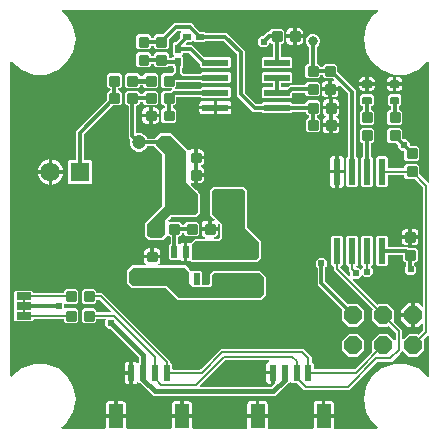
<source format=gbr>
G04 EAGLE Gerber RS-274X export*
G75*
%MOMM*%
%FSLAX34Y34*%
%LPD*%
%INTop Copper*%
%IPPOS*%
%AMOC8*
5,1,8,0,0,1.08239X$1,22.5*%
G01*
%ADD10C,0.222250*%
%ADD11C,0.158750*%
%ADD12R,0.700000X0.500000*%
%ADD13R,2.500000X1.700000*%
%ADD14R,0.500000X0.700000*%
%ADD15P,1.677704X8X22.500000*%
%ADD16R,0.600000X1.350000*%
%ADD17R,1.200000X2.000000*%
%ADD18R,1.270000X0.635000*%
%ADD19C,0.203200*%
%ADD20C,0.550000*%
%ADD21R,1.650000X1.650000*%
%ADD22C,1.650000*%
%ADD23C,0.800000*%
%ADD24C,1.200000*%
%ADD25R,0.609600X2.209800*%
%ADD26R,0.508000X1.016000*%
%ADD27R,2.200000X0.600000*%
%ADD28C,0.609600*%
%ADD29C,0.304800*%
%ADD30C,0.381000*%

G36*
X85118Y5211D02*
X85118Y5211D01*
X85137Y5209D01*
X85239Y5231D01*
X85341Y5247D01*
X85358Y5257D01*
X85378Y5261D01*
X85467Y5314D01*
X85558Y5363D01*
X85572Y5377D01*
X85589Y5387D01*
X85656Y5466D01*
X85728Y5541D01*
X85736Y5559D01*
X85749Y5574D01*
X85788Y5670D01*
X85831Y5764D01*
X85833Y5784D01*
X85841Y5802D01*
X85859Y5969D01*
X85859Y14051D01*
X93638Y14051D01*
X93658Y14054D01*
X93677Y14052D01*
X93779Y14074D01*
X93881Y14091D01*
X93898Y14100D01*
X93918Y14104D01*
X94007Y14157D01*
X94098Y14206D01*
X94112Y14220D01*
X94129Y14230D01*
X94196Y14309D01*
X94267Y14384D01*
X94276Y14402D01*
X94289Y14417D01*
X94328Y14513D01*
X94371Y14607D01*
X94373Y14627D01*
X94381Y14645D01*
X94399Y14812D01*
X94399Y15575D01*
X94401Y15575D01*
X94401Y14812D01*
X94404Y14792D01*
X94402Y14773D01*
X94424Y14671D01*
X94441Y14569D01*
X94450Y14552D01*
X94454Y14532D01*
X94507Y14443D01*
X94556Y14352D01*
X94570Y14338D01*
X94580Y14321D01*
X94659Y14254D01*
X94734Y14183D01*
X94752Y14174D01*
X94767Y14161D01*
X94863Y14122D01*
X94957Y14079D01*
X94977Y14077D01*
X94995Y14069D01*
X95162Y14051D01*
X102941Y14051D01*
X102941Y5969D01*
X102944Y5949D01*
X102942Y5930D01*
X102964Y5828D01*
X102980Y5726D01*
X102990Y5709D01*
X102994Y5689D01*
X103047Y5600D01*
X103096Y5509D01*
X103110Y5495D01*
X103120Y5478D01*
X103199Y5411D01*
X103274Y5339D01*
X103292Y5331D01*
X103307Y5318D01*
X103403Y5279D01*
X103497Y5236D01*
X103517Y5234D01*
X103535Y5226D01*
X103702Y5208D01*
X141098Y5208D01*
X141118Y5211D01*
X141137Y5209D01*
X141239Y5231D01*
X141341Y5247D01*
X141358Y5257D01*
X141378Y5261D01*
X141467Y5314D01*
X141558Y5363D01*
X141572Y5377D01*
X141589Y5387D01*
X141656Y5466D01*
X141728Y5541D01*
X141736Y5559D01*
X141749Y5574D01*
X141788Y5670D01*
X141831Y5764D01*
X141833Y5784D01*
X141841Y5802D01*
X141859Y5969D01*
X141859Y14051D01*
X149638Y14051D01*
X149658Y14054D01*
X149677Y14052D01*
X149779Y14074D01*
X149881Y14091D01*
X149898Y14100D01*
X149918Y14104D01*
X150007Y14157D01*
X150098Y14206D01*
X150112Y14220D01*
X150129Y14230D01*
X150196Y14309D01*
X150267Y14384D01*
X150276Y14402D01*
X150289Y14417D01*
X150328Y14513D01*
X150371Y14607D01*
X150373Y14627D01*
X150381Y14645D01*
X150399Y14812D01*
X150399Y15575D01*
X150401Y15575D01*
X150401Y14812D01*
X150404Y14792D01*
X150402Y14773D01*
X150424Y14671D01*
X150441Y14569D01*
X150450Y14552D01*
X150454Y14532D01*
X150507Y14443D01*
X150556Y14352D01*
X150570Y14338D01*
X150580Y14321D01*
X150659Y14254D01*
X150734Y14183D01*
X150752Y14174D01*
X150767Y14161D01*
X150863Y14122D01*
X150957Y14079D01*
X150977Y14077D01*
X150995Y14069D01*
X151162Y14051D01*
X158941Y14051D01*
X158941Y5969D01*
X158944Y5949D01*
X158942Y5930D01*
X158964Y5828D01*
X158980Y5726D01*
X158990Y5709D01*
X158994Y5689D01*
X159047Y5600D01*
X159096Y5509D01*
X159110Y5495D01*
X159120Y5478D01*
X159199Y5411D01*
X159274Y5339D01*
X159292Y5331D01*
X159307Y5318D01*
X159403Y5279D01*
X159497Y5236D01*
X159517Y5234D01*
X159535Y5226D01*
X159702Y5208D01*
X205098Y5208D01*
X205118Y5211D01*
X205137Y5209D01*
X205239Y5231D01*
X205341Y5247D01*
X205358Y5257D01*
X205378Y5261D01*
X205467Y5314D01*
X205558Y5363D01*
X205572Y5377D01*
X205589Y5387D01*
X205656Y5466D01*
X205728Y5541D01*
X205736Y5559D01*
X205749Y5574D01*
X205788Y5670D01*
X205831Y5764D01*
X205833Y5784D01*
X205841Y5802D01*
X205859Y5969D01*
X205859Y14305D01*
X213638Y14305D01*
X213658Y14308D01*
X213677Y14306D01*
X213779Y14328D01*
X213881Y14345D01*
X213898Y14354D01*
X213918Y14358D01*
X214007Y14411D01*
X214098Y14460D01*
X214112Y14474D01*
X214129Y14484D01*
X214196Y14563D01*
X214267Y14638D01*
X214276Y14656D01*
X214289Y14671D01*
X214328Y14767D01*
X214371Y14861D01*
X214373Y14881D01*
X214381Y14899D01*
X214399Y15066D01*
X214399Y15829D01*
X214401Y15829D01*
X214401Y15066D01*
X214404Y15046D01*
X214402Y15027D01*
X214424Y14925D01*
X214441Y14823D01*
X214450Y14806D01*
X214454Y14786D01*
X214507Y14697D01*
X214556Y14606D01*
X214570Y14592D01*
X214580Y14575D01*
X214659Y14508D01*
X214734Y14437D01*
X214752Y14428D01*
X214767Y14415D01*
X214863Y14376D01*
X214957Y14333D01*
X214977Y14331D01*
X214995Y14323D01*
X215162Y14305D01*
X222941Y14305D01*
X222941Y5969D01*
X222944Y5949D01*
X222942Y5930D01*
X222964Y5828D01*
X222980Y5726D01*
X222990Y5709D01*
X222994Y5689D01*
X223047Y5600D01*
X223096Y5509D01*
X223110Y5495D01*
X223120Y5478D01*
X223199Y5411D01*
X223274Y5339D01*
X223292Y5331D01*
X223307Y5318D01*
X223403Y5279D01*
X223497Y5236D01*
X223517Y5234D01*
X223535Y5226D01*
X223702Y5208D01*
X261098Y5208D01*
X261118Y5211D01*
X261137Y5209D01*
X261239Y5231D01*
X261341Y5247D01*
X261358Y5257D01*
X261378Y5261D01*
X261467Y5314D01*
X261558Y5363D01*
X261572Y5377D01*
X261589Y5387D01*
X261656Y5466D01*
X261728Y5541D01*
X261736Y5559D01*
X261749Y5574D01*
X261788Y5670D01*
X261831Y5764D01*
X261833Y5784D01*
X261841Y5802D01*
X261859Y5969D01*
X261859Y14305D01*
X269638Y14305D01*
X269658Y14308D01*
X269677Y14306D01*
X269779Y14328D01*
X269881Y14345D01*
X269898Y14354D01*
X269918Y14358D01*
X270007Y14411D01*
X270098Y14460D01*
X270112Y14474D01*
X270129Y14484D01*
X270196Y14563D01*
X270267Y14638D01*
X270276Y14656D01*
X270289Y14671D01*
X270328Y14767D01*
X270371Y14861D01*
X270373Y14881D01*
X270381Y14899D01*
X270399Y15066D01*
X270399Y15829D01*
X270401Y15829D01*
X270401Y15066D01*
X270404Y15046D01*
X270402Y15027D01*
X270424Y14925D01*
X270441Y14823D01*
X270450Y14806D01*
X270454Y14786D01*
X270507Y14697D01*
X270556Y14606D01*
X270570Y14592D01*
X270580Y14575D01*
X270659Y14508D01*
X270734Y14437D01*
X270752Y14428D01*
X270767Y14415D01*
X270863Y14376D01*
X270957Y14333D01*
X270977Y14331D01*
X270995Y14323D01*
X271162Y14305D01*
X278941Y14305D01*
X278941Y5969D01*
X278944Y5949D01*
X278942Y5930D01*
X278964Y5828D01*
X278980Y5726D01*
X278990Y5709D01*
X278994Y5689D01*
X279047Y5600D01*
X279096Y5509D01*
X279110Y5495D01*
X279120Y5478D01*
X279199Y5411D01*
X279274Y5339D01*
X279292Y5331D01*
X279307Y5318D01*
X279403Y5279D01*
X279497Y5236D01*
X279517Y5234D01*
X279535Y5226D01*
X279702Y5208D01*
X315705Y5208D01*
X315808Y5225D01*
X315912Y5236D01*
X315929Y5244D01*
X315948Y5247D01*
X316040Y5296D01*
X316135Y5341D01*
X316149Y5354D01*
X316165Y5363D01*
X316237Y5438D01*
X316313Y5511D01*
X316322Y5527D01*
X316335Y5541D01*
X316379Y5636D01*
X316427Y5728D01*
X316430Y5747D01*
X316438Y5764D01*
X316450Y5868D01*
X316466Y5971D01*
X316463Y5990D01*
X316465Y6008D01*
X316443Y6110D01*
X316426Y6214D01*
X316417Y6230D01*
X316413Y6249D01*
X316359Y6339D01*
X316310Y6431D01*
X316294Y6448D01*
X316287Y6460D01*
X316263Y6481D01*
X316195Y6552D01*
X311525Y10470D01*
X306249Y19608D01*
X304417Y30000D01*
X306249Y40392D01*
X311525Y49530D01*
X319608Y56313D01*
X329524Y59921D01*
X340076Y59921D01*
X349992Y56312D01*
X358075Y49530D01*
X358172Y49362D01*
X358202Y49325D01*
X358225Y49282D01*
X358279Y49230D01*
X358328Y49172D01*
X358368Y49146D01*
X358403Y49113D01*
X358472Y49081D01*
X358536Y49041D01*
X358582Y49030D01*
X358626Y49009D01*
X358701Y49001D01*
X358775Y48983D01*
X358823Y48988D01*
X358870Y48982D01*
X358945Y48998D01*
X359020Y49005D01*
X359064Y49024D01*
X359111Y49035D01*
X359176Y49073D01*
X359245Y49104D01*
X359281Y49136D01*
X359322Y49161D01*
X359371Y49218D01*
X359427Y49269D01*
X359451Y49311D01*
X359482Y49348D01*
X359510Y49418D01*
X359547Y49484D01*
X359556Y49531D01*
X359574Y49576D01*
X359588Y49704D01*
X359592Y49726D01*
X359591Y49732D01*
X359592Y49743D01*
X359592Y83292D01*
X359581Y83363D01*
X359579Y83435D01*
X359561Y83484D01*
X359553Y83535D01*
X359519Y83598D01*
X359494Y83666D01*
X359462Y83706D01*
X359437Y83752D01*
X359386Y83802D01*
X359341Y83858D01*
X359297Y83886D01*
X359259Y83922D01*
X359194Y83952D01*
X359134Y83991D01*
X359083Y84003D01*
X359036Y84025D01*
X358965Y84033D01*
X358895Y84051D01*
X358843Y84047D01*
X358792Y84052D01*
X358721Y84037D01*
X358650Y84032D01*
X358602Y84011D01*
X358551Y84000D01*
X358490Y83963D01*
X358424Y83935D01*
X358368Y83890D01*
X358340Y83874D01*
X358325Y83856D01*
X358293Y83830D01*
X355454Y80992D01*
X355443Y80976D01*
X355427Y80963D01*
X355371Y80876D01*
X355311Y80792D01*
X355305Y80773D01*
X355294Y80756D01*
X355269Y80656D01*
X355238Y80557D01*
X355239Y80537D01*
X355234Y80518D01*
X355242Y80415D01*
X355245Y80311D01*
X355252Y80292D01*
X355253Y80273D01*
X355294Y80178D01*
X355329Y80080D01*
X355342Y80065D01*
X355349Y80046D01*
X355454Y79915D01*
X355731Y79639D01*
X355731Y71745D01*
X350149Y66163D01*
X342255Y66163D01*
X337915Y70504D01*
X337898Y70515D01*
X337886Y70531D01*
X337799Y70587D01*
X337715Y70647D01*
X337696Y70653D01*
X337679Y70664D01*
X337579Y70689D01*
X337480Y70720D01*
X337460Y70719D01*
X337441Y70724D01*
X337338Y70716D01*
X337234Y70713D01*
X337215Y70706D01*
X337195Y70705D01*
X337100Y70664D01*
X337003Y70629D01*
X336987Y70616D01*
X336969Y70609D01*
X336838Y70504D01*
X334945Y68610D01*
X328056Y61721D01*
X316487Y61721D01*
X316397Y61707D01*
X316306Y61699D01*
X316276Y61687D01*
X316244Y61682D01*
X316164Y61639D01*
X316080Y61603D01*
X316048Y61577D01*
X316027Y61566D01*
X316005Y61543D01*
X315949Y61498D01*
X292042Y37591D01*
X253858Y37591D01*
X251998Y39451D01*
X247623Y43826D01*
X247549Y43879D01*
X247480Y43939D01*
X247450Y43951D01*
X247424Y43970D01*
X247337Y43997D01*
X247252Y44031D01*
X247211Y44035D01*
X247189Y44042D01*
X247156Y44041D01*
X247085Y44049D01*
X243663Y44049D01*
X242938Y44774D01*
X242922Y44786D01*
X242910Y44801D01*
X242822Y44857D01*
X242739Y44918D01*
X242720Y44924D01*
X242703Y44934D01*
X242602Y44960D01*
X242503Y44990D01*
X242484Y44990D01*
X242464Y44994D01*
X242361Y44986D01*
X242258Y44984D01*
X242239Y44977D01*
X242219Y44975D01*
X242124Y44935D01*
X242027Y44899D01*
X242011Y44887D01*
X241993Y44879D01*
X241862Y44774D01*
X241137Y44049D01*
X240328Y44049D01*
X240238Y44035D01*
X240147Y44027D01*
X240117Y44015D01*
X240085Y44010D01*
X240005Y43967D01*
X239921Y43931D01*
X239889Y43905D01*
X239868Y43894D01*
X239852Y43878D01*
X239850Y43877D01*
X239842Y43868D01*
X239790Y43826D01*
X229110Y33146D01*
X125728Y33146D01*
X115302Y43572D01*
X115228Y43625D01*
X115159Y43685D01*
X115129Y43697D01*
X115102Y43716D01*
X115015Y43743D01*
X114931Y43777D01*
X114890Y43781D01*
X114867Y43788D01*
X114835Y43787D01*
X114764Y43795D01*
X113663Y43795D01*
X113477Y43981D01*
X113461Y43993D01*
X113448Y44009D01*
X113361Y44065D01*
X113277Y44125D01*
X113258Y44131D01*
X113242Y44142D01*
X113141Y44167D01*
X113042Y44197D01*
X113022Y44197D01*
X113003Y44202D01*
X112900Y44194D01*
X112796Y44191D01*
X112778Y44184D01*
X112758Y44183D01*
X112663Y44142D01*
X112565Y44106D01*
X112550Y44094D01*
X112531Y44086D01*
X112400Y43981D01*
X111960Y43541D01*
X111381Y43206D01*
X110734Y43033D01*
X108899Y43033D01*
X108899Y51586D01*
X108896Y51605D01*
X108898Y51625D01*
X108876Y51727D01*
X108860Y51829D01*
X108850Y51846D01*
X108846Y51866D01*
X108793Y51955D01*
X108744Y52046D01*
X108730Y52060D01*
X108720Y52077D01*
X108641Y52144D01*
X108566Y52215D01*
X108548Y52224D01*
X108533Y52237D01*
X108437Y52275D01*
X108343Y52319D01*
X108323Y52321D01*
X108305Y52328D01*
X108381Y52341D01*
X108398Y52350D01*
X108418Y52354D01*
X108507Y52407D01*
X108598Y52456D01*
X108612Y52470D01*
X108629Y52480D01*
X108696Y52559D01*
X108768Y52634D01*
X108776Y52652D01*
X108789Y52667D01*
X108828Y52764D01*
X108871Y52857D01*
X108873Y52877D01*
X108881Y52895D01*
X108899Y53062D01*
X108899Y61615D01*
X110734Y61615D01*
X111381Y61442D01*
X111960Y61107D01*
X112401Y60667D01*
X112417Y60655D01*
X112430Y60639D01*
X112517Y60583D01*
X112600Y60523D01*
X112620Y60517D01*
X112637Y60506D01*
X112737Y60481D01*
X112835Y60451D01*
X112856Y60451D01*
X112875Y60446D01*
X112978Y60454D01*
X113081Y60457D01*
X113100Y60464D01*
X113121Y60466D01*
X113215Y60506D01*
X113234Y60513D01*
X113235Y60513D01*
X113312Y60542D01*
X113328Y60554D01*
X113347Y60562D01*
X113434Y60632D01*
X113446Y60639D01*
X113452Y60647D01*
X113478Y60667D01*
X113494Y60683D01*
X113500Y60692D01*
X113504Y60695D01*
X113521Y60721D01*
X113547Y60757D01*
X113606Y60826D01*
X113618Y60857D01*
X113637Y60883D01*
X113664Y60970D01*
X113698Y61054D01*
X113702Y61096D01*
X113709Y61118D01*
X113708Y61150D01*
X113716Y61221D01*
X113716Y65417D01*
X113702Y65507D01*
X113694Y65598D01*
X113682Y65628D01*
X113677Y65660D01*
X113634Y65740D01*
X113598Y65824D01*
X113572Y65856D01*
X113561Y65877D01*
X113538Y65899D01*
X113493Y65955D01*
X90010Y89438D01*
X89936Y89491D01*
X89867Y89551D01*
X89837Y89563D01*
X89810Y89582D01*
X89723Y89609D01*
X89639Y89643D01*
X89598Y89647D01*
X89575Y89654D01*
X89543Y89653D01*
X89472Y89661D01*
X88171Y89661D01*
X85343Y92489D01*
X85343Y96487D01*
X85600Y96744D01*
X85642Y96802D01*
X85691Y96854D01*
X85713Y96901D01*
X85743Y96943D01*
X85764Y97012D01*
X85795Y97077D01*
X85800Y97129D01*
X85816Y97179D01*
X85814Y97250D01*
X85822Y97321D01*
X85811Y97372D01*
X85809Y97424D01*
X85785Y97492D01*
X85769Y97562D01*
X85743Y97607D01*
X85725Y97655D01*
X85680Y97711D01*
X85643Y97773D01*
X85604Y97807D01*
X85571Y97847D01*
X85511Y97886D01*
X85456Y97933D01*
X85408Y97952D01*
X85364Y97980D01*
X85295Y97998D01*
X85228Y98025D01*
X85157Y98033D01*
X85126Y98041D01*
X85102Y98039D01*
X85061Y98043D01*
X78613Y98043D01*
X78593Y98040D01*
X78574Y98042D01*
X78472Y98020D01*
X78370Y98004D01*
X78353Y97994D01*
X78333Y97990D01*
X78244Y97937D01*
X78153Y97888D01*
X78139Y97874D01*
X78122Y97864D01*
X78055Y97785D01*
X77983Y97710D01*
X77975Y97692D01*
X77962Y97677D01*
X77923Y97581D01*
X77880Y97487D01*
X77878Y97467D01*
X77870Y97449D01*
X77852Y97282D01*
X77852Y96307D01*
X76159Y94614D01*
X67097Y94614D01*
X65404Y96307D01*
X65404Y105369D01*
X67097Y107062D01*
X76159Y107062D01*
X77852Y105369D01*
X77852Y104394D01*
X77855Y104374D01*
X77853Y104355D01*
X77875Y104253D01*
X77891Y104151D01*
X77901Y104134D01*
X77905Y104114D01*
X77958Y104025D01*
X78007Y103934D01*
X78021Y103920D01*
X78031Y103903D01*
X78110Y103836D01*
X78185Y103764D01*
X78203Y103756D01*
X78218Y103743D01*
X78314Y103704D01*
X78408Y103661D01*
X78428Y103659D01*
X78446Y103651D01*
X78613Y103633D01*
X89259Y103633D01*
X89330Y103644D01*
X89402Y103646D01*
X89451Y103664D01*
X89502Y103672D01*
X89565Y103706D01*
X89633Y103731D01*
X89673Y103763D01*
X89719Y103788D01*
X89769Y103840D01*
X89825Y103884D01*
X89853Y103928D01*
X89889Y103966D01*
X89919Y104031D01*
X89958Y104091D01*
X89970Y104142D01*
X89992Y104189D01*
X90000Y104260D01*
X90018Y104330D01*
X90014Y104382D01*
X90020Y104433D01*
X90004Y104503D01*
X89999Y104575D01*
X89978Y104623D01*
X89967Y104674D01*
X89930Y104735D01*
X89902Y104801D01*
X89858Y104857D01*
X89841Y104885D01*
X89823Y104900D01*
X89798Y104932D01*
X80654Y114076D01*
X80580Y114129D01*
X80510Y114189D01*
X80480Y114201D01*
X80454Y114220D01*
X80367Y114247D01*
X80282Y114281D01*
X80241Y114285D01*
X80219Y114292D01*
X80187Y114291D01*
X80115Y114299D01*
X78613Y114299D01*
X78593Y114296D01*
X78574Y114298D01*
X78472Y114276D01*
X78370Y114260D01*
X78353Y114250D01*
X78333Y114246D01*
X78244Y114193D01*
X78153Y114144D01*
X78139Y114130D01*
X78122Y114120D01*
X78055Y114041D01*
X77983Y113966D01*
X77975Y113948D01*
X77962Y113933D01*
X77923Y113837D01*
X77880Y113743D01*
X77878Y113723D01*
X77870Y113705D01*
X77852Y113538D01*
X77852Y112563D01*
X76159Y110870D01*
X67097Y110870D01*
X65404Y112563D01*
X65404Y121625D01*
X67097Y123318D01*
X76159Y123318D01*
X77852Y121625D01*
X77852Y120650D01*
X77855Y120630D01*
X77853Y120611D01*
X77875Y120509D01*
X77891Y120407D01*
X77901Y120390D01*
X77905Y120370D01*
X77958Y120281D01*
X78007Y120190D01*
X78021Y120176D01*
X78031Y120159D01*
X78110Y120092D01*
X78185Y120020D01*
X78203Y120012D01*
X78218Y119999D01*
X78314Y119960D01*
X78408Y119917D01*
X78428Y119915D01*
X78446Y119907D01*
X78613Y119889D01*
X82746Y119889D01*
X140195Y62440D01*
X140195Y61614D01*
X140198Y61594D01*
X140196Y61575D01*
X140218Y61473D01*
X140234Y61371D01*
X140244Y61354D01*
X140248Y61334D01*
X140301Y61245D01*
X140350Y61154D01*
X140364Y61140D01*
X140374Y61123D01*
X140453Y61056D01*
X140528Y60984D01*
X140546Y60976D01*
X140561Y60963D01*
X140657Y60924D01*
X140751Y60881D01*
X140771Y60879D01*
X140789Y60871D01*
X140956Y60853D01*
X141137Y60853D01*
X142179Y59811D01*
X142179Y55880D01*
X142182Y55860D01*
X142180Y55841D01*
X142202Y55739D01*
X142218Y55637D01*
X142228Y55620D01*
X142232Y55600D01*
X142285Y55511D01*
X142334Y55420D01*
X142348Y55406D01*
X142358Y55389D01*
X142437Y55322D01*
X142512Y55250D01*
X142530Y55242D01*
X142545Y55229D01*
X142641Y55190D01*
X142735Y55147D01*
X142755Y55145D01*
X142773Y55137D01*
X142940Y55119D01*
X165659Y55119D01*
X165749Y55133D01*
X165840Y55141D01*
X165870Y55153D01*
X165902Y55158D01*
X165982Y55201D01*
X166066Y55237D01*
X166098Y55263D01*
X166119Y55274D01*
X166141Y55297D01*
X166197Y55342D01*
X183500Y72645D01*
X253380Y72645D01*
X260195Y65830D01*
X260195Y61868D01*
X260198Y61848D01*
X260196Y61829D01*
X260218Y61727D01*
X260234Y61625D01*
X260244Y61608D01*
X260248Y61588D01*
X260301Y61499D01*
X260350Y61408D01*
X260364Y61394D01*
X260374Y61377D01*
X260453Y61310D01*
X260528Y61238D01*
X260546Y61230D01*
X260561Y61217D01*
X260657Y61178D01*
X260751Y61135D01*
X260771Y61133D01*
X260789Y61125D01*
X260956Y61107D01*
X261137Y61107D01*
X262179Y60065D01*
X262179Y56134D01*
X262182Y56114D01*
X262180Y56095D01*
X262202Y55993D01*
X262218Y55891D01*
X262228Y55874D01*
X262232Y55854D01*
X262285Y55765D01*
X262334Y55674D01*
X262348Y55660D01*
X262358Y55643D01*
X262437Y55576D01*
X262512Y55504D01*
X262530Y55496D01*
X262545Y55483D01*
X262641Y55444D01*
X262735Y55401D01*
X262755Y55399D01*
X262773Y55391D01*
X262940Y55373D01*
X296215Y55373D01*
X296305Y55387D01*
X296396Y55395D01*
X296426Y55407D01*
X296458Y55412D01*
X296538Y55455D01*
X296622Y55491D01*
X296654Y55517D01*
X296675Y55528D01*
X296697Y55551D01*
X296753Y55596D01*
X311550Y70392D01*
X311561Y70408D01*
X311577Y70421D01*
X311633Y70508D01*
X311693Y70592D01*
X311699Y70611D01*
X311710Y70628D01*
X311735Y70728D01*
X311766Y70827D01*
X311765Y70847D01*
X311770Y70866D01*
X311762Y70969D01*
X311759Y71073D01*
X311752Y71092D01*
X311751Y71111D01*
X311710Y71206D01*
X311675Y71304D01*
X311662Y71319D01*
X311655Y71338D01*
X311550Y71469D01*
X311273Y71745D01*
X311273Y79639D01*
X316855Y85221D01*
X324749Y85221D01*
X329916Y80054D01*
X329974Y80012D01*
X330026Y79963D01*
X330073Y79941D01*
X330115Y79910D01*
X330184Y79889D01*
X330249Y79859D01*
X330301Y79853D01*
X330351Y79838D01*
X330422Y79840D01*
X330493Y79832D01*
X330544Y79843D01*
X330596Y79844D01*
X330664Y79869D01*
X330734Y79884D01*
X330779Y79911D01*
X330827Y79929D01*
X330883Y79974D01*
X330945Y80010D01*
X330979Y80050D01*
X331019Y80083D01*
X331058Y80143D01*
X331105Y80197D01*
X331124Y80246D01*
X331152Y80289D01*
X331170Y80359D01*
X331197Y80425D01*
X331205Y80497D01*
X331213Y80528D01*
X331211Y80551D01*
X331215Y80592D01*
X331215Y86411D01*
X331201Y86501D01*
X331193Y86592D01*
X331181Y86622D01*
X331176Y86654D01*
X331133Y86734D01*
X331097Y86818D01*
X331071Y86850D01*
X331060Y86871D01*
X331037Y86893D01*
X330992Y86949D01*
X326102Y91840D01*
X326086Y91851D01*
X326073Y91867D01*
X325986Y91923D01*
X325902Y91983D01*
X325883Y91989D01*
X325866Y92000D01*
X325766Y92025D01*
X325667Y92056D01*
X325647Y92055D01*
X325628Y92060D01*
X325525Y92052D01*
X325421Y92049D01*
X325402Y92042D01*
X325383Y92041D01*
X325288Y92000D01*
X325190Y91965D01*
X325175Y91952D01*
X325156Y91945D01*
X325025Y91840D01*
X324749Y91563D01*
X316855Y91563D01*
X311273Y97145D01*
X311273Y105039D01*
X311550Y105315D01*
X311561Y105332D01*
X311577Y105344D01*
X311633Y105431D01*
X311693Y105515D01*
X311699Y105534D01*
X311710Y105551D01*
X311735Y105651D01*
X311766Y105750D01*
X311765Y105770D01*
X311770Y105789D01*
X311762Y105892D01*
X311759Y105996D01*
X311752Y106015D01*
X311751Y106035D01*
X311710Y106130D01*
X311675Y106227D01*
X311662Y106243D01*
X311655Y106261D01*
X311550Y106392D01*
X278891Y139050D01*
X278891Y141859D01*
X278888Y141879D01*
X278890Y141898D01*
X278868Y142000D01*
X278852Y142102D01*
X278842Y142119D01*
X278838Y142139D01*
X278785Y142228D01*
X278736Y142319D01*
X278722Y142333D01*
X278712Y142350D01*
X278633Y142417D01*
X278558Y142489D01*
X278540Y142497D01*
X278525Y142510D01*
X278429Y142549D01*
X278335Y142592D01*
X278315Y142594D01*
X278297Y142602D01*
X278130Y142620D01*
X277901Y142620D01*
X276859Y143662D01*
X276859Y167234D01*
X277901Y168276D01*
X285471Y168276D01*
X286513Y167234D01*
X286513Y143662D01*
X285471Y142620D01*
X285242Y142620D01*
X285222Y142617D01*
X285203Y142619D01*
X285101Y142597D01*
X284999Y142581D01*
X284982Y142571D01*
X284962Y142567D01*
X284873Y142514D01*
X284782Y142465D01*
X284768Y142451D01*
X284751Y142441D01*
X284684Y142362D01*
X284612Y142287D01*
X284604Y142269D01*
X284591Y142254D01*
X284552Y142158D01*
X284509Y142064D01*
X284507Y142044D01*
X284499Y142026D01*
X284481Y141859D01*
X284481Y141681D01*
X284495Y141591D01*
X284503Y141500D01*
X284515Y141470D01*
X284520Y141438D01*
X284563Y141358D01*
X284599Y141274D01*
X284625Y141242D01*
X284636Y141221D01*
X284659Y141199D01*
X284704Y141143D01*
X291562Y134285D01*
X291620Y134243D01*
X291672Y134193D01*
X291719Y134171D01*
X291761Y134141D01*
X291830Y134120D01*
X291895Y134090D01*
X291947Y134084D01*
X291997Y134069D01*
X292068Y134071D01*
X292139Y134063D01*
X292190Y134074D01*
X292242Y134075D01*
X292310Y134100D01*
X292380Y134115D01*
X292425Y134142D01*
X292473Y134160D01*
X292529Y134204D01*
X292591Y134241D01*
X292625Y134281D01*
X292665Y134313D01*
X292704Y134374D01*
X292751Y134428D01*
X292770Y134476D01*
X292798Y134520D01*
X292816Y134590D01*
X292843Y134656D01*
X292851Y134728D01*
X292859Y134759D01*
X292857Y134782D01*
X292861Y134823D01*
X292861Y137211D01*
X292847Y137301D01*
X292839Y137392D01*
X292827Y137422D01*
X292822Y137454D01*
X292779Y137534D01*
X292743Y137618D01*
X292717Y137650D01*
X292706Y137671D01*
X292683Y137693D01*
X292638Y137749D01*
X291591Y138796D01*
X291591Y141859D01*
X291588Y141879D01*
X291590Y141898D01*
X291568Y142000D01*
X291552Y142102D01*
X291542Y142119D01*
X291538Y142139D01*
X291485Y142228D01*
X291436Y142319D01*
X291422Y142333D01*
X291412Y142350D01*
X291333Y142417D01*
X291258Y142489D01*
X291240Y142497D01*
X291225Y142510D01*
X291129Y142549D01*
X291035Y142592D01*
X291015Y142594D01*
X290997Y142602D01*
X290830Y142620D01*
X290601Y142620D01*
X289559Y143662D01*
X289559Y167234D01*
X290601Y168276D01*
X298171Y168276D01*
X299213Y167234D01*
X299213Y143662D01*
X298329Y142778D01*
X298287Y142720D01*
X298238Y142668D01*
X298216Y142621D01*
X298185Y142579D01*
X298164Y142510D01*
X298134Y142445D01*
X298128Y142393D01*
X298113Y142343D01*
X298115Y142272D01*
X298107Y142201D01*
X298118Y142150D01*
X298119Y142098D01*
X298144Y142030D01*
X298159Y141960D01*
X298186Y141915D01*
X298204Y141867D01*
X298249Y141811D01*
X298285Y141749D01*
X298325Y141715D01*
X298357Y141675D01*
X298418Y141636D01*
X298472Y141589D01*
X298521Y141570D01*
X298564Y141542D01*
X298634Y141524D01*
X298700Y141497D01*
X298772Y141489D01*
X298803Y141481D01*
X298826Y141483D01*
X298867Y141479D01*
X299687Y141479D01*
X301214Y139952D01*
X301230Y139941D01*
X301242Y139925D01*
X301330Y139869D01*
X301413Y139809D01*
X301432Y139803D01*
X301449Y139792D01*
X301550Y139767D01*
X301649Y139736D01*
X301668Y139737D01*
X301688Y139732D01*
X301791Y139740D01*
X301894Y139743D01*
X301913Y139750D01*
X301933Y139751D01*
X302028Y139792D01*
X302125Y139827D01*
X302141Y139840D01*
X302159Y139847D01*
X302290Y139952D01*
X303659Y141321D01*
X303701Y141379D01*
X303750Y141431D01*
X303772Y141478D01*
X303802Y141520D01*
X303823Y141589D01*
X303854Y141654D01*
X303859Y141706D01*
X303875Y141756D01*
X303873Y141827D01*
X303881Y141898D01*
X303870Y141949D01*
X303868Y142001D01*
X303844Y142069D01*
X303828Y142139D01*
X303802Y142184D01*
X303784Y142232D01*
X303739Y142288D01*
X303702Y142350D01*
X303663Y142384D01*
X303630Y142424D01*
X303570Y142463D01*
X303515Y142510D01*
X303467Y142529D01*
X303423Y142557D01*
X303354Y142575D01*
X303342Y142580D01*
X302259Y143662D01*
X302259Y167234D01*
X303301Y168276D01*
X310871Y168276D01*
X311913Y167234D01*
X311913Y143662D01*
X310835Y142585D01*
X310809Y142581D01*
X310745Y142547D01*
X310678Y142522D01*
X310637Y142490D01*
X310591Y142465D01*
X310542Y142413D01*
X310486Y142369D01*
X310458Y142325D01*
X310422Y142287D01*
X310392Y142222D01*
X310353Y142162D01*
X310340Y142111D01*
X310318Y142064D01*
X310311Y141993D01*
X310293Y141923D01*
X310297Y141871D01*
X310291Y141820D01*
X310307Y141749D01*
X310312Y141678D01*
X310333Y141630D01*
X310344Y141579D01*
X310380Y141518D01*
X310408Y141452D01*
X310453Y141396D01*
X310470Y141368D01*
X310488Y141353D01*
X310513Y141321D01*
X311913Y139921D01*
X311913Y135923D01*
X309085Y133095D01*
X305087Y133095D01*
X303560Y134622D01*
X303544Y134633D01*
X303532Y134649D01*
X303444Y134705D01*
X303361Y134765D01*
X303342Y134771D01*
X303325Y134782D01*
X303224Y134807D01*
X303125Y134838D01*
X303106Y134837D01*
X303086Y134842D01*
X302983Y134834D01*
X302880Y134831D01*
X302861Y134824D01*
X302841Y134823D01*
X302746Y134782D01*
X302649Y134747D01*
X302633Y134734D01*
X302615Y134726D01*
X302484Y134622D01*
X299687Y131825D01*
X295859Y131825D01*
X295788Y131814D01*
X295716Y131812D01*
X295667Y131794D01*
X295616Y131786D01*
X295553Y131752D01*
X295485Y131727D01*
X295445Y131695D01*
X295399Y131670D01*
X295349Y131619D01*
X295293Y131574D01*
X295265Y131530D01*
X295229Y131492D01*
X295199Y131427D01*
X295160Y131367D01*
X295148Y131316D01*
X295126Y131269D01*
X295118Y131198D01*
X295100Y131128D01*
X295104Y131076D01*
X295099Y131025D01*
X295114Y130954D01*
X295119Y130883D01*
X295140Y130835D01*
X295151Y130784D01*
X295188Y130723D01*
X295216Y130657D01*
X295261Y130601D01*
X295277Y130573D01*
X295295Y130558D01*
X295321Y130526D01*
X315502Y110344D01*
X315518Y110333D01*
X315531Y110317D01*
X315618Y110261D01*
X315702Y110201D01*
X315721Y110195D01*
X315738Y110184D01*
X315838Y110159D01*
X315937Y110128D01*
X315957Y110129D01*
X315976Y110124D01*
X316079Y110132D01*
X316183Y110135D01*
X316202Y110142D01*
X316221Y110143D01*
X316316Y110184D01*
X316414Y110219D01*
X316429Y110232D01*
X316448Y110239D01*
X316579Y110344D01*
X316855Y110621D01*
X324749Y110621D01*
X330331Y105039D01*
X330331Y97145D01*
X330054Y96869D01*
X330043Y96852D01*
X330027Y96840D01*
X329971Y96753D01*
X329911Y96669D01*
X329905Y96650D01*
X329894Y96633D01*
X329869Y96533D01*
X329838Y96434D01*
X329839Y96414D01*
X329834Y96395D01*
X329842Y96291D01*
X329845Y96188D01*
X329852Y96169D01*
X329853Y96149D01*
X329894Y96054D01*
X329929Y95957D01*
X329942Y95941D01*
X329949Y95923D01*
X330054Y95792D01*
X336805Y89042D01*
X336805Y81608D01*
X336816Y81537D01*
X336818Y81466D01*
X336836Y81417D01*
X336844Y81365D01*
X336878Y81302D01*
X336903Y81235D01*
X336935Y81194D01*
X336960Y81148D01*
X337012Y81099D01*
X337056Y81043D01*
X337100Y81015D01*
X337138Y80979D01*
X337203Y80948D01*
X337263Y80910D01*
X337314Y80897D01*
X337361Y80875D01*
X337432Y80867D01*
X337502Y80850D01*
X337554Y80854D01*
X337605Y80848D01*
X337676Y80863D01*
X337747Y80869D01*
X337795Y80889D01*
X337846Y80900D01*
X337907Y80937D01*
X337973Y80965D01*
X338029Y81010D01*
X338057Y81026D01*
X338072Y81044D01*
X338104Y81070D01*
X342255Y85221D01*
X350149Y85221D01*
X350425Y84944D01*
X350442Y84933D01*
X350454Y84917D01*
X350541Y84861D01*
X350625Y84801D01*
X350644Y84795D01*
X350661Y84784D01*
X350761Y84759D01*
X350860Y84728D01*
X350880Y84729D01*
X350899Y84724D01*
X351002Y84732D01*
X351106Y84735D01*
X351125Y84742D01*
X351145Y84743D01*
X351240Y84784D01*
X351337Y84819D01*
X351353Y84832D01*
X351371Y84839D01*
X351502Y84944D01*
X354360Y87803D01*
X354413Y87877D01*
X354473Y87946D01*
X354485Y87976D01*
X354504Y88002D01*
X354531Y88090D01*
X354565Y88174D01*
X354569Y88215D01*
X354576Y88237D01*
X354575Y88270D01*
X354583Y88341D01*
X354583Y93082D01*
X354572Y93153D01*
X354570Y93225D01*
X354552Y93274D01*
X354544Y93325D01*
X354510Y93388D01*
X354485Y93456D01*
X354453Y93496D01*
X354428Y93542D01*
X354376Y93592D01*
X354332Y93648D01*
X354288Y93676D01*
X354250Y93712D01*
X354185Y93742D01*
X354125Y93781D01*
X354074Y93793D01*
X354027Y93815D01*
X353956Y93823D01*
X353886Y93841D01*
X353834Y93837D01*
X353783Y93842D01*
X353712Y93827D01*
X353641Y93822D01*
X353593Y93801D01*
X353542Y93790D01*
X353481Y93753D01*
X353415Y93725D01*
X353359Y93680D01*
X353331Y93664D01*
X353316Y93646D01*
X353284Y93620D01*
X350465Y90801D01*
X347725Y90801D01*
X347725Y100330D01*
X347722Y100350D01*
X347724Y100369D01*
X347702Y100471D01*
X347685Y100573D01*
X347676Y100590D01*
X347672Y100610D01*
X347619Y100699D01*
X347570Y100790D01*
X347556Y100804D01*
X347546Y100821D01*
X347467Y100888D01*
X347392Y100959D01*
X347374Y100968D01*
X347359Y100981D01*
X347263Y101019D01*
X347169Y101063D01*
X347149Y101065D01*
X347131Y101073D01*
X346964Y101091D01*
X346201Y101091D01*
X346201Y101093D01*
X346964Y101093D01*
X346984Y101096D01*
X347003Y101094D01*
X347105Y101116D01*
X347207Y101133D01*
X347224Y101142D01*
X347244Y101146D01*
X347333Y101199D01*
X347424Y101248D01*
X347438Y101262D01*
X347455Y101272D01*
X347522Y101351D01*
X347593Y101426D01*
X347602Y101444D01*
X347615Y101459D01*
X347654Y101555D01*
X347697Y101649D01*
X347699Y101669D01*
X347707Y101687D01*
X347725Y101854D01*
X347725Y111383D01*
X350465Y111383D01*
X353284Y108564D01*
X353342Y108522D01*
X353394Y108472D01*
X353441Y108450D01*
X353483Y108420D01*
X353552Y108399D01*
X353617Y108369D01*
X353669Y108363D01*
X353719Y108348D01*
X353790Y108350D01*
X353861Y108342D01*
X353912Y108353D01*
X353964Y108354D01*
X354032Y108379D01*
X354102Y108394D01*
X354147Y108421D01*
X354195Y108438D01*
X354251Y108483D01*
X354313Y108520D01*
X354347Y108560D01*
X354387Y108592D01*
X354426Y108652D01*
X354473Y108707D01*
X354492Y108755D01*
X354520Y108799D01*
X354538Y108869D01*
X354565Y108935D01*
X354573Y109006D01*
X354581Y109038D01*
X354579Y109061D01*
X354583Y109102D01*
X354583Y209093D01*
X354569Y209183D01*
X354561Y209274D01*
X354549Y209304D01*
X354544Y209336D01*
X354501Y209416D01*
X354465Y209500D01*
X354439Y209532D01*
X354428Y209553D01*
X354405Y209575D01*
X354360Y209631D01*
X347426Y216565D01*
X347352Y216618D01*
X347283Y216678D01*
X347253Y216690D01*
X347227Y216709D01*
X347140Y216736D01*
X347055Y216770D01*
X347014Y216774D01*
X346992Y216781D01*
X346959Y216780D01*
X346888Y216788D01*
X340401Y216788D01*
X338708Y218481D01*
X338708Y219202D01*
X338705Y219222D01*
X338707Y219241D01*
X338685Y219343D01*
X338669Y219445D01*
X338659Y219462D01*
X338655Y219482D01*
X338602Y219571D01*
X338553Y219662D01*
X338539Y219676D01*
X338529Y219693D01*
X338450Y219760D01*
X338375Y219832D01*
X338357Y219840D01*
X338342Y219853D01*
X338246Y219892D01*
X338152Y219935D01*
X338132Y219937D01*
X338114Y219945D01*
X337947Y219963D01*
X325374Y219963D01*
X325354Y219960D01*
X325335Y219962D01*
X325233Y219940D01*
X325131Y219924D01*
X325114Y219914D01*
X325094Y219910D01*
X325005Y219857D01*
X324914Y219808D01*
X324900Y219794D01*
X324883Y219784D01*
X324816Y219705D01*
X324744Y219630D01*
X324736Y219612D01*
X324723Y219597D01*
X324684Y219501D01*
X324641Y219407D01*
X324639Y219387D01*
X324631Y219369D01*
X324613Y219202D01*
X324613Y210972D01*
X323571Y209930D01*
X316001Y209930D01*
X314959Y210972D01*
X314959Y234544D01*
X316001Y235586D01*
X323571Y235586D01*
X324613Y234544D01*
X324613Y226314D01*
X324616Y226294D01*
X324614Y226275D01*
X324636Y226173D01*
X324652Y226071D01*
X324662Y226054D01*
X324666Y226034D01*
X324719Y225945D01*
X324768Y225854D01*
X324782Y225840D01*
X324792Y225823D01*
X324871Y225756D01*
X324946Y225684D01*
X324964Y225676D01*
X324979Y225663D01*
X325075Y225624D01*
X325169Y225581D01*
X325189Y225579D01*
X325207Y225571D01*
X325374Y225553D01*
X337947Y225553D01*
X337967Y225556D01*
X337986Y225554D01*
X338088Y225576D01*
X338190Y225592D01*
X338207Y225602D01*
X338227Y225606D01*
X338316Y225659D01*
X338407Y225708D01*
X338421Y225722D01*
X338438Y225732D01*
X338505Y225811D01*
X338577Y225886D01*
X338585Y225904D01*
X338598Y225919D01*
X338637Y226015D01*
X338680Y226109D01*
X338682Y226129D01*
X338690Y226147D01*
X338708Y226314D01*
X338708Y227543D01*
X340401Y229236D01*
X349463Y229236D01*
X351156Y227543D01*
X351156Y221056D01*
X351170Y220966D01*
X351178Y220875D01*
X351190Y220845D01*
X351195Y220813D01*
X351238Y220733D01*
X351274Y220649D01*
X351300Y220617D01*
X351311Y220596D01*
X351334Y220574D01*
X351379Y220518D01*
X358293Y213604D01*
X358351Y213562D01*
X358403Y213512D01*
X358450Y213490D01*
X358492Y213460D01*
X358561Y213439D01*
X358626Y213409D01*
X358678Y213403D01*
X358728Y213388D01*
X358799Y213390D01*
X358870Y213382D01*
X358921Y213393D01*
X358973Y213394D01*
X359041Y213419D01*
X359111Y213434D01*
X359156Y213461D01*
X359204Y213479D01*
X359260Y213523D01*
X359322Y213560D01*
X359356Y213600D01*
X359396Y213632D01*
X359435Y213693D01*
X359482Y213747D01*
X359501Y213795D01*
X359529Y213839D01*
X359547Y213909D01*
X359574Y213975D01*
X359582Y214047D01*
X359590Y214078D01*
X359588Y214101D01*
X359592Y214142D01*
X359592Y315057D01*
X359590Y315069D01*
X359591Y315076D01*
X359585Y315107D01*
X359586Y315153D01*
X359565Y315225D01*
X359553Y315300D01*
X359530Y315343D01*
X359516Y315389D01*
X359473Y315451D01*
X359437Y315518D01*
X359403Y315551D01*
X359375Y315590D01*
X359314Y315635D01*
X359259Y315687D01*
X359216Y315707D01*
X359177Y315736D01*
X359105Y315759D01*
X359036Y315791D01*
X358988Y315796D01*
X358943Y315811D01*
X358867Y315809D01*
X358792Y315818D01*
X358745Y315808D01*
X358697Y315807D01*
X358625Y315782D01*
X358551Y315765D01*
X358510Y315741D01*
X358465Y315725D01*
X358405Y315678D01*
X358340Y315639D01*
X358309Y315603D01*
X358271Y315573D01*
X358197Y315473D01*
X358189Y315465D01*
X358188Y315461D01*
X358180Y315452D01*
X358178Y315446D01*
X358172Y315438D01*
X358075Y315270D01*
X349992Y308488D01*
X340076Y304879D01*
X329524Y304879D01*
X319608Y308488D01*
X311525Y315270D01*
X306249Y324408D01*
X304417Y334800D01*
X306249Y345192D01*
X311525Y354330D01*
X316195Y358248D01*
X316263Y358327D01*
X316335Y358403D01*
X316343Y358420D01*
X316355Y358434D01*
X316394Y358531D01*
X316438Y358626D01*
X316440Y358645D01*
X316448Y358662D01*
X316454Y358767D01*
X316465Y358870D01*
X316461Y358889D01*
X316463Y358908D01*
X316435Y359008D01*
X316413Y359111D01*
X316403Y359127D01*
X316399Y359145D01*
X316341Y359232D01*
X316287Y359322D01*
X316273Y359334D01*
X316262Y359350D01*
X316180Y359414D01*
X316100Y359482D01*
X316083Y359489D01*
X316068Y359500D01*
X315969Y359535D01*
X315872Y359574D01*
X315849Y359576D01*
X315835Y359581D01*
X315803Y359581D01*
X315705Y359592D01*
X49095Y359592D01*
X48992Y359575D01*
X48888Y359564D01*
X48871Y359556D01*
X48852Y359553D01*
X48760Y359504D01*
X48665Y359459D01*
X48651Y359446D01*
X48635Y359437D01*
X48563Y359362D01*
X48487Y359289D01*
X48478Y359273D01*
X48465Y359259D01*
X48421Y359164D01*
X48373Y359072D01*
X48370Y359053D01*
X48362Y359036D01*
X48350Y358932D01*
X48334Y358829D01*
X48337Y358810D01*
X48335Y358792D01*
X48357Y358690D01*
X48374Y358586D01*
X48383Y358570D01*
X48387Y358551D01*
X48441Y358461D01*
X48490Y358369D01*
X48506Y358352D01*
X48513Y358340D01*
X48537Y358319D01*
X48605Y358248D01*
X53275Y354330D01*
X58551Y345192D01*
X60383Y334800D01*
X58551Y324408D01*
X53275Y315270D01*
X45192Y308488D01*
X35276Y304879D01*
X24724Y304879D01*
X14808Y308488D01*
X6725Y315270D01*
X6628Y315438D01*
X6598Y315475D01*
X6575Y315518D01*
X6521Y315570D01*
X6472Y315628D01*
X6432Y315654D01*
X6397Y315687D01*
X6328Y315719D01*
X6264Y315759D01*
X6218Y315770D01*
X6174Y315791D01*
X6099Y315799D01*
X6025Y315817D01*
X5977Y315812D01*
X5930Y315818D01*
X5855Y315802D01*
X5780Y315795D01*
X5736Y315776D01*
X5689Y315765D01*
X5624Y315727D01*
X5555Y315696D01*
X5519Y315664D01*
X5478Y315639D01*
X5429Y315582D01*
X5373Y315531D01*
X5349Y315489D01*
X5318Y315452D01*
X5290Y315382D01*
X5253Y315316D01*
X5244Y315269D01*
X5226Y315224D01*
X5212Y315096D01*
X5208Y315074D01*
X5209Y315068D01*
X5208Y315057D01*
X5208Y49743D01*
X5215Y49695D01*
X5214Y49647D01*
X5235Y49575D01*
X5247Y49500D01*
X5270Y49457D01*
X5284Y49411D01*
X5327Y49349D01*
X5363Y49282D01*
X5397Y49249D01*
X5425Y49210D01*
X5486Y49165D01*
X5541Y49113D01*
X5584Y49093D01*
X5623Y49064D01*
X5695Y49041D01*
X5764Y49009D01*
X5812Y49004D01*
X5857Y48989D01*
X5933Y48991D01*
X6008Y48982D01*
X6055Y48992D01*
X6103Y48993D01*
X6175Y49018D01*
X6249Y49035D01*
X6290Y49059D01*
X6335Y49075D01*
X6395Y49122D01*
X6460Y49161D01*
X6491Y49197D01*
X6529Y49227D01*
X6605Y49330D01*
X6620Y49348D01*
X6622Y49354D01*
X6628Y49362D01*
X6725Y49530D01*
X14808Y56312D01*
X24724Y59921D01*
X35276Y59921D01*
X45192Y56312D01*
X53275Y49530D01*
X58551Y40392D01*
X60383Y30000D01*
X58551Y19608D01*
X53275Y10470D01*
X48605Y6552D01*
X48537Y6473D01*
X48465Y6397D01*
X48457Y6380D01*
X48445Y6366D01*
X48406Y6269D01*
X48362Y6174D01*
X48360Y6155D01*
X48352Y6138D01*
X48346Y6033D01*
X48335Y5930D01*
X48339Y5911D01*
X48337Y5892D01*
X48365Y5792D01*
X48387Y5689D01*
X48397Y5673D01*
X48401Y5655D01*
X48459Y5568D01*
X48513Y5478D01*
X48527Y5466D01*
X48538Y5450D01*
X48620Y5386D01*
X48700Y5318D01*
X48717Y5311D01*
X48732Y5300D01*
X48831Y5265D01*
X48928Y5226D01*
X48951Y5224D01*
X48965Y5219D01*
X48997Y5219D01*
X49095Y5208D01*
X85098Y5208D01*
X85118Y5211D01*
G37*
%LPC*%
G36*
X256835Y255904D02*
X256835Y255904D01*
X255142Y257597D01*
X255142Y266659D01*
X256835Y268352D01*
X257302Y268352D01*
X257322Y268355D01*
X257341Y268353D01*
X257443Y268375D01*
X257545Y268391D01*
X257562Y268401D01*
X257582Y268405D01*
X257671Y268458D01*
X257762Y268507D01*
X257776Y268521D01*
X257793Y268531D01*
X257860Y268610D01*
X257932Y268685D01*
X257940Y268703D01*
X257953Y268718D01*
X257992Y268814D01*
X258035Y268908D01*
X258037Y268928D01*
X258045Y268946D01*
X258063Y269113D01*
X258063Y269875D01*
X258060Y269895D01*
X258062Y269914D01*
X258040Y270016D01*
X258024Y270118D01*
X258014Y270135D01*
X258010Y270155D01*
X257957Y270244D01*
X257908Y270335D01*
X257894Y270349D01*
X257884Y270366D01*
X257805Y270433D01*
X257730Y270505D01*
X257712Y270513D01*
X257697Y270526D01*
X257601Y270565D01*
X257507Y270608D01*
X257487Y270610D01*
X257469Y270618D01*
X257302Y270636D01*
X256835Y270636D01*
X255142Y272329D01*
X255142Y272796D01*
X255139Y272816D01*
X255141Y272835D01*
X255119Y272937D01*
X255103Y273039D01*
X255093Y273056D01*
X255089Y273076D01*
X255036Y273165D01*
X254987Y273256D01*
X254973Y273270D01*
X254963Y273287D01*
X254884Y273354D01*
X254809Y273426D01*
X254791Y273434D01*
X254776Y273447D01*
X254680Y273486D01*
X254586Y273529D01*
X254566Y273531D01*
X254548Y273539D01*
X254381Y273557D01*
X244252Y273557D01*
X244162Y273543D01*
X244071Y273535D01*
X244041Y273523D01*
X244009Y273518D01*
X243929Y273475D01*
X243845Y273439D01*
X243813Y273413D01*
X243792Y273402D01*
X243770Y273379D01*
X243714Y273334D01*
X242461Y272081D01*
X218987Y272081D01*
X217734Y273334D01*
X217660Y273387D01*
X217591Y273447D01*
X217561Y273459D01*
X217534Y273478D01*
X217447Y273505D01*
X217363Y273539D01*
X217322Y273543D01*
X217299Y273550D01*
X217267Y273549D01*
X217196Y273557D01*
X210468Y273557D01*
X197103Y286922D01*
X197103Y321913D01*
X197102Y321922D01*
X197102Y321927D01*
X197097Y321952D01*
X197089Y322003D01*
X197081Y322094D01*
X197069Y322123D01*
X197064Y322155D01*
X197021Y322236D01*
X196985Y322320D01*
X196959Y322352D01*
X196948Y322373D01*
X196925Y322395D01*
X196880Y322451D01*
X186053Y333278D01*
X185979Y333331D01*
X185910Y333391D01*
X185879Y333403D01*
X185853Y333422D01*
X185766Y333449D01*
X185681Y333483D01*
X185640Y333487D01*
X185618Y333494D01*
X185586Y333493D01*
X185515Y333501D01*
X170794Y333501D01*
X170704Y333487D01*
X170613Y333479D01*
X170583Y333467D01*
X170551Y333462D01*
X170471Y333419D01*
X170387Y333383D01*
X170355Y333357D01*
X170334Y333346D01*
X170312Y333323D01*
X170256Y333278D01*
X169503Y332525D01*
X161029Y332525D01*
X160304Y333250D01*
X160288Y333262D01*
X160276Y333277D01*
X160188Y333333D01*
X160105Y333394D01*
X160086Y333400D01*
X160069Y333410D01*
X159968Y333436D01*
X159869Y333466D01*
X159850Y333466D01*
X159830Y333470D01*
X159727Y333462D01*
X159624Y333460D01*
X159605Y333453D01*
X159585Y333451D01*
X159490Y333411D01*
X159393Y333375D01*
X159377Y333363D01*
X159359Y333355D01*
X159228Y333250D01*
X158503Y332525D01*
X154973Y332525D01*
X154883Y332511D01*
X154792Y332503D01*
X154762Y332491D01*
X154731Y332486D01*
X154650Y332443D01*
X154566Y332407D01*
X154534Y332381D01*
X154513Y332370D01*
X154491Y332347D01*
X154435Y332302D01*
X153545Y331412D01*
X153503Y331354D01*
X153454Y331302D01*
X153432Y331255D01*
X153401Y331213D01*
X153380Y331144D01*
X153350Y331079D01*
X153344Y331027D01*
X153329Y330977D01*
X153331Y330906D01*
X153323Y330835D01*
X153334Y330784D01*
X153335Y330732D01*
X153360Y330664D01*
X153375Y330594D01*
X153402Y330549D01*
X153420Y330501D01*
X153465Y330445D01*
X153502Y330383D01*
X153541Y330349D01*
X153574Y330309D01*
X153634Y330270D01*
X153688Y330223D01*
X153737Y330204D01*
X153781Y330176D01*
X153850Y330158D01*
X153917Y330131D01*
X153988Y330123D01*
X154019Y330115D01*
X154042Y330117D01*
X154083Y330113D01*
X159190Y330113D01*
X169341Y319962D01*
X169415Y319909D01*
X169484Y319849D01*
X169515Y319837D01*
X169541Y319818D01*
X169628Y319791D01*
X169713Y319757D01*
X169754Y319753D01*
X169776Y319746D01*
X169808Y319747D01*
X169879Y319739D01*
X190461Y319739D01*
X191503Y318697D01*
X191503Y311223D01*
X190461Y310181D01*
X166987Y310181D01*
X165945Y311223D01*
X165945Y313701D01*
X165931Y313791D01*
X165923Y313882D01*
X165911Y313911D01*
X165906Y313943D01*
X165863Y314024D01*
X165827Y314108D01*
X165801Y314140D01*
X165790Y314161D01*
X165767Y314183D01*
X165722Y314239D01*
X156677Y323284D01*
X156603Y323337D01*
X156534Y323397D01*
X156503Y323409D01*
X156477Y323428D01*
X156390Y323455D01*
X156305Y323489D01*
X156264Y323493D01*
X156242Y323500D01*
X156210Y323499D01*
X156139Y323507D01*
X151852Y323507D01*
X151832Y323504D01*
X151813Y323506D01*
X151711Y323484D01*
X151609Y323468D01*
X151592Y323458D01*
X151572Y323454D01*
X151483Y323401D01*
X151392Y323352D01*
X151378Y323338D01*
X151361Y323328D01*
X151294Y323249D01*
X151222Y323174D01*
X151214Y323156D01*
X151201Y323141D01*
X151162Y323045D01*
X151119Y322951D01*
X151117Y322931D01*
X151109Y322913D01*
X151091Y322746D01*
X151091Y322573D01*
X150366Y321848D01*
X150354Y321832D01*
X150339Y321820D01*
X150283Y321732D01*
X150222Y321649D01*
X150216Y321630D01*
X150206Y321613D01*
X150180Y321512D01*
X150150Y321413D01*
X150150Y321394D01*
X150146Y321374D01*
X150154Y321271D01*
X150156Y321168D01*
X150163Y321149D01*
X150165Y321129D01*
X150205Y321034D01*
X150241Y320937D01*
X150253Y320921D01*
X150261Y320903D01*
X150366Y320772D01*
X151091Y320047D01*
X151091Y311573D01*
X150338Y310820D01*
X150285Y310746D01*
X150225Y310677D01*
X150213Y310647D01*
X150194Y310620D01*
X150167Y310533D01*
X150133Y310449D01*
X150129Y310408D01*
X150122Y310385D01*
X150123Y310353D01*
X150115Y310282D01*
X150115Y307245D01*
X150129Y307155D01*
X150137Y307064D01*
X150149Y307035D01*
X150154Y307003D01*
X150197Y306922D01*
X150233Y306838D01*
X150259Y306806D01*
X150270Y306785D01*
X150293Y306763D01*
X150338Y306707D01*
X151259Y305786D01*
X151333Y305733D01*
X151402Y305673D01*
X151433Y305661D01*
X151459Y305642D01*
X151546Y305615D01*
X151631Y305581D01*
X151672Y305577D01*
X151694Y305570D01*
X151726Y305571D01*
X151797Y305563D01*
X165196Y305563D01*
X165286Y305577D01*
X165377Y305585D01*
X165407Y305597D01*
X165439Y305602D01*
X165519Y305645D01*
X165603Y305681D01*
X165635Y305707D01*
X165656Y305718D01*
X165678Y305741D01*
X165734Y305786D01*
X166987Y307039D01*
X190461Y307039D01*
X191503Y305997D01*
X191503Y298523D01*
X190461Y297481D01*
X166987Y297481D01*
X165734Y298734D01*
X165660Y298787D01*
X165591Y298847D01*
X165561Y298859D01*
X165534Y298878D01*
X165447Y298905D01*
X165363Y298939D01*
X165322Y298943D01*
X165299Y298950D01*
X165267Y298949D01*
X165196Y298957D01*
X146177Y298957D01*
X146157Y298954D01*
X146138Y298956D01*
X146036Y298934D01*
X145934Y298918D01*
X145917Y298908D01*
X145897Y298904D01*
X145808Y298851D01*
X145717Y298802D01*
X145703Y298788D01*
X145686Y298778D01*
X145619Y298699D01*
X145547Y298624D01*
X145539Y298606D01*
X145526Y298591D01*
X145487Y298495D01*
X145444Y298401D01*
X145442Y298381D01*
X145434Y298363D01*
X145416Y298196D01*
X145416Y295189D01*
X144389Y294162D01*
X144347Y294104D01*
X144298Y294052D01*
X144276Y294005D01*
X144245Y293963D01*
X144224Y293894D01*
X144194Y293829D01*
X144188Y293777D01*
X144173Y293727D01*
X144175Y293656D01*
X144167Y293585D01*
X144178Y293534D01*
X144179Y293482D01*
X144204Y293414D01*
X144219Y293344D01*
X144246Y293299D01*
X144264Y293251D01*
X144309Y293195D01*
X144345Y293133D01*
X144385Y293099D01*
X144417Y293059D01*
X144478Y293020D01*
X144532Y292973D01*
X144581Y292954D01*
X144624Y292926D01*
X144694Y292908D01*
X144760Y292881D01*
X144832Y292873D01*
X144863Y292865D01*
X144886Y292867D01*
X144927Y292863D01*
X165196Y292863D01*
X165286Y292877D01*
X165377Y292885D01*
X165407Y292897D01*
X165439Y292902D01*
X165519Y292945D01*
X165603Y292981D01*
X165635Y293007D01*
X165656Y293018D01*
X165678Y293041D01*
X165734Y293086D01*
X166987Y294339D01*
X190461Y294339D01*
X191503Y293297D01*
X191503Y285823D01*
X190461Y284781D01*
X166987Y284781D01*
X165734Y286034D01*
X165660Y286087D01*
X165591Y286147D01*
X165561Y286159D01*
X165534Y286178D01*
X165447Y286205D01*
X165363Y286239D01*
X165322Y286243D01*
X165299Y286250D01*
X165267Y286249D01*
X165196Y286257D01*
X146177Y286257D01*
X146157Y286254D01*
X146138Y286256D01*
X146036Y286234D01*
X145934Y286218D01*
X145917Y286208D01*
X145897Y286204D01*
X145808Y286151D01*
X145717Y286102D01*
X145703Y286088D01*
X145686Y286078D01*
X145619Y285999D01*
X145547Y285924D01*
X145539Y285906D01*
X145526Y285891D01*
X145487Y285795D01*
X145444Y285701D01*
X145442Y285681D01*
X145434Y285663D01*
X145416Y285496D01*
X145416Y280457D01*
X143723Y278764D01*
X143256Y278764D01*
X143236Y278761D01*
X143217Y278763D01*
X143115Y278741D01*
X143013Y278725D01*
X142996Y278715D01*
X142976Y278711D01*
X142887Y278658D01*
X142796Y278609D01*
X142782Y278595D01*
X142765Y278585D01*
X142698Y278506D01*
X142626Y278431D01*
X142618Y278413D01*
X142605Y278398D01*
X142566Y278302D01*
X142523Y278208D01*
X142521Y278188D01*
X142513Y278170D01*
X142495Y278003D01*
X142495Y277241D01*
X142498Y277221D01*
X142496Y277202D01*
X142518Y277100D01*
X142534Y276998D01*
X142544Y276981D01*
X142548Y276961D01*
X142601Y276872D01*
X142650Y276781D01*
X142664Y276767D01*
X142674Y276750D01*
X142753Y276683D01*
X142828Y276611D01*
X142846Y276603D01*
X142861Y276590D01*
X142957Y276551D01*
X143051Y276508D01*
X143071Y276506D01*
X143089Y276498D01*
X143256Y276480D01*
X143723Y276480D01*
X145416Y274787D01*
X145416Y265725D01*
X143723Y264032D01*
X134661Y264032D01*
X132968Y265725D01*
X132968Y274787D01*
X134661Y276480D01*
X135128Y276480D01*
X135148Y276483D01*
X135167Y276481D01*
X135269Y276503D01*
X135371Y276519D01*
X135388Y276529D01*
X135408Y276533D01*
X135497Y276586D01*
X135588Y276635D01*
X135602Y276649D01*
X135619Y276659D01*
X135686Y276738D01*
X135758Y276813D01*
X135766Y276831D01*
X135779Y276846D01*
X135818Y276942D01*
X135861Y277036D01*
X135863Y277056D01*
X135871Y277074D01*
X135889Y277241D01*
X135889Y278003D01*
X135886Y278023D01*
X135888Y278042D01*
X135866Y278144D01*
X135850Y278246D01*
X135840Y278263D01*
X135836Y278283D01*
X135783Y278372D01*
X135734Y278463D01*
X135720Y278477D01*
X135710Y278494D01*
X135631Y278561D01*
X135556Y278633D01*
X135538Y278641D01*
X135523Y278654D01*
X135427Y278693D01*
X135333Y278736D01*
X135313Y278738D01*
X135295Y278746D01*
X135128Y278764D01*
X134661Y278764D01*
X132968Y280457D01*
X132968Y289519D01*
X134661Y291212D01*
X140430Y291212D01*
X140520Y291226D01*
X140611Y291234D01*
X140640Y291246D01*
X140672Y291251D01*
X140753Y291294D01*
X140837Y291330D01*
X140869Y291356D01*
X140890Y291367D01*
X140912Y291390D01*
X140968Y291435D01*
X141730Y292197D01*
X141772Y292255D01*
X141821Y292307D01*
X141843Y292354D01*
X141874Y292396D01*
X141895Y292465D01*
X141925Y292530D01*
X141931Y292582D01*
X141946Y292632D01*
X141944Y292703D01*
X141952Y292774D01*
X141941Y292825D01*
X141940Y292877D01*
X141915Y292945D01*
X141900Y293015D01*
X141873Y293060D01*
X141855Y293108D01*
X141810Y293164D01*
X141773Y293226D01*
X141734Y293260D01*
X141701Y293300D01*
X141641Y293339D01*
X141587Y293386D01*
X141538Y293405D01*
X141494Y293433D01*
X141425Y293451D01*
X141358Y293478D01*
X141287Y293486D01*
X141256Y293494D01*
X141233Y293492D01*
X141192Y293496D01*
X134661Y293496D01*
X132968Y295189D01*
X132968Y304251D01*
X134661Y305944D01*
X141700Y305944D01*
X141790Y305958D01*
X141881Y305966D01*
X141910Y305978D01*
X141942Y305983D01*
X142023Y306026D01*
X142107Y306062D01*
X142139Y306088D01*
X142160Y306099D01*
X142182Y306122D01*
X142238Y306167D01*
X143286Y307215D01*
X143339Y307289D01*
X143399Y307358D01*
X143411Y307389D01*
X143430Y307415D01*
X143457Y307502D01*
X143491Y307587D01*
X143495Y307628D01*
X143502Y307650D01*
X143501Y307682D01*
X143509Y307753D01*
X143509Y310282D01*
X143495Y310372D01*
X143487Y310463D01*
X143475Y310493D01*
X143470Y310525D01*
X143427Y310605D01*
X143391Y310689D01*
X143365Y310721D01*
X143354Y310742D01*
X143331Y310764D01*
X143286Y310820D01*
X142533Y311573D01*
X142533Y311746D01*
X142530Y311766D01*
X142532Y311785D01*
X142510Y311887D01*
X142494Y311989D01*
X142484Y312006D01*
X142480Y312026D01*
X142427Y312115D01*
X142378Y312206D01*
X142364Y312220D01*
X142354Y312237D01*
X142275Y312304D01*
X142200Y312376D01*
X142182Y312384D01*
X142167Y312397D01*
X142071Y312436D01*
X141977Y312479D01*
X141957Y312481D01*
X141939Y312489D01*
X141772Y312507D01*
X138919Y312507D01*
X138829Y312493D01*
X138738Y312485D01*
X138708Y312473D01*
X138676Y312468D01*
X138596Y312425D01*
X138512Y312389D01*
X138480Y312363D01*
X138459Y312352D01*
X138437Y312329D01*
X138381Y312284D01*
X137373Y311276D01*
X128311Y311276D01*
X126618Y312969D01*
X126618Y313436D01*
X126615Y313456D01*
X126617Y313475D01*
X126595Y313577D01*
X126579Y313679D01*
X126569Y313696D01*
X126565Y313716D01*
X126512Y313805D01*
X126463Y313896D01*
X126449Y313910D01*
X126439Y313927D01*
X126360Y313994D01*
X126285Y314066D01*
X126267Y314074D01*
X126252Y314087D01*
X126156Y314126D01*
X126062Y314169D01*
X126042Y314171D01*
X126024Y314179D01*
X125857Y314197D01*
X124841Y314197D01*
X124821Y314194D01*
X124802Y314196D01*
X124700Y314174D01*
X124598Y314158D01*
X124581Y314148D01*
X124561Y314144D01*
X124472Y314091D01*
X124381Y314042D01*
X124367Y314028D01*
X124350Y314018D01*
X124283Y313939D01*
X124211Y313864D01*
X124203Y313846D01*
X124190Y313831D01*
X124151Y313735D01*
X124108Y313641D01*
X124106Y313621D01*
X124098Y313603D01*
X124080Y313436D01*
X124080Y312969D01*
X122387Y311276D01*
X113325Y311276D01*
X111632Y312969D01*
X111632Y322031D01*
X113325Y323724D01*
X122387Y323724D01*
X124080Y322031D01*
X124080Y321564D01*
X124083Y321544D01*
X124081Y321525D01*
X124103Y321423D01*
X124119Y321321D01*
X124129Y321304D01*
X124133Y321284D01*
X124186Y321195D01*
X124235Y321104D01*
X124249Y321090D01*
X124259Y321073D01*
X124338Y321006D01*
X124413Y320934D01*
X124431Y320926D01*
X124446Y320913D01*
X124542Y320874D01*
X124636Y320831D01*
X124656Y320829D01*
X124674Y320821D01*
X124841Y320803D01*
X125857Y320803D01*
X125877Y320806D01*
X125896Y320804D01*
X125998Y320826D01*
X126100Y320842D01*
X126117Y320852D01*
X126137Y320856D01*
X126226Y320909D01*
X126317Y320958D01*
X126331Y320972D01*
X126348Y320982D01*
X126415Y321061D01*
X126487Y321136D01*
X126495Y321154D01*
X126508Y321169D01*
X126547Y321265D01*
X126590Y321359D01*
X126592Y321379D01*
X126600Y321397D01*
X126618Y321564D01*
X126618Y322031D01*
X128311Y323724D01*
X137373Y323724D01*
X139066Y322031D01*
X139066Y319874D01*
X139069Y319854D01*
X139067Y319835D01*
X139089Y319733D01*
X139105Y319631D01*
X139115Y319614D01*
X139119Y319594D01*
X139172Y319505D01*
X139221Y319414D01*
X139235Y319400D01*
X139245Y319383D01*
X139324Y319316D01*
X139399Y319244D01*
X139417Y319236D01*
X139432Y319223D01*
X139528Y319184D01*
X139622Y319141D01*
X139642Y319139D01*
X139660Y319131D01*
X139827Y319113D01*
X141772Y319113D01*
X141792Y319116D01*
X141811Y319114D01*
X141913Y319136D01*
X142015Y319152D01*
X142032Y319162D01*
X142052Y319166D01*
X142141Y319219D01*
X142232Y319268D01*
X142246Y319282D01*
X142263Y319292D01*
X142330Y319371D01*
X142402Y319446D01*
X142410Y319464D01*
X142423Y319479D01*
X142462Y319575D01*
X142505Y319669D01*
X142507Y319689D01*
X142515Y319707D01*
X142533Y319874D01*
X142533Y320047D01*
X143258Y320772D01*
X143270Y320788D01*
X143285Y320800D01*
X143341Y320888D01*
X143402Y320971D01*
X143408Y320990D01*
X143418Y321007D01*
X143444Y321108D01*
X143474Y321207D01*
X143474Y321226D01*
X143478Y321246D01*
X143470Y321349D01*
X143468Y321452D01*
X143461Y321471D01*
X143459Y321491D01*
X143419Y321586D01*
X143383Y321683D01*
X143371Y321699D01*
X143363Y321717D01*
X143258Y321848D01*
X142533Y322573D01*
X142533Y331047D01*
X143575Y332089D01*
X144565Y332089D01*
X144655Y332103D01*
X144746Y332111D01*
X144775Y332123D01*
X144807Y332128D01*
X144888Y332171D01*
X144972Y332207D01*
X145004Y332233D01*
X145025Y332244D01*
X145047Y332267D01*
X145103Y332312D01*
X148764Y335973D01*
X148817Y336047D01*
X148877Y336116D01*
X148889Y336147D01*
X148908Y336173D01*
X148935Y336260D01*
X148969Y336345D01*
X148973Y336386D01*
X148980Y336408D01*
X148979Y336440D01*
X148987Y336511D01*
X148987Y340041D01*
X149276Y340330D01*
X149318Y340388D01*
X149367Y340440D01*
X149389Y340487D01*
X149420Y340529D01*
X149441Y340598D01*
X149471Y340663D01*
X149477Y340715D01*
X149492Y340765D01*
X149490Y340836D01*
X149498Y340907D01*
X149487Y340958D01*
X149486Y341010D01*
X149461Y341078D01*
X149446Y341148D01*
X149419Y341193D01*
X149401Y341241D01*
X149357Y341297D01*
X149320Y341359D01*
X149280Y341393D01*
X149248Y341433D01*
X149187Y341472D01*
X149133Y341519D01*
X149084Y341538D01*
X149041Y341566D01*
X148971Y341584D01*
X148905Y341611D01*
X148833Y341619D01*
X148802Y341627D01*
X148779Y341625D01*
X148738Y341629D01*
X146717Y341629D01*
X146627Y341615D01*
X146536Y341607D01*
X146507Y341595D01*
X146475Y341590D01*
X146394Y341547D01*
X146310Y341511D01*
X146278Y341485D01*
X146257Y341474D01*
X146235Y341451D01*
X146179Y341406D01*
X139289Y334516D01*
X139236Y334442D01*
X139176Y334373D01*
X139164Y334342D01*
X139145Y334316D01*
X139118Y334229D01*
X139084Y334144D01*
X139080Y334103D01*
X139073Y334081D01*
X139074Y334049D01*
X139066Y333978D01*
X139066Y328209D01*
X137373Y326516D01*
X128311Y326516D01*
X126618Y328209D01*
X126618Y328676D01*
X126615Y328696D01*
X126617Y328715D01*
X126595Y328817D01*
X126579Y328919D01*
X126569Y328936D01*
X126565Y328956D01*
X126512Y329045D01*
X126463Y329136D01*
X126449Y329150D01*
X126439Y329167D01*
X126360Y329234D01*
X126285Y329306D01*
X126267Y329314D01*
X126252Y329327D01*
X126156Y329366D01*
X126062Y329409D01*
X126042Y329411D01*
X126024Y329419D01*
X125857Y329437D01*
X124841Y329437D01*
X124821Y329434D01*
X124802Y329436D01*
X124700Y329414D01*
X124598Y329398D01*
X124581Y329388D01*
X124561Y329384D01*
X124472Y329331D01*
X124381Y329282D01*
X124367Y329268D01*
X124350Y329258D01*
X124283Y329179D01*
X124211Y329104D01*
X124203Y329086D01*
X124190Y329071D01*
X124151Y328975D01*
X124108Y328881D01*
X124106Y328861D01*
X124098Y328843D01*
X124080Y328676D01*
X124080Y328209D01*
X122387Y326516D01*
X113325Y326516D01*
X111632Y328209D01*
X111632Y337271D01*
X113325Y338964D01*
X122387Y338964D01*
X124080Y337271D01*
X124080Y336804D01*
X124083Y336784D01*
X124081Y336765D01*
X124103Y336663D01*
X124119Y336561D01*
X124129Y336544D01*
X124133Y336524D01*
X124186Y336435D01*
X124235Y336344D01*
X124249Y336330D01*
X124259Y336313D01*
X124338Y336246D01*
X124413Y336174D01*
X124431Y336166D01*
X124446Y336153D01*
X124542Y336114D01*
X124636Y336071D01*
X124656Y336069D01*
X124674Y336061D01*
X124841Y336043D01*
X125857Y336043D01*
X125877Y336046D01*
X125896Y336044D01*
X125998Y336066D01*
X126100Y336082D01*
X126117Y336092D01*
X126137Y336096D01*
X126226Y336149D01*
X126317Y336198D01*
X126331Y336212D01*
X126348Y336222D01*
X126415Y336301D01*
X126487Y336376D01*
X126495Y336394D01*
X126508Y336409D01*
X126547Y336505D01*
X126590Y336599D01*
X126592Y336619D01*
X126600Y336637D01*
X126618Y336804D01*
X126618Y337271D01*
X128311Y338964D01*
X134080Y338964D01*
X134170Y338978D01*
X134261Y338986D01*
X134290Y338998D01*
X134322Y339003D01*
X134403Y339046D01*
X134487Y339082D01*
X134519Y339108D01*
X134540Y339119D01*
X134562Y339142D01*
X134618Y339187D01*
X141508Y346077D01*
X143666Y348235D01*
X158506Y348235D01*
X160664Y346077D01*
X165435Y341306D01*
X165509Y341253D01*
X165578Y341193D01*
X165609Y341181D01*
X165635Y341162D01*
X165722Y341135D01*
X165807Y341101D01*
X165848Y341097D01*
X165870Y341090D01*
X165902Y341091D01*
X165973Y341083D01*
X169503Y341083D01*
X170256Y340330D01*
X170330Y340277D01*
X170399Y340217D01*
X170429Y340205D01*
X170456Y340186D01*
X170543Y340159D01*
X170627Y340125D01*
X170668Y340121D01*
X170691Y340114D01*
X170723Y340115D01*
X170794Y340107D01*
X188566Y340107D01*
X203709Y324964D01*
X203709Y289973D01*
X203723Y289883D01*
X203731Y289792D01*
X203743Y289763D01*
X203748Y289731D01*
X203791Y289650D01*
X203827Y289566D01*
X203853Y289534D01*
X203864Y289513D01*
X203887Y289491D01*
X203932Y289435D01*
X212981Y280386D01*
X213055Y280333D01*
X213124Y280273D01*
X213155Y280261D01*
X213181Y280242D01*
X213268Y280215D01*
X213353Y280181D01*
X213394Y280177D01*
X213416Y280170D01*
X213448Y280171D01*
X213519Y280163D01*
X217196Y280163D01*
X217286Y280177D01*
X217377Y280185D01*
X217407Y280197D01*
X217439Y280202D01*
X217519Y280245D01*
X217603Y280281D01*
X217635Y280307D01*
X217656Y280318D01*
X217678Y280341D01*
X217734Y280386D01*
X218987Y281639D01*
X242461Y281639D01*
X243714Y280386D01*
X243788Y280333D01*
X243857Y280273D01*
X243887Y280261D01*
X243914Y280242D01*
X244001Y280215D01*
X244085Y280181D01*
X244126Y280177D01*
X244149Y280170D01*
X244181Y280171D01*
X244252Y280163D01*
X254381Y280163D01*
X254401Y280166D01*
X254420Y280164D01*
X254522Y280186D01*
X254624Y280202D01*
X254641Y280212D01*
X254661Y280216D01*
X254750Y280269D01*
X254841Y280318D01*
X254855Y280332D01*
X254872Y280342D01*
X254939Y280421D01*
X255011Y280496D01*
X255019Y280514D01*
X255032Y280529D01*
X255071Y280625D01*
X255114Y280719D01*
X255116Y280739D01*
X255124Y280757D01*
X255142Y280924D01*
X255142Y281391D01*
X256835Y283084D01*
X265897Y283084D01*
X267590Y281391D01*
X267590Y272329D01*
X265897Y270636D01*
X265430Y270636D01*
X265410Y270633D01*
X265391Y270635D01*
X265289Y270613D01*
X265187Y270597D01*
X265170Y270587D01*
X265150Y270583D01*
X265061Y270530D01*
X264970Y270481D01*
X264956Y270467D01*
X264939Y270457D01*
X264872Y270378D01*
X264800Y270303D01*
X264792Y270285D01*
X264779Y270270D01*
X264740Y270174D01*
X264697Y270080D01*
X264695Y270060D01*
X264687Y270042D01*
X264669Y269875D01*
X264669Y269113D01*
X264672Y269093D01*
X264670Y269074D01*
X264692Y268972D01*
X264708Y268870D01*
X264718Y268853D01*
X264722Y268833D01*
X264775Y268744D01*
X264824Y268653D01*
X264838Y268639D01*
X264848Y268622D01*
X264927Y268555D01*
X265002Y268483D01*
X265020Y268475D01*
X265035Y268462D01*
X265131Y268423D01*
X265225Y268380D01*
X265245Y268378D01*
X265263Y268370D01*
X265430Y268352D01*
X265897Y268352D01*
X267590Y266659D01*
X267590Y257597D01*
X265897Y255904D01*
X256835Y255904D01*
G37*
%LPD*%
%LPC*%
G36*
X150542Y147065D02*
X150542Y147065D01*
X149895Y147238D01*
X149316Y147573D01*
X148821Y148068D01*
X148778Y148121D01*
X148703Y148214D01*
X148699Y148217D01*
X148697Y148220D01*
X148596Y148283D01*
X148496Y148347D01*
X148492Y148348D01*
X148488Y148351D01*
X148372Y148379D01*
X148257Y148408D01*
X148253Y148407D01*
X148249Y148408D01*
X148130Y148398D01*
X148012Y148388D01*
X148008Y148387D01*
X148004Y148386D01*
X147895Y148338D01*
X147786Y148292D01*
X147782Y148289D01*
X147779Y148288D01*
X147769Y148278D01*
X147655Y148187D01*
X147295Y147827D01*
X140741Y147827D01*
X139699Y148869D01*
X139699Y160503D01*
X140492Y161296D01*
X140545Y161370D01*
X140605Y161439D01*
X140617Y161469D01*
X140636Y161496D01*
X140663Y161583D01*
X140697Y161667D01*
X140701Y161708D01*
X140708Y161731D01*
X140707Y161763D01*
X140715Y161834D01*
X140715Y167259D01*
X140712Y167279D01*
X140714Y167298D01*
X140692Y167400D01*
X140676Y167502D01*
X140666Y167519D01*
X140662Y167539D01*
X140609Y167628D01*
X140560Y167719D01*
X140546Y167733D01*
X140536Y167750D01*
X140457Y167817D01*
X140382Y167889D01*
X140364Y167897D01*
X140349Y167910D01*
X140253Y167949D01*
X140159Y167992D01*
X140139Y167994D01*
X140121Y168002D01*
X139954Y168020D01*
X139487Y168020D01*
X138944Y168564D01*
X138927Y168576D01*
X138915Y168591D01*
X138828Y168647D01*
X138744Y168707D01*
X138725Y168713D01*
X138708Y168724D01*
X138608Y168749D01*
X138509Y168780D01*
X138489Y168779D01*
X138470Y168784D01*
X138367Y168776D01*
X138263Y168773D01*
X138244Y168767D01*
X138224Y168765D01*
X138129Y168725D01*
X138032Y168689D01*
X138016Y168676D01*
X137998Y168669D01*
X137867Y168564D01*
X136114Y166811D01*
X134402Y165099D01*
X122392Y165099D01*
X119125Y168366D01*
X119125Y178852D01*
X133634Y193361D01*
X133687Y193435D01*
X133747Y193505D01*
X133759Y193535D01*
X133778Y193561D01*
X133805Y193648D01*
X133839Y193733D01*
X133843Y193774D01*
X133850Y193796D01*
X133849Y193828D01*
X133857Y193900D01*
X133857Y236630D01*
X133854Y236649D01*
X133856Y236667D01*
X133841Y236736D01*
X133835Y236811D01*
X133823Y236841D01*
X133818Y236873D01*
X133807Y236892D01*
X133804Y236908D01*
X133771Y236963D01*
X133739Y237038D01*
X133713Y237070D01*
X133702Y237090D01*
X133685Y237107D01*
X133678Y237119D01*
X133666Y237128D01*
X133634Y237169D01*
X128203Y242600D01*
X128202Y242600D01*
X126933Y243870D01*
X126859Y243923D01*
X126789Y243983D01*
X126759Y243995D01*
X126733Y244014D01*
X126646Y244041D01*
X126561Y244075D01*
X126520Y244079D01*
X126498Y244086D01*
X126466Y244085D01*
X126394Y244093D01*
X121352Y244093D01*
X121237Y244074D01*
X121121Y244057D01*
X121116Y244055D01*
X121110Y244054D01*
X121007Y243999D01*
X120902Y243946D01*
X120898Y243941D01*
X120892Y243938D01*
X120812Y243854D01*
X120730Y243770D01*
X120726Y243764D01*
X120723Y243760D01*
X120715Y243743D01*
X120649Y243623D01*
X120386Y242990D01*
X118198Y240802D01*
X115339Y239617D01*
X112245Y239617D01*
X109386Y240802D01*
X107198Y242990D01*
X106013Y245849D01*
X106013Y248943D01*
X106276Y249577D01*
X106302Y249691D01*
X106331Y249804D01*
X106330Y249810D01*
X106332Y249816D01*
X106321Y249933D01*
X106312Y250049D01*
X106309Y250055D01*
X106309Y250061D01*
X106261Y250169D01*
X106216Y250276D01*
X106211Y250281D01*
X106209Y250286D01*
X106196Y250300D01*
X106111Y250407D01*
X105155Y251362D01*
X105155Y278003D01*
X105152Y278023D01*
X105154Y278042D01*
X105132Y278144D01*
X105116Y278246D01*
X105106Y278263D01*
X105102Y278283D01*
X105049Y278372D01*
X105000Y278463D01*
X104986Y278477D01*
X104976Y278494D01*
X104897Y278561D01*
X104822Y278633D01*
X104804Y278641D01*
X104789Y278654D01*
X104693Y278693D01*
X104599Y278736D01*
X104579Y278738D01*
X104561Y278746D01*
X104394Y278764D01*
X103927Y278764D01*
X102234Y280457D01*
X102234Y289519D01*
X103927Y291212D01*
X112989Y291212D01*
X114682Y289519D01*
X114682Y289052D01*
X114685Y289032D01*
X114683Y289013D01*
X114705Y288911D01*
X114721Y288809D01*
X114731Y288792D01*
X114735Y288772D01*
X114788Y288683D01*
X114837Y288592D01*
X114851Y288578D01*
X114861Y288561D01*
X114940Y288494D01*
X115015Y288422D01*
X115033Y288414D01*
X115048Y288401D01*
X115144Y288362D01*
X115238Y288319D01*
X115258Y288317D01*
X115276Y288309D01*
X115443Y288291D01*
X116967Y288291D01*
X116987Y288294D01*
X117006Y288292D01*
X117108Y288314D01*
X117210Y288330D01*
X117227Y288340D01*
X117247Y288344D01*
X117336Y288397D01*
X117427Y288446D01*
X117441Y288460D01*
X117458Y288470D01*
X117525Y288549D01*
X117597Y288624D01*
X117605Y288642D01*
X117618Y288657D01*
X117657Y288753D01*
X117700Y288847D01*
X117702Y288867D01*
X117710Y288885D01*
X117728Y289052D01*
X117728Y289519D01*
X119421Y291212D01*
X128483Y291212D01*
X130176Y289519D01*
X130176Y280457D01*
X128483Y278764D01*
X119421Y278764D01*
X117728Y280457D01*
X117728Y280924D01*
X117725Y280944D01*
X117727Y280963D01*
X117705Y281065D01*
X117689Y281167D01*
X117679Y281184D01*
X117675Y281204D01*
X117622Y281293D01*
X117573Y281384D01*
X117559Y281398D01*
X117549Y281415D01*
X117470Y281482D01*
X117395Y281554D01*
X117377Y281562D01*
X117362Y281575D01*
X117266Y281614D01*
X117172Y281657D01*
X117152Y281659D01*
X117134Y281667D01*
X116967Y281685D01*
X115443Y281685D01*
X115423Y281682D01*
X115404Y281684D01*
X115302Y281662D01*
X115200Y281646D01*
X115183Y281636D01*
X115163Y281632D01*
X115074Y281579D01*
X114983Y281530D01*
X114969Y281516D01*
X114952Y281506D01*
X114885Y281427D01*
X114813Y281352D01*
X114805Y281334D01*
X114792Y281319D01*
X114753Y281223D01*
X114710Y281129D01*
X114708Y281109D01*
X114700Y281091D01*
X114682Y280924D01*
X114682Y280457D01*
X112989Y278764D01*
X112522Y278764D01*
X112502Y278761D01*
X112483Y278763D01*
X112381Y278741D01*
X112279Y278725D01*
X112262Y278715D01*
X112242Y278711D01*
X112153Y278658D01*
X112062Y278609D01*
X112048Y278595D01*
X112031Y278585D01*
X111964Y278506D01*
X111892Y278431D01*
X111884Y278413D01*
X111871Y278398D01*
X111832Y278302D01*
X111789Y278208D01*
X111787Y278188D01*
X111779Y278170D01*
X111761Y278003D01*
X111761Y255936D01*
X111764Y255916D01*
X111762Y255897D01*
X111784Y255795D01*
X111800Y255693D01*
X111810Y255676D01*
X111814Y255656D01*
X111867Y255567D01*
X111916Y255476D01*
X111930Y255462D01*
X111940Y255445D01*
X112019Y255378D01*
X112094Y255306D01*
X112112Y255298D01*
X112127Y255285D01*
X112223Y255246D01*
X112317Y255203D01*
X112337Y255201D01*
X112355Y255193D01*
X112522Y255175D01*
X115339Y255175D01*
X118198Y253990D01*
X120386Y251802D01*
X120649Y251169D01*
X120710Y251069D01*
X120770Y250969D01*
X120775Y250965D01*
X120779Y250960D01*
X120868Y250885D01*
X120957Y250809D01*
X120963Y250807D01*
X120968Y250803D01*
X121076Y250761D01*
X121186Y250717D01*
X121193Y250716D01*
X121198Y250715D01*
X121216Y250714D01*
X121352Y250699D01*
X127410Y250699D01*
X127500Y250713D01*
X127591Y250721D01*
X127621Y250733D01*
X127653Y250738D01*
X127734Y250781D01*
X127818Y250817D01*
X127850Y250843D01*
X127870Y250854D01*
X127893Y250877D01*
X127949Y250922D01*
X128808Y251781D01*
X132044Y255017D01*
X141260Y255017D01*
X153991Y242286D01*
X155362Y240915D01*
X155378Y240903D01*
X155391Y240888D01*
X155478Y240832D01*
X155562Y240771D01*
X155581Y240766D01*
X155598Y240755D01*
X155698Y240729D01*
X155797Y240699D01*
X155817Y240700D01*
X155836Y240695D01*
X155939Y240703D01*
X156043Y240705D01*
X156062Y240712D01*
X156081Y240714D01*
X156176Y240754D01*
X156274Y240790D01*
X156290Y240802D01*
X156308Y240810D01*
X156439Y240915D01*
X156476Y240952D01*
X157309Y241433D01*
X158237Y241682D01*
X160529Y241682D01*
X160529Y235458D01*
X160532Y235438D01*
X160530Y235419D01*
X160552Y235317D01*
X160569Y235215D01*
X160578Y235198D01*
X160582Y235178D01*
X160635Y235089D01*
X160684Y234998D01*
X160698Y234984D01*
X160708Y234967D01*
X160787Y234900D01*
X160862Y234829D01*
X160880Y234820D01*
X160895Y234807D01*
X160991Y234768D01*
X161085Y234725D01*
X161105Y234723D01*
X161123Y234715D01*
X161290Y234697D01*
X162053Y234697D01*
X162053Y234695D01*
X161290Y234695D01*
X161270Y234692D01*
X161251Y234694D01*
X161149Y234672D01*
X161047Y234655D01*
X161030Y234646D01*
X161010Y234642D01*
X160921Y234589D01*
X160830Y234540D01*
X160816Y234526D01*
X160799Y234516D01*
X160732Y234437D01*
X160661Y234362D01*
X160652Y234344D01*
X160639Y234329D01*
X160600Y234233D01*
X160557Y234139D01*
X160555Y234119D01*
X160547Y234101D01*
X160529Y233934D01*
X160529Y220726D01*
X160532Y220706D01*
X160530Y220687D01*
X160552Y220585D01*
X160569Y220483D01*
X160578Y220466D01*
X160582Y220446D01*
X160635Y220357D01*
X160684Y220266D01*
X160698Y220252D01*
X160708Y220235D01*
X160787Y220168D01*
X160862Y220097D01*
X160880Y220088D01*
X160895Y220075D01*
X160991Y220036D01*
X161085Y219993D01*
X161105Y219991D01*
X161123Y219983D01*
X161290Y219965D01*
X162053Y219965D01*
X162053Y219963D01*
X161290Y219963D01*
X161270Y219960D01*
X161251Y219962D01*
X161149Y219940D01*
X161047Y219923D01*
X161030Y219914D01*
X161010Y219910D01*
X160921Y219857D01*
X160830Y219808D01*
X160816Y219794D01*
X160799Y219784D01*
X160732Y219705D01*
X160661Y219630D01*
X160652Y219612D01*
X160639Y219597D01*
X160600Y219501D01*
X160557Y219407D01*
X160555Y219387D01*
X160547Y219369D01*
X160529Y219202D01*
X160529Y212978D01*
X158721Y212978D01*
X158650Y212967D01*
X158578Y212965D01*
X158529Y212947D01*
X158478Y212939D01*
X158415Y212905D01*
X158347Y212880D01*
X158307Y212848D01*
X158261Y212823D01*
X158211Y212771D01*
X158155Y212727D01*
X158127Y212683D01*
X158091Y212645D01*
X158061Y212580D01*
X158022Y212520D01*
X158009Y212469D01*
X157988Y212422D01*
X157980Y212351D01*
X157962Y212281D01*
X157966Y212229D01*
X157960Y212178D01*
X157976Y212107D01*
X157981Y212036D01*
X158002Y211988D01*
X158013Y211937D01*
X158050Y211876D01*
X158078Y211810D01*
X158122Y211754D01*
X158139Y211726D01*
X158157Y211711D01*
X158182Y211679D01*
X162509Y207352D01*
X162583Y207299D01*
X162653Y207239D01*
X162683Y207227D01*
X162709Y207208D01*
X162796Y207181D01*
X162881Y207147D01*
X162891Y207146D01*
X163971Y206067D01*
X163973Y206045D01*
X163985Y206015D01*
X163990Y205983D01*
X164033Y205902D01*
X164069Y205818D01*
X164095Y205786D01*
X164106Y205766D01*
X164129Y205743D01*
X164174Y205687D01*
X165863Y203998D01*
X165863Y187670D01*
X162088Y183895D01*
X141576Y183895D01*
X141486Y183881D01*
X141395Y183873D01*
X141365Y183861D01*
X141333Y183856D01*
X141252Y183813D01*
X141168Y183777D01*
X141136Y183751D01*
X141116Y183740D01*
X141093Y183717D01*
X141037Y183672D01*
X139132Y181767D01*
X139091Y181709D01*
X139041Y181657D01*
X139019Y181610D01*
X138989Y181568D01*
X138968Y181499D01*
X138938Y181434D01*
X138932Y181382D01*
X138916Y181332D01*
X138918Y181261D01*
X138910Y181190D01*
X138922Y181139D01*
X138923Y181087D01*
X138947Y181019D01*
X138963Y180949D01*
X138989Y180904D01*
X139007Y180856D01*
X139052Y180800D01*
X139089Y180738D01*
X139128Y180704D01*
X139161Y180664D01*
X139221Y180625D01*
X139276Y180578D01*
X139324Y180559D01*
X139368Y180531D01*
X139437Y180513D01*
X139504Y180486D01*
X139575Y180478D01*
X139606Y180470D01*
X139630Y180472D01*
X139671Y180468D01*
X148549Y180468D01*
X150242Y178775D01*
X150242Y178308D01*
X150245Y178288D01*
X150243Y178269D01*
X150265Y178167D01*
X150281Y178065D01*
X150291Y178048D01*
X150295Y178028D01*
X150348Y177939D01*
X150397Y177848D01*
X150411Y177834D01*
X150421Y177817D01*
X150500Y177750D01*
X150575Y177678D01*
X150593Y177670D01*
X150608Y177657D01*
X150704Y177618D01*
X150798Y177575D01*
X150818Y177573D01*
X150836Y177565D01*
X151003Y177547D01*
X151765Y177547D01*
X151785Y177550D01*
X151804Y177548D01*
X151906Y177570D01*
X152008Y177586D01*
X152025Y177596D01*
X152045Y177600D01*
X152134Y177653D01*
X152225Y177702D01*
X152239Y177716D01*
X152256Y177726D01*
X152323Y177805D01*
X152395Y177880D01*
X152403Y177898D01*
X152416Y177913D01*
X152455Y178009D01*
X152498Y178103D01*
X152500Y178123D01*
X152508Y178141D01*
X152526Y178308D01*
X152526Y178775D01*
X154219Y180468D01*
X163281Y180468D01*
X164974Y178775D01*
X164974Y169713D01*
X163281Y168020D01*
X154219Y168020D01*
X152526Y169713D01*
X152526Y170180D01*
X152523Y170200D01*
X152525Y170219D01*
X152503Y170321D01*
X152487Y170423D01*
X152477Y170440D01*
X152473Y170460D01*
X152420Y170549D01*
X152371Y170640D01*
X152357Y170654D01*
X152347Y170671D01*
X152268Y170738D01*
X152193Y170810D01*
X152175Y170818D01*
X152160Y170831D01*
X152064Y170870D01*
X151970Y170913D01*
X151950Y170915D01*
X151932Y170923D01*
X151765Y170941D01*
X151003Y170941D01*
X150983Y170938D01*
X150964Y170940D01*
X150862Y170918D01*
X150760Y170902D01*
X150743Y170892D01*
X150723Y170888D01*
X150634Y170835D01*
X150543Y170786D01*
X150529Y170772D01*
X150512Y170762D01*
X150445Y170683D01*
X150373Y170608D01*
X150365Y170590D01*
X150352Y170575D01*
X150313Y170479D01*
X150270Y170385D01*
X150268Y170365D01*
X150260Y170347D01*
X150242Y170180D01*
X150242Y169713D01*
X148549Y168020D01*
X148082Y168020D01*
X148062Y168017D01*
X148043Y168019D01*
X147941Y167997D01*
X147839Y167981D01*
X147822Y167971D01*
X147802Y167967D01*
X147713Y167914D01*
X147622Y167865D01*
X147608Y167851D01*
X147591Y167841D01*
X147524Y167762D01*
X147452Y167687D01*
X147444Y167669D01*
X147431Y167654D01*
X147392Y167558D01*
X147349Y167464D01*
X147347Y167444D01*
X147339Y167426D01*
X147321Y167259D01*
X147321Y161834D01*
X147335Y161744D01*
X147343Y161653D01*
X147355Y161623D01*
X147360Y161591D01*
X147403Y161511D01*
X147439Y161427D01*
X147465Y161395D01*
X147476Y161374D01*
X147499Y161352D01*
X147544Y161296D01*
X147655Y161185D01*
X147753Y161114D01*
X147847Y161045D01*
X147851Y161044D01*
X147854Y161041D01*
X147968Y161006D01*
X148082Y160970D01*
X148086Y160970D01*
X148090Y160969D01*
X148209Y160972D01*
X148327Y160974D01*
X148331Y160975D01*
X148335Y160975D01*
X148448Y161016D01*
X148559Y161056D01*
X148563Y161058D01*
X148566Y161060D01*
X148660Y161135D01*
X148753Y161207D01*
X148756Y161211D01*
X148758Y161213D01*
X148766Y161225D01*
X148833Y161316D01*
X149316Y161799D01*
X149895Y162134D01*
X150542Y162307D01*
X152147Y162307D01*
X152147Y155194D01*
X152150Y155175D01*
X152148Y155155D01*
X152170Y155053D01*
X152186Y154951D01*
X152196Y154934D01*
X152200Y154914D01*
X152253Y154825D01*
X152302Y154734D01*
X152316Y154720D01*
X152326Y154703D01*
X152351Y154682D01*
X152350Y154681D01*
X152278Y154606D01*
X152270Y154588D01*
X152257Y154573D01*
X152218Y154476D01*
X152175Y154383D01*
X152173Y154363D01*
X152165Y154345D01*
X152147Y154178D01*
X152147Y147065D01*
X150542Y147065D01*
G37*
%LPD*%
%LPC*%
G36*
X146776Y114045D02*
X146776Y114045D01*
X137093Y123728D01*
X137019Y123781D01*
X136949Y123841D01*
X136919Y123853D01*
X136893Y123872D01*
X136806Y123899D01*
X136721Y123933D01*
X136680Y123937D01*
X136658Y123944D01*
X136626Y123943D01*
X136554Y123951D01*
X108168Y123951D01*
X103631Y128488D01*
X103631Y138466D01*
X108422Y143257D01*
X119171Y143257D01*
X119242Y143268D01*
X119314Y143270D01*
X119363Y143288D01*
X119414Y143296D01*
X119477Y143330D01*
X119545Y143355D01*
X119585Y143387D01*
X119631Y143412D01*
X119681Y143464D01*
X119737Y143508D01*
X119765Y143552D01*
X119801Y143590D01*
X119831Y143655D01*
X119870Y143715D01*
X119882Y143766D01*
X119904Y143813D01*
X119912Y143884D01*
X119930Y143954D01*
X119926Y144006D01*
X119931Y144057D01*
X119916Y144128D01*
X119911Y144199D01*
X119890Y144247D01*
X119879Y144298D01*
X119842Y144359D01*
X119814Y144425D01*
X119770Y144481D01*
X119753Y144509D01*
X119735Y144524D01*
X119710Y144556D01*
X118966Y145300D01*
X118485Y146133D01*
X118236Y147061D01*
X118236Y149353D01*
X124460Y149353D01*
X124480Y149356D01*
X124499Y149354D01*
X124601Y149376D01*
X124703Y149393D01*
X124720Y149402D01*
X124740Y149406D01*
X124829Y149459D01*
X124920Y149508D01*
X124934Y149522D01*
X124951Y149532D01*
X125018Y149611D01*
X125089Y149686D01*
X125098Y149704D01*
X125111Y149719D01*
X125150Y149815D01*
X125193Y149909D01*
X125195Y149929D01*
X125203Y149947D01*
X125221Y150114D01*
X125221Y150877D01*
X125223Y150877D01*
X125223Y150114D01*
X125226Y150094D01*
X125224Y150075D01*
X125246Y149973D01*
X125263Y149871D01*
X125272Y149854D01*
X125276Y149834D01*
X125329Y149745D01*
X125378Y149654D01*
X125392Y149640D01*
X125402Y149623D01*
X125481Y149556D01*
X125556Y149485D01*
X125574Y149476D01*
X125589Y149463D01*
X125685Y149424D01*
X125779Y149381D01*
X125799Y149379D01*
X125817Y149371D01*
X125984Y149353D01*
X132208Y149353D01*
X132208Y147061D01*
X131959Y146133D01*
X131478Y145300D01*
X130734Y144556D01*
X130693Y144498D01*
X130643Y144446D01*
X130621Y144399D01*
X130591Y144357D01*
X130570Y144288D01*
X130540Y144223D01*
X130534Y144171D01*
X130519Y144121D01*
X130520Y144050D01*
X130513Y143979D01*
X130524Y143928D01*
X130525Y143876D01*
X130550Y143808D01*
X130565Y143738D01*
X130591Y143693D01*
X130609Y143645D01*
X130654Y143589D01*
X130691Y143527D01*
X130731Y143493D01*
X130763Y143453D01*
X130823Y143414D01*
X130878Y143367D01*
X130926Y143348D01*
X130970Y143320D01*
X131039Y143302D01*
X131106Y143275D01*
X131177Y143267D01*
X131208Y143259D01*
X131232Y143261D01*
X131273Y143257D01*
X153452Y143257D01*
X156531Y140178D01*
X158243Y138467D01*
X158259Y138455D01*
X158271Y138439D01*
X158358Y138383D01*
X158442Y138323D01*
X158461Y138317D01*
X158478Y138306D01*
X158579Y138281D01*
X158677Y138251D01*
X158697Y138251D01*
X158717Y138246D01*
X158820Y138254D01*
X158923Y138257D01*
X158942Y138264D01*
X158962Y138265D01*
X159057Y138306D01*
X159154Y138342D01*
X159170Y138354D01*
X159188Y138362D01*
X159319Y138467D01*
X159537Y138685D01*
X166091Y138685D01*
X167133Y137643D01*
X167133Y127508D01*
X167136Y127488D01*
X167134Y127469D01*
X167156Y127367D01*
X167172Y127265D01*
X167182Y127248D01*
X167186Y127228D01*
X167239Y127139D01*
X167288Y127048D01*
X167302Y127034D01*
X167312Y127017D01*
X167391Y126950D01*
X167466Y126878D01*
X167484Y126870D01*
X167499Y126857D01*
X167595Y126818D01*
X167689Y126775D01*
X167709Y126773D01*
X167727Y126765D01*
X167894Y126747D01*
X172876Y126747D01*
X172966Y126761D01*
X173057Y126769D01*
X173087Y126781D01*
X173119Y126786D01*
X173200Y126829D01*
X173284Y126865D01*
X173316Y126891D01*
X173336Y126902D01*
X173359Y126925D01*
X173415Y126970D01*
X173512Y127067D01*
X173565Y127141D01*
X173625Y127211D01*
X173637Y127241D01*
X173656Y127267D01*
X173683Y127354D01*
X173717Y127439D01*
X173721Y127480D01*
X173728Y127502D01*
X173727Y127534D01*
X173735Y127606D01*
X173735Y135418D01*
X177002Y138685D01*
X216444Y138685D01*
X221489Y133640D01*
X221489Y118582D01*
X218664Y115757D01*
X218664Y115756D01*
X216952Y114045D01*
X146776Y114045D01*
G37*
%LPD*%
%LPC*%
G36*
X159476Y145795D02*
X159476Y145795D01*
X158683Y146588D01*
X158044Y147226D01*
X158009Y147252D01*
X157979Y147284D01*
X157910Y147323D01*
X157845Y147370D01*
X157803Y147383D01*
X157765Y147404D01*
X157686Y147419D01*
X157610Y147442D01*
X157566Y147441D01*
X157523Y147449D01*
X157444Y147438D01*
X157364Y147436D01*
X157323Y147421D01*
X157279Y147415D01*
X157146Y147356D01*
X157133Y147352D01*
X157130Y147349D01*
X157126Y147347D01*
X156937Y147238D01*
X156290Y147065D01*
X154685Y147065D01*
X154685Y154178D01*
X154682Y154197D01*
X154684Y154217D01*
X154662Y154319D01*
X154646Y154421D01*
X154636Y154438D01*
X154632Y154458D01*
X154579Y154547D01*
X154530Y154638D01*
X154516Y154652D01*
X154506Y154669D01*
X154481Y154690D01*
X154482Y154691D01*
X154554Y154766D01*
X154562Y154784D01*
X154575Y154799D01*
X154614Y154896D01*
X154657Y154989D01*
X154659Y155009D01*
X154667Y155027D01*
X154685Y155194D01*
X154685Y162307D01*
X156290Y162307D01*
X156976Y162123D01*
X157043Y162116D01*
X157109Y162100D01*
X157164Y162104D01*
X157220Y162099D01*
X157286Y162114D01*
X157354Y162119D01*
X157405Y162141D01*
X157460Y162154D01*
X157518Y162189D01*
X157580Y162215D01*
X157642Y162265D01*
X157670Y162282D01*
X157683Y162298D01*
X157711Y162320D01*
X159542Y164151D01*
X161254Y165863D01*
X169601Y165863D01*
X169625Y165867D01*
X169649Y165864D01*
X169746Y165886D01*
X169844Y165902D01*
X169865Y165914D01*
X169889Y165919D01*
X169974Y165971D01*
X170062Y166018D01*
X170078Y166035D01*
X170099Y166048D01*
X170163Y166124D01*
X170231Y166196D01*
X170241Y166218D01*
X170257Y166236D01*
X170293Y166329D01*
X170335Y166419D01*
X170337Y166443D01*
X170346Y166465D01*
X170351Y166565D01*
X170362Y166663D01*
X170357Y166687D01*
X170358Y166711D01*
X170331Y166807D01*
X170309Y166904D01*
X170297Y166925D01*
X170290Y166948D01*
X170234Y167030D01*
X170183Y167115D01*
X170165Y167131D01*
X170151Y167150D01*
X170072Y167210D01*
X169996Y167275D01*
X169974Y167284D01*
X169955Y167298D01*
X169798Y167359D01*
X169247Y167507D01*
X168414Y167988D01*
X167734Y168668D01*
X167253Y169501D01*
X167004Y170429D01*
X167004Y172721D01*
X173228Y172721D01*
X173248Y172724D01*
X173267Y172722D01*
X173369Y172744D01*
X173471Y172761D01*
X173488Y172770D01*
X173508Y172774D01*
X173597Y172827D01*
X173688Y172876D01*
X173702Y172890D01*
X173719Y172900D01*
X173786Y172979D01*
X173857Y173054D01*
X173866Y173072D01*
X173879Y173087D01*
X173918Y173183D01*
X173961Y173277D01*
X173963Y173297D01*
X173971Y173315D01*
X173989Y173482D01*
X173989Y174245D01*
X173991Y174245D01*
X173991Y173482D01*
X173994Y173462D01*
X173992Y173443D01*
X174014Y173341D01*
X174031Y173239D01*
X174040Y173222D01*
X174044Y173202D01*
X174097Y173113D01*
X174146Y173022D01*
X174160Y173008D01*
X174170Y172991D01*
X174249Y172924D01*
X174324Y172853D01*
X174342Y172844D01*
X174357Y172831D01*
X174453Y172792D01*
X174547Y172749D01*
X174567Y172747D01*
X174585Y172739D01*
X174752Y172721D01*
X180976Y172721D01*
X180976Y170429D01*
X180727Y169501D01*
X180246Y168668D01*
X179566Y167988D01*
X178733Y167507D01*
X178182Y167359D01*
X178160Y167349D01*
X178136Y167345D01*
X178048Y167299D01*
X177957Y167258D01*
X177940Y167242D01*
X177918Y167230D01*
X177850Y167159D01*
X177777Y167091D01*
X177766Y167070D01*
X177749Y167052D01*
X177707Y166962D01*
X177660Y166875D01*
X177656Y166851D01*
X177645Y166829D01*
X177634Y166730D01*
X177617Y166632D01*
X177621Y166608D01*
X177618Y166585D01*
X177639Y166488D01*
X177654Y166389D01*
X177665Y166368D01*
X177671Y166344D01*
X177722Y166259D01*
X177767Y166170D01*
X177784Y166154D01*
X177797Y166133D01*
X177872Y166068D01*
X177944Y165999D01*
X177965Y165989D01*
X177984Y165973D01*
X178076Y165936D01*
X178166Y165893D01*
X178189Y165890D01*
X178212Y165881D01*
X178379Y165863D01*
X180750Y165863D01*
X180840Y165877D01*
X180931Y165885D01*
X180961Y165897D01*
X180993Y165902D01*
X181074Y165945D01*
X181158Y165981D01*
X181190Y166007D01*
X181210Y166018D01*
X181233Y166041D01*
X181289Y166086D01*
X182402Y167199D01*
X182455Y167273D01*
X182515Y167343D01*
X182527Y167373D01*
X182546Y167399D01*
X182573Y167486D01*
X182607Y167571D01*
X182611Y167612D01*
X182618Y167634D01*
X182617Y167666D01*
X182625Y167738D01*
X182625Y177448D01*
X182611Y177538D01*
X182603Y177629D01*
X182591Y177659D01*
X182586Y177691D01*
X182543Y177772D01*
X182507Y177856D01*
X182481Y177888D01*
X182470Y177908D01*
X182447Y177931D01*
X182402Y177986D01*
X182275Y178114D01*
X182217Y178155D01*
X182165Y178205D01*
X182118Y178227D01*
X182076Y178257D01*
X182007Y178278D01*
X181942Y178308D01*
X181890Y178314D01*
X181841Y178330D01*
X181769Y178328D01*
X181698Y178336D01*
X181647Y178324D01*
X181595Y178323D01*
X181527Y178299D01*
X181457Y178283D01*
X181412Y178257D01*
X181364Y178239D01*
X181308Y178194D01*
X181246Y178157D01*
X181212Y178118D01*
X181172Y178085D01*
X181133Y178025D01*
X181086Y177970D01*
X181067Y177922D01*
X181039Y177878D01*
X181021Y177809D01*
X180994Y177742D01*
X180986Y177671D01*
X180978Y177640D01*
X180980Y177616D01*
X180976Y177575D01*
X180976Y175767D01*
X175513Y175767D01*
X175513Y181230D01*
X177321Y181230D01*
X177392Y181241D01*
X177464Y181243D01*
X177513Y181261D01*
X177564Y181269D01*
X177627Y181303D01*
X177695Y181328D01*
X177735Y181360D01*
X177781Y181385D01*
X177831Y181437D01*
X177887Y181481D01*
X177915Y181525D01*
X177951Y181563D01*
X177981Y181628D01*
X178020Y181688D01*
X178033Y181739D01*
X178054Y181786D01*
X178062Y181857D01*
X178080Y181927D01*
X178076Y181979D01*
X178082Y182030D01*
X178066Y182101D01*
X178061Y182172D01*
X178040Y182220D01*
X178029Y182271D01*
X177992Y182332D01*
X177964Y182398D01*
X177920Y182454D01*
X177903Y182482D01*
X177885Y182497D01*
X177860Y182529D01*
X175701Y184688D01*
X173989Y186400D01*
X173989Y206538D01*
X177002Y209551D01*
X202728Y209551D01*
X205741Y206538D01*
X205741Y175866D01*
X205755Y175776D01*
X205763Y175685D01*
X205775Y175655D01*
X205780Y175623D01*
X205823Y175542D01*
X205859Y175458D01*
X205885Y175426D01*
X205896Y175406D01*
X205919Y175383D01*
X205964Y175327D01*
X217679Y163612D01*
X217679Y149570D01*
X215616Y147507D01*
X215616Y147506D01*
X213904Y145795D01*
X159476Y145795D01*
G37*
%LPD*%
G36*
X212942Y147590D02*
X212942Y147590D01*
X213033Y147597D01*
X213063Y147609D01*
X213095Y147615D01*
X213175Y147657D01*
X213259Y147693D01*
X213291Y147719D01*
X213312Y147730D01*
X213334Y147753D01*
X213390Y147798D01*
X215676Y150084D01*
X215718Y150142D01*
X215765Y150192D01*
X215773Y150209D01*
X215789Y150227D01*
X215801Y150257D01*
X215820Y150283D01*
X215843Y150360D01*
X215869Y150415D01*
X215871Y150430D01*
X215881Y150455D01*
X215885Y150496D01*
X215892Y150519D01*
X215891Y150551D01*
X215899Y150622D01*
X215899Y162560D01*
X215885Y162650D01*
X215877Y162741D01*
X215865Y162771D01*
X215860Y162803D01*
X215817Y162883D01*
X215781Y162967D01*
X215755Y162999D01*
X215744Y163020D01*
X215721Y163042D01*
X215676Y163098D01*
X203961Y174813D01*
X203961Y205486D01*
X203947Y205576D01*
X203939Y205667D01*
X203927Y205697D01*
X203922Y205729D01*
X203879Y205809D01*
X203843Y205893D01*
X203817Y205925D01*
X203806Y205946D01*
X203783Y205968D01*
X203738Y206024D01*
X202214Y207548D01*
X202140Y207601D01*
X202071Y207661D01*
X202041Y207673D01*
X202015Y207692D01*
X201928Y207719D01*
X201843Y207753D01*
X201802Y207757D01*
X201779Y207764D01*
X201747Y207763D01*
X201676Y207771D01*
X178054Y207771D01*
X177964Y207757D01*
X177873Y207749D01*
X177843Y207737D01*
X177811Y207732D01*
X177731Y207689D01*
X177647Y207653D01*
X177615Y207627D01*
X177594Y207616D01*
X177572Y207593D01*
X177516Y207548D01*
X175992Y206024D01*
X175939Y205950D01*
X175879Y205881D01*
X175867Y205851D01*
X175848Y205825D01*
X175821Y205738D01*
X175787Y205653D01*
X175783Y205612D01*
X175776Y205589D01*
X175777Y205557D01*
X175769Y205486D01*
X175769Y187452D01*
X175784Y187362D01*
X175791Y187271D01*
X175803Y187241D01*
X175809Y187209D01*
X175851Y187129D01*
X175887Y187045D01*
X175913Y187013D01*
X175924Y186992D01*
X175947Y186970D01*
X175992Y186914D01*
X184405Y178501D01*
X184405Y166685D01*
X181803Y164083D01*
X162306Y164083D01*
X162216Y164069D01*
X162125Y164061D01*
X162095Y164049D01*
X162063Y164044D01*
X161983Y164001D01*
X161899Y163965D01*
X161867Y163939D01*
X161846Y163928D01*
X161824Y163905D01*
X161768Y163860D01*
X158974Y161066D01*
X158921Y160992D01*
X158861Y160923D01*
X158849Y160893D01*
X158830Y160867D01*
X158803Y160780D01*
X158786Y160736D01*
X158779Y160721D01*
X158779Y160718D01*
X158769Y160695D01*
X158765Y160654D01*
X158758Y160631D01*
X158759Y160599D01*
X158751Y160528D01*
X158751Y149352D01*
X158766Y149262D01*
X158773Y149171D01*
X158785Y149141D01*
X158791Y149109D01*
X158833Y149029D01*
X158869Y148945D01*
X158895Y148913D01*
X158906Y148892D01*
X158929Y148870D01*
X158974Y148814D01*
X159990Y147798D01*
X160064Y147745D01*
X160133Y147685D01*
X160163Y147673D01*
X160189Y147654D01*
X160276Y147627D01*
X160361Y147593D01*
X160402Y147589D01*
X160425Y147582D01*
X160457Y147583D01*
X160528Y147575D01*
X212852Y147575D01*
X212942Y147590D01*
G37*
G36*
X215990Y115840D02*
X215990Y115840D01*
X216081Y115847D01*
X216111Y115859D01*
X216143Y115865D01*
X216223Y115907D01*
X216307Y115943D01*
X216339Y115969D01*
X216360Y115980D01*
X216382Y116003D01*
X216438Y116048D01*
X219486Y119096D01*
X219529Y119155D01*
X219575Y119203D01*
X219582Y119220D01*
X219599Y119239D01*
X219611Y119269D01*
X219630Y119295D01*
X219654Y119374D01*
X219678Y119426D01*
X219680Y119440D01*
X219691Y119467D01*
X219695Y119508D01*
X219702Y119531D01*
X219701Y119563D01*
X219709Y119634D01*
X219709Y132588D01*
X219707Y132601D01*
X219708Y132612D01*
X219697Y132665D01*
X219695Y132678D01*
X219687Y132769D01*
X219675Y132799D01*
X219670Y132831D01*
X219627Y132911D01*
X219591Y132995D01*
X219565Y133027D01*
X219554Y133048D01*
X219531Y133070D01*
X219486Y133126D01*
X215930Y136682D01*
X215856Y136735D01*
X215787Y136795D01*
X215757Y136807D01*
X215731Y136826D01*
X215644Y136853D01*
X215559Y136887D01*
X215518Y136891D01*
X215495Y136898D01*
X215463Y136897D01*
X215392Y136905D01*
X178054Y136905D01*
X177964Y136891D01*
X177873Y136883D01*
X177843Y136871D01*
X177811Y136866D01*
X177731Y136823D01*
X177647Y136787D01*
X177615Y136761D01*
X177594Y136750D01*
X177572Y136727D01*
X177516Y136682D01*
X175738Y134904D01*
X175685Y134830D01*
X175625Y134761D01*
X175613Y134731D01*
X175594Y134705D01*
X175567Y134618D01*
X175533Y134533D01*
X175529Y134492D01*
X175522Y134469D01*
X175523Y134437D01*
X175515Y134366D01*
X175515Y126553D01*
X173929Y124967D01*
X159537Y124967D01*
X158490Y126014D01*
X158481Y126074D01*
X158473Y126165D01*
X158461Y126195D01*
X158456Y126227D01*
X158413Y126307D01*
X158377Y126391D01*
X158351Y126423D01*
X158340Y126444D01*
X158317Y126466D01*
X158272Y126522D01*
X156463Y128331D01*
X156463Y137414D01*
X156449Y137504D01*
X156441Y137595D01*
X156429Y137625D01*
X156424Y137657D01*
X156381Y137737D01*
X156345Y137821D01*
X156319Y137853D01*
X156308Y137874D01*
X156285Y137896D01*
X156240Y137952D01*
X152938Y141254D01*
X152864Y141307D01*
X152795Y141367D01*
X152765Y141379D01*
X152739Y141398D01*
X152652Y141425D01*
X152567Y141459D01*
X152526Y141463D01*
X152503Y141470D01*
X152471Y141469D01*
X152400Y141477D01*
X109474Y141477D01*
X109384Y141463D01*
X109293Y141455D01*
X109263Y141443D01*
X109231Y141438D01*
X109151Y141395D01*
X109067Y141359D01*
X109035Y141333D01*
X109014Y141322D01*
X108992Y141299D01*
X108936Y141254D01*
X105634Y137952D01*
X105581Y137878D01*
X105521Y137809D01*
X105509Y137779D01*
X105490Y137753D01*
X105463Y137666D01*
X105429Y137581D01*
X105425Y137540D01*
X105418Y137517D01*
X105419Y137485D01*
X105411Y137414D01*
X105411Y129540D01*
X105426Y129450D01*
X105433Y129359D01*
X105445Y129329D01*
X105451Y129297D01*
X105477Y129248D01*
X105477Y129247D01*
X105478Y129246D01*
X105493Y129217D01*
X105529Y129133D01*
X105555Y129101D01*
X105566Y129080D01*
X105589Y129058D01*
X105594Y129051D01*
X105603Y129036D01*
X105613Y129028D01*
X105634Y129002D01*
X108682Y125954D01*
X108756Y125901D01*
X108825Y125841D01*
X108855Y125829D01*
X108881Y125810D01*
X108968Y125783D01*
X109053Y125749D01*
X109094Y125745D01*
X109117Y125738D01*
X109149Y125739D01*
X109220Y125731D01*
X137607Y125731D01*
X147290Y116048D01*
X147364Y115995D01*
X147433Y115935D01*
X147463Y115923D01*
X147489Y115904D01*
X147576Y115877D01*
X147661Y115843D01*
X147702Y115839D01*
X147725Y115832D01*
X147757Y115833D01*
X147828Y115825D01*
X215900Y115825D01*
X215990Y115840D01*
G37*
G36*
X133440Y166894D02*
X133440Y166894D01*
X133531Y166901D01*
X133561Y166913D01*
X133593Y166919D01*
X133673Y166961D01*
X133757Y166997D01*
X133789Y167023D01*
X133810Y167034D01*
X133832Y167057D01*
X133888Y167102D01*
X136174Y169388D01*
X136216Y169446D01*
X136263Y169496D01*
X136271Y169513D01*
X136287Y169531D01*
X136299Y169561D01*
X136318Y169587D01*
X136341Y169664D01*
X136367Y169719D01*
X136369Y169734D01*
X136379Y169759D01*
X136383Y169800D01*
X136390Y169823D01*
X136389Y169855D01*
X136397Y169926D01*
X136397Y181549D01*
X140523Y185675D01*
X161036Y185675D01*
X161126Y185690D01*
X161217Y185697D01*
X161247Y185709D01*
X161279Y185715D01*
X161359Y185757D01*
X161443Y185793D01*
X161475Y185819D01*
X161496Y185830D01*
X161518Y185853D01*
X161574Y185898D01*
X163860Y188184D01*
X163913Y188258D01*
X163973Y188327D01*
X163985Y188357D01*
X164004Y188383D01*
X164031Y188470D01*
X164065Y188555D01*
X164069Y188596D01*
X164076Y188619D01*
X164075Y188651D01*
X164083Y188722D01*
X164083Y202946D01*
X164069Y203036D01*
X164061Y203127D01*
X164049Y203157D01*
X164044Y203189D01*
X164001Y203269D01*
X163965Y203353D01*
X163939Y203385D01*
X163928Y203406D01*
X163905Y203428D01*
X163860Y203484D01*
X153923Y213421D01*
X153923Y239522D01*
X153909Y239612D01*
X153901Y239703D01*
X153889Y239733D01*
X153884Y239765D01*
X153841Y239845D01*
X153805Y239929D01*
X153779Y239961D01*
X153768Y239982D01*
X153745Y240004D01*
X153700Y240060D01*
X140746Y253014D01*
X140672Y253067D01*
X140603Y253127D01*
X140573Y253139D01*
X140547Y253158D01*
X140460Y253185D01*
X140375Y253219D01*
X140334Y253223D01*
X140311Y253230D01*
X140279Y253229D01*
X140208Y253237D01*
X133096Y253237D01*
X133006Y253223D01*
X132915Y253215D01*
X132885Y253203D01*
X132853Y253198D01*
X132773Y253155D01*
X132689Y253119D01*
X132657Y253093D01*
X132636Y253082D01*
X132614Y253059D01*
X132558Y253014D01*
X128494Y248950D01*
X128441Y248876D01*
X128381Y248807D01*
X128369Y248777D01*
X128350Y248751D01*
X128323Y248664D01*
X128289Y248579D01*
X128285Y248538D01*
X128278Y248515D01*
X128279Y248483D01*
X128271Y248412D01*
X128271Y245364D01*
X128286Y245274D01*
X128293Y245183D01*
X128305Y245153D01*
X128311Y245121D01*
X128353Y245041D01*
X128389Y244957D01*
X128415Y244925D01*
X128426Y244904D01*
X128449Y244882D01*
X128494Y244826D01*
X135637Y237683D01*
X135637Y192847D01*
X121128Y178338D01*
X121075Y178264D01*
X121015Y178195D01*
X121003Y178165D01*
X120984Y178139D01*
X120957Y178052D01*
X120923Y177967D01*
X120919Y177926D01*
X120912Y177903D01*
X120913Y177871D01*
X120905Y177800D01*
X120905Y169418D01*
X120920Y169328D01*
X120927Y169237D01*
X120939Y169207D01*
X120945Y169175D01*
X120987Y169095D01*
X121023Y169011D01*
X121049Y168979D01*
X121060Y168958D01*
X121083Y168936D01*
X121128Y168880D01*
X122906Y167102D01*
X122980Y167049D01*
X123049Y166989D01*
X123079Y166977D01*
X123105Y166958D01*
X123192Y166931D01*
X123277Y166897D01*
X123318Y166893D01*
X123341Y166886D01*
X123373Y166887D01*
X123444Y166879D01*
X133350Y166879D01*
X133440Y166894D01*
G37*
%LPC*%
G36*
X51857Y94614D02*
X51857Y94614D01*
X50164Y96307D01*
X50164Y97282D01*
X50161Y97302D01*
X50163Y97321D01*
X50141Y97423D01*
X50125Y97525D01*
X50115Y97542D01*
X50111Y97562D01*
X50058Y97651D01*
X50009Y97742D01*
X49995Y97756D01*
X49985Y97773D01*
X49906Y97840D01*
X49831Y97912D01*
X49813Y97920D01*
X49798Y97933D01*
X49702Y97972D01*
X49608Y98015D01*
X49588Y98017D01*
X49570Y98025D01*
X49403Y98043D01*
X25400Y98043D01*
X25380Y98040D01*
X25361Y98042D01*
X25259Y98020D01*
X25157Y98004D01*
X25140Y97994D01*
X25120Y97990D01*
X25031Y97937D01*
X24940Y97888D01*
X24926Y97874D01*
X24909Y97864D01*
X24842Y97785D01*
X24770Y97710D01*
X24762Y97692D01*
X24749Y97677D01*
X24710Y97581D01*
X24667Y97487D01*
X24665Y97467D01*
X24657Y97449D01*
X24639Y97282D01*
X24639Y96926D01*
X23597Y95884D01*
X9423Y95884D01*
X8381Y96926D01*
X8381Y121006D01*
X9423Y122048D01*
X23597Y122048D01*
X24639Y121006D01*
X24639Y120650D01*
X24642Y120630D01*
X24640Y120611D01*
X24662Y120509D01*
X24678Y120407D01*
X24688Y120390D01*
X24692Y120370D01*
X24745Y120281D01*
X24794Y120190D01*
X24808Y120176D01*
X24818Y120159D01*
X24897Y120092D01*
X24972Y120020D01*
X24990Y120012D01*
X25005Y119999D01*
X25101Y119960D01*
X25195Y119917D01*
X25215Y119915D01*
X25233Y119907D01*
X25400Y119889D01*
X49403Y119889D01*
X49423Y119892D01*
X49442Y119890D01*
X49544Y119912D01*
X49646Y119928D01*
X49663Y119938D01*
X49683Y119942D01*
X49772Y119995D01*
X49863Y120044D01*
X49877Y120058D01*
X49894Y120068D01*
X49961Y120147D01*
X50033Y120222D01*
X50041Y120240D01*
X50054Y120255D01*
X50093Y120351D01*
X50136Y120445D01*
X50138Y120465D01*
X50146Y120483D01*
X50164Y120650D01*
X50164Y121625D01*
X51857Y123318D01*
X60919Y123318D01*
X62612Y121625D01*
X62612Y112563D01*
X60919Y110870D01*
X51562Y110870D01*
X51542Y110867D01*
X51523Y110869D01*
X51421Y110847D01*
X51319Y110831D01*
X51302Y110821D01*
X51282Y110817D01*
X51193Y110764D01*
X51102Y110715D01*
X51088Y110701D01*
X51071Y110691D01*
X51004Y110612D01*
X50932Y110537D01*
X50924Y110519D01*
X50911Y110504D01*
X50872Y110408D01*
X50829Y110314D01*
X50827Y110294D01*
X50819Y110276D01*
X50801Y110109D01*
X50801Y107823D01*
X50804Y107803D01*
X50802Y107784D01*
X50824Y107682D01*
X50840Y107580D01*
X50850Y107563D01*
X50854Y107543D01*
X50907Y107454D01*
X50956Y107363D01*
X50970Y107349D01*
X50980Y107332D01*
X51059Y107265D01*
X51134Y107193D01*
X51152Y107185D01*
X51167Y107172D01*
X51263Y107133D01*
X51357Y107090D01*
X51377Y107088D01*
X51395Y107080D01*
X51562Y107062D01*
X60919Y107062D01*
X62612Y105369D01*
X62612Y96307D01*
X60919Y94614D01*
X51857Y94614D01*
G37*
%LPD*%
%LPC*%
G36*
X290601Y209930D02*
X290601Y209930D01*
X289559Y210972D01*
X289559Y234544D01*
X290727Y235711D01*
X290782Y235741D01*
X290796Y235755D01*
X290813Y235765D01*
X290880Y235844D01*
X290952Y235919D01*
X290960Y235937D01*
X290973Y235952D01*
X291012Y236048D01*
X291055Y236142D01*
X291057Y236162D01*
X291065Y236180D01*
X291083Y236347D01*
X291083Y288385D01*
X291069Y288475D01*
X291061Y288566D01*
X291049Y288595D01*
X291044Y288627D01*
X291023Y288665D01*
X291022Y288673D01*
X291002Y288706D01*
X291001Y288708D01*
X290965Y288792D01*
X290939Y288824D01*
X290928Y288845D01*
X290906Y288866D01*
X290896Y288884D01*
X290883Y288895D01*
X290860Y288923D01*
X284129Y295654D01*
X284071Y295696D01*
X284019Y295745D01*
X283972Y295767D01*
X283930Y295798D01*
X283861Y295819D01*
X283796Y295849D01*
X283744Y295855D01*
X283694Y295870D01*
X283623Y295868D01*
X283552Y295876D01*
X283501Y295865D01*
X283449Y295864D01*
X283381Y295839D01*
X283311Y295824D01*
X283266Y295797D01*
X283218Y295779D01*
X283162Y295734D01*
X283100Y295697D01*
X283066Y295658D01*
X283026Y295625D01*
X282987Y295565D01*
X282940Y295511D01*
X282921Y295462D01*
X282893Y295418D01*
X282875Y295349D01*
X282848Y295282D01*
X282840Y295211D01*
X282832Y295180D01*
X282834Y295157D01*
X282830Y295116D01*
X282830Y294131D01*
X277367Y294131D01*
X277367Y299594D01*
X278352Y299594D01*
X278422Y299605D01*
X278494Y299607D01*
X278543Y299625D01*
X278594Y299633D01*
X278658Y299667D01*
X278725Y299692D01*
X278766Y299724D01*
X278812Y299749D01*
X278861Y299800D01*
X278917Y299845D01*
X278945Y299889D01*
X278981Y299927D01*
X279011Y299992D01*
X279050Y300052D01*
X279063Y300103D01*
X279085Y300150D01*
X279093Y300221D01*
X279110Y300291D01*
X279106Y300343D01*
X279112Y300394D01*
X279097Y300464D01*
X279091Y300536D01*
X279071Y300584D01*
X279060Y300635D01*
X279023Y300696D01*
X278995Y300762D01*
X278950Y300818D01*
X278933Y300846D01*
X278916Y300861D01*
X278890Y300893D01*
X278382Y301401D01*
X278308Y301455D01*
X278239Y301514D01*
X278208Y301526D01*
X278182Y301545D01*
X278095Y301572D01*
X278010Y301606D01*
X277970Y301610D01*
X277947Y301617D01*
X277915Y301616D01*
X277844Y301624D01*
X271313Y301624D01*
X269620Y303317D01*
X269620Y303784D01*
X269617Y303804D01*
X269619Y303823D01*
X269597Y303925D01*
X269581Y304027D01*
X269571Y304044D01*
X269567Y304064D01*
X269514Y304153D01*
X269465Y304244D01*
X269451Y304258D01*
X269441Y304275D01*
X269362Y304342D01*
X269287Y304414D01*
X269269Y304422D01*
X269254Y304435D01*
X269158Y304474D01*
X269064Y304517D01*
X269044Y304519D01*
X269026Y304527D01*
X268859Y304545D01*
X268097Y304545D01*
X268077Y304542D01*
X268058Y304544D01*
X267956Y304522D01*
X267854Y304506D01*
X267837Y304496D01*
X267817Y304492D01*
X267728Y304439D01*
X267637Y304390D01*
X267623Y304376D01*
X267606Y304366D01*
X267539Y304287D01*
X267467Y304212D01*
X267459Y304194D01*
X267446Y304179D01*
X267407Y304083D01*
X267364Y303989D01*
X267362Y303969D01*
X267354Y303951D01*
X267336Y303784D01*
X267336Y303317D01*
X265643Y301624D01*
X256581Y301624D01*
X254888Y303317D01*
X254888Y312379D01*
X256581Y314072D01*
X257048Y314072D01*
X257068Y314075D01*
X257087Y314073D01*
X257189Y314095D01*
X257291Y314111D01*
X257308Y314121D01*
X257328Y314125D01*
X257417Y314178D01*
X257508Y314227D01*
X257522Y314241D01*
X257539Y314251D01*
X257606Y314330D01*
X257678Y314405D01*
X257686Y314423D01*
X257699Y314438D01*
X257738Y314534D01*
X257781Y314628D01*
X257783Y314648D01*
X257791Y314666D01*
X257809Y314833D01*
X257809Y328063D01*
X257795Y328153D01*
X257787Y328244D01*
X257775Y328274D01*
X257770Y328306D01*
X257727Y328386D01*
X257691Y328470D01*
X257665Y328503D01*
X257654Y328523D01*
X257631Y328545D01*
X257586Y328601D01*
X256213Y329975D01*
X255333Y332099D01*
X255333Y334397D01*
X256213Y336521D01*
X257839Y338147D01*
X259963Y339027D01*
X262261Y339027D01*
X264385Y338147D01*
X266011Y336521D01*
X266891Y334397D01*
X266891Y332099D01*
X266011Y329975D01*
X264638Y328601D01*
X264585Y328527D01*
X264525Y328458D01*
X264513Y328428D01*
X264494Y328402D01*
X264467Y328315D01*
X264433Y328230D01*
X264429Y328189D01*
X264422Y328167D01*
X264423Y328134D01*
X264415Y328063D01*
X264415Y314833D01*
X264418Y314813D01*
X264416Y314794D01*
X264438Y314692D01*
X264454Y314590D01*
X264464Y314573D01*
X264468Y314553D01*
X264521Y314464D01*
X264570Y314373D01*
X264584Y314359D01*
X264594Y314342D01*
X264673Y314275D01*
X264748Y314203D01*
X264766Y314195D01*
X264781Y314182D01*
X264877Y314143D01*
X264971Y314100D01*
X264991Y314098D01*
X265009Y314090D01*
X265176Y314072D01*
X265643Y314072D01*
X267336Y312379D01*
X267336Y311912D01*
X267339Y311892D01*
X267337Y311873D01*
X267359Y311771D01*
X267375Y311669D01*
X267385Y311652D01*
X267389Y311632D01*
X267442Y311543D01*
X267491Y311452D01*
X267505Y311438D01*
X267515Y311421D01*
X267594Y311354D01*
X267669Y311282D01*
X267687Y311274D01*
X267702Y311261D01*
X267798Y311222D01*
X267892Y311179D01*
X267912Y311177D01*
X267930Y311169D01*
X268097Y311151D01*
X268859Y311151D01*
X268879Y311154D01*
X268898Y311152D01*
X269000Y311174D01*
X269102Y311190D01*
X269119Y311200D01*
X269139Y311204D01*
X269228Y311257D01*
X269319Y311306D01*
X269333Y311320D01*
X269350Y311330D01*
X269417Y311409D01*
X269489Y311484D01*
X269497Y311502D01*
X269510Y311517D01*
X269549Y311613D01*
X269592Y311707D01*
X269594Y311727D01*
X269602Y311745D01*
X269620Y311912D01*
X269620Y312379D01*
X271313Y314072D01*
X280375Y314072D01*
X282068Y312379D01*
X282068Y307372D01*
X282082Y307282D01*
X282090Y307191D01*
X282102Y307162D01*
X282107Y307130D01*
X282150Y307049D01*
X282186Y306965D01*
X282212Y306933D01*
X282223Y306912D01*
X282246Y306890D01*
X282291Y306834D01*
X297689Y291436D01*
X297689Y236347D01*
X297692Y236327D01*
X297690Y236308D01*
X297712Y236206D01*
X297728Y236104D01*
X297738Y236087D01*
X297742Y236067D01*
X297795Y235978D01*
X297844Y235887D01*
X297858Y235873D01*
X297868Y235856D01*
X297947Y235789D01*
X298022Y235717D01*
X298040Y235709D01*
X298055Y235696D01*
X298064Y235693D01*
X299213Y234544D01*
X299213Y210972D01*
X298171Y209930D01*
X290601Y209930D01*
G37*
%LPD*%
G36*
X225833Y40528D02*
X225833Y40528D01*
X225924Y40536D01*
X225954Y40548D01*
X225986Y40553D01*
X226066Y40596D01*
X226150Y40632D01*
X226182Y40658D01*
X226203Y40669D01*
X226225Y40692D01*
X226281Y40737D01*
X228676Y43132D01*
X228729Y43206D01*
X228789Y43275D01*
X228801Y43305D01*
X228820Y43332D01*
X228847Y43419D01*
X228881Y43503D01*
X228885Y43544D01*
X228892Y43567D01*
X228891Y43599D01*
X228899Y43670D01*
X228899Y51840D01*
X228896Y51859D01*
X228898Y51879D01*
X228876Y51981D01*
X228860Y52083D01*
X228850Y52100D01*
X228846Y52120D01*
X228793Y52209D01*
X228744Y52300D01*
X228730Y52314D01*
X228720Y52331D01*
X228641Y52398D01*
X228566Y52469D01*
X228548Y52478D01*
X228533Y52491D01*
X228437Y52529D01*
X228343Y52573D01*
X228323Y52575D01*
X228305Y52583D01*
X228138Y52601D01*
X227423Y52601D01*
X227423Y53316D01*
X227420Y53336D01*
X227422Y53355D01*
X227400Y53457D01*
X227383Y53559D01*
X227374Y53576D01*
X227370Y53596D01*
X227317Y53685D01*
X227268Y53776D01*
X227254Y53790D01*
X227244Y53807D01*
X227165Y53874D01*
X227090Y53946D01*
X227072Y53954D01*
X227057Y53967D01*
X226960Y54006D01*
X226867Y54049D01*
X226847Y54051D01*
X226829Y54059D01*
X226662Y54077D01*
X221859Y54077D01*
X221859Y59662D01*
X222032Y60309D01*
X222367Y60888D01*
X222840Y61361D01*
X223419Y61696D01*
X223618Y61749D01*
X223640Y61759D01*
X223663Y61763D01*
X223751Y61809D01*
X223842Y61850D01*
X223859Y61866D01*
X223881Y61878D01*
X223949Y61950D01*
X224022Y62017D01*
X224034Y62038D01*
X224050Y62056D01*
X224092Y62146D01*
X224139Y62233D01*
X224144Y62257D01*
X224154Y62279D01*
X224165Y62378D01*
X224182Y62476D01*
X224178Y62500D01*
X224181Y62523D01*
X224160Y62621D01*
X224145Y62719D01*
X224134Y62740D01*
X224129Y62764D01*
X224078Y62849D01*
X224032Y62937D01*
X224015Y62954D01*
X224002Y62975D01*
X223927Y63040D01*
X223856Y63109D01*
X223834Y63119D01*
X223816Y63135D01*
X223723Y63172D01*
X223634Y63215D01*
X223610Y63218D01*
X223587Y63227D01*
X223421Y63245D01*
X187709Y63245D01*
X187619Y63231D01*
X187528Y63223D01*
X187498Y63211D01*
X187466Y63206D01*
X187386Y63163D01*
X187302Y63127D01*
X187270Y63101D01*
X187249Y63090D01*
X187227Y63067D01*
X187171Y63022D01*
X165962Y41813D01*
X165920Y41755D01*
X165871Y41703D01*
X165849Y41656D01*
X165818Y41614D01*
X165797Y41545D01*
X165767Y41480D01*
X165761Y41428D01*
X165746Y41378D01*
X165748Y41307D01*
X165740Y41236D01*
X165751Y41185D01*
X165752Y41133D01*
X165777Y41065D01*
X165792Y40995D01*
X165819Y40951D01*
X165837Y40902D01*
X165882Y40846D01*
X165918Y40784D01*
X165958Y40750D01*
X165990Y40710D01*
X166051Y40671D01*
X166105Y40624D01*
X166154Y40605D01*
X166197Y40577D01*
X166267Y40559D01*
X166333Y40532D01*
X166405Y40524D01*
X166436Y40516D01*
X166459Y40518D01*
X166500Y40514D01*
X225743Y40514D01*
X225833Y40528D01*
G37*
%LPC*%
G36*
X55075Y212371D02*
X55075Y212371D01*
X54033Y213413D01*
X54033Y231387D01*
X55075Y232429D01*
X59998Y232429D01*
X60018Y232432D01*
X60037Y232430D01*
X60139Y232452D01*
X60241Y232468D01*
X60258Y232478D01*
X60278Y232482D01*
X60367Y232535D01*
X60458Y232584D01*
X60472Y232598D01*
X60489Y232608D01*
X60556Y232687D01*
X60628Y232762D01*
X60636Y232780D01*
X60649Y232795D01*
X60688Y232891D01*
X60731Y232985D01*
X60733Y233005D01*
X60741Y233023D01*
X60759Y233190D01*
X60759Y257200D01*
X86771Y283212D01*
X86824Y283286D01*
X86884Y283355D01*
X86896Y283386D01*
X86915Y283412D01*
X86942Y283499D01*
X86976Y283584D01*
X86980Y283625D01*
X86987Y283647D01*
X86986Y283679D01*
X86994Y283750D01*
X86994Y289519D01*
X88687Y291212D01*
X89154Y291212D01*
X89174Y291215D01*
X89193Y291213D01*
X89295Y291235D01*
X89397Y291251D01*
X89414Y291261D01*
X89434Y291265D01*
X89523Y291318D01*
X89614Y291367D01*
X89628Y291381D01*
X89645Y291391D01*
X89712Y291470D01*
X89784Y291545D01*
X89792Y291563D01*
X89805Y291578D01*
X89844Y291674D01*
X89887Y291768D01*
X89889Y291788D01*
X89897Y291806D01*
X89915Y291973D01*
X89915Y292735D01*
X89912Y292755D01*
X89914Y292774D01*
X89892Y292876D01*
X89876Y292978D01*
X89866Y292995D01*
X89862Y293015D01*
X89809Y293104D01*
X89760Y293195D01*
X89746Y293209D01*
X89736Y293226D01*
X89657Y293293D01*
X89582Y293365D01*
X89564Y293373D01*
X89549Y293386D01*
X89453Y293425D01*
X89359Y293468D01*
X89339Y293470D01*
X89321Y293478D01*
X89154Y293496D01*
X88687Y293496D01*
X86994Y295189D01*
X86994Y304251D01*
X88687Y305944D01*
X97749Y305944D01*
X99442Y304251D01*
X99442Y295189D01*
X97749Y293496D01*
X97282Y293496D01*
X97262Y293493D01*
X97243Y293495D01*
X97141Y293473D01*
X97039Y293457D01*
X97022Y293447D01*
X97002Y293443D01*
X96913Y293390D01*
X96822Y293341D01*
X96808Y293327D01*
X96791Y293317D01*
X96724Y293238D01*
X96652Y293163D01*
X96644Y293145D01*
X96631Y293130D01*
X96592Y293034D01*
X96549Y292940D01*
X96547Y292920D01*
X96539Y292902D01*
X96521Y292735D01*
X96521Y291973D01*
X96524Y291953D01*
X96522Y291934D01*
X96544Y291832D01*
X96560Y291730D01*
X96570Y291713D01*
X96574Y291693D01*
X96627Y291604D01*
X96676Y291513D01*
X96690Y291499D01*
X96700Y291482D01*
X96779Y291415D01*
X96854Y291343D01*
X96872Y291335D01*
X96887Y291322D01*
X96983Y291283D01*
X97077Y291240D01*
X97097Y291238D01*
X97115Y291230D01*
X97282Y291212D01*
X97749Y291212D01*
X99442Y289519D01*
X99442Y280457D01*
X97749Y278764D01*
X91980Y278764D01*
X91890Y278750D01*
X91799Y278742D01*
X91770Y278730D01*
X91738Y278725D01*
X91657Y278682D01*
X91573Y278646D01*
X91541Y278620D01*
X91520Y278609D01*
X91498Y278586D01*
X91442Y278541D01*
X67588Y254687D01*
X67535Y254613D01*
X67475Y254544D01*
X67463Y254513D01*
X67444Y254487D01*
X67417Y254400D01*
X67399Y254356D01*
X67393Y254341D01*
X67393Y254339D01*
X67383Y254315D01*
X67379Y254274D01*
X67372Y254252D01*
X67373Y254220D01*
X67365Y254149D01*
X67365Y233190D01*
X67368Y233170D01*
X67366Y233151D01*
X67388Y233049D01*
X67404Y232947D01*
X67414Y232930D01*
X67418Y232910D01*
X67471Y232821D01*
X67520Y232730D01*
X67534Y232716D01*
X67544Y232699D01*
X67623Y232632D01*
X67698Y232560D01*
X67716Y232552D01*
X67731Y232539D01*
X67827Y232500D01*
X67921Y232457D01*
X67941Y232455D01*
X67959Y232447D01*
X68126Y232429D01*
X73049Y232429D01*
X74091Y231387D01*
X74091Y213413D01*
X73049Y212371D01*
X55075Y212371D01*
G37*
%LPD*%
%LPC*%
G36*
X218987Y284781D02*
X218987Y284781D01*
X217945Y285823D01*
X217945Y293297D01*
X218987Y294339D01*
X226660Y294339D01*
X226680Y294342D01*
X226699Y294340D01*
X226801Y294362D01*
X226903Y294378D01*
X226920Y294388D01*
X226940Y294392D01*
X227029Y294445D01*
X227120Y294494D01*
X227134Y294508D01*
X227151Y294518D01*
X227218Y294597D01*
X227290Y294672D01*
X227298Y294690D01*
X227311Y294705D01*
X227350Y294801D01*
X227393Y294895D01*
X227395Y294915D01*
X227403Y294933D01*
X227421Y295100D01*
X227421Y296720D01*
X227418Y296740D01*
X227420Y296759D01*
X227398Y296861D01*
X227382Y296963D01*
X227372Y296980D01*
X227368Y297000D01*
X227315Y297089D01*
X227266Y297180D01*
X227252Y297194D01*
X227242Y297211D01*
X227163Y297278D01*
X227088Y297350D01*
X227070Y297358D01*
X227055Y297371D01*
X226959Y297410D01*
X226865Y297453D01*
X226845Y297455D01*
X226827Y297463D01*
X226660Y297481D01*
X218987Y297481D01*
X217945Y298523D01*
X217945Y305997D01*
X218987Y307039D01*
X242461Y307039D01*
X243503Y305997D01*
X243503Y298523D01*
X242461Y297481D01*
X234788Y297481D01*
X234768Y297478D01*
X234749Y297480D01*
X234647Y297458D01*
X234545Y297442D01*
X234528Y297432D01*
X234508Y297428D01*
X234419Y297375D01*
X234328Y297326D01*
X234314Y297312D01*
X234297Y297302D01*
X234230Y297223D01*
X234158Y297148D01*
X234150Y297130D01*
X234137Y297115D01*
X234098Y297019D01*
X234055Y296925D01*
X234053Y296905D01*
X234045Y296887D01*
X234027Y296720D01*
X234027Y295100D01*
X234030Y295080D01*
X234028Y295061D01*
X234050Y294959D01*
X234066Y294857D01*
X234076Y294840D01*
X234080Y294820D01*
X234133Y294731D01*
X234182Y294640D01*
X234196Y294626D01*
X234206Y294609D01*
X234285Y294542D01*
X234360Y294470D01*
X234378Y294462D01*
X234393Y294449D01*
X234489Y294410D01*
X234583Y294367D01*
X234603Y294365D01*
X234621Y294357D01*
X234788Y294339D01*
X239569Y294339D01*
X239659Y294353D01*
X239750Y294361D01*
X239779Y294373D01*
X239811Y294378D01*
X239892Y294421D01*
X239976Y294457D01*
X240008Y294483D01*
X240029Y294494D01*
X240051Y294517D01*
X240107Y294562D01*
X241456Y295911D01*
X254127Y295911D01*
X254147Y295914D01*
X254166Y295912D01*
X254268Y295934D01*
X254370Y295950D01*
X254387Y295960D01*
X254407Y295964D01*
X254496Y296017D01*
X254587Y296066D01*
X254601Y296080D01*
X254618Y296090D01*
X254685Y296169D01*
X254757Y296244D01*
X254765Y296262D01*
X254778Y296277D01*
X254817Y296373D01*
X254860Y296467D01*
X254862Y296487D01*
X254870Y296505D01*
X254888Y296672D01*
X254888Y297139D01*
X256581Y298832D01*
X265643Y298832D01*
X267336Y297139D01*
X267336Y288077D01*
X265643Y286384D01*
X256581Y286384D01*
X254888Y288077D01*
X254888Y288544D01*
X254885Y288564D01*
X254887Y288583D01*
X254865Y288685D01*
X254849Y288787D01*
X254839Y288804D01*
X254835Y288824D01*
X254782Y288913D01*
X254733Y289004D01*
X254719Y289018D01*
X254709Y289035D01*
X254630Y289102D01*
X254555Y289174D01*
X254537Y289182D01*
X254522Y289195D01*
X254426Y289234D01*
X254332Y289277D01*
X254312Y289279D01*
X254294Y289287D01*
X254127Y289305D01*
X244507Y289305D01*
X244417Y289291D01*
X244326Y289283D01*
X244297Y289271D01*
X244265Y289266D01*
X244184Y289223D01*
X244100Y289187D01*
X244068Y289161D01*
X244047Y289150D01*
X244025Y289127D01*
X243969Y289082D01*
X243726Y288839D01*
X243673Y288765D01*
X243613Y288696D01*
X243601Y288665D01*
X243582Y288639D01*
X243555Y288552D01*
X243521Y288467D01*
X243517Y288426D01*
X243510Y288404D01*
X243511Y288372D01*
X243503Y288301D01*
X243503Y285823D01*
X242461Y284781D01*
X218987Y284781D01*
G37*
%LPD*%
%LPC*%
G36*
X291455Y91563D02*
X291455Y91563D01*
X285873Y97145D01*
X285873Y105071D01*
X285874Y105072D01*
X285934Y105156D01*
X285940Y105175D01*
X285951Y105192D01*
X285976Y105292D01*
X286006Y105391D01*
X286006Y105411D01*
X286011Y105430D01*
X286003Y105533D01*
X286000Y105637D01*
X285993Y105656D01*
X285992Y105675D01*
X285951Y105770D01*
X285916Y105868D01*
X285903Y105883D01*
X285895Y105902D01*
X285791Y106033D01*
X265175Y126648D01*
X265175Y141195D01*
X265161Y141285D01*
X265153Y141376D01*
X265141Y141406D01*
X265136Y141438D01*
X265093Y141519D01*
X265057Y141603D01*
X265031Y141635D01*
X265020Y141655D01*
X264997Y141678D01*
X264952Y141734D01*
X263651Y143035D01*
X263651Y147033D01*
X266479Y149861D01*
X270477Y149861D01*
X273305Y147033D01*
X273305Y143035D01*
X272004Y141734D01*
X271951Y141660D01*
X271891Y141590D01*
X271879Y141560D01*
X271860Y141534D01*
X271833Y141447D01*
X271799Y141362D01*
X271795Y141321D01*
X271788Y141299D01*
X271789Y141267D01*
X271781Y141195D01*
X271781Y129699D01*
X271795Y129609D01*
X271803Y129518D01*
X271815Y129489D01*
X271820Y129457D01*
X271863Y129376D01*
X271899Y129292D01*
X271925Y129260D01*
X271936Y129239D01*
X271959Y129217D01*
X272004Y129161D01*
X290461Y110703D01*
X290477Y110692D01*
X290490Y110676D01*
X290577Y110620D01*
X290661Y110560D01*
X290680Y110554D01*
X290697Y110543D01*
X290797Y110518D01*
X290896Y110488D01*
X290916Y110488D01*
X290935Y110483D01*
X291038Y110491D01*
X291142Y110494D01*
X291161Y110501D01*
X291181Y110502D01*
X291276Y110543D01*
X291373Y110578D01*
X291389Y110591D01*
X291407Y110599D01*
X291434Y110621D01*
X299349Y110621D01*
X304931Y105039D01*
X304931Y97145D01*
X299349Y91563D01*
X291455Y91563D01*
G37*
%LPD*%
%LPC*%
G36*
X341917Y135127D02*
X341917Y135127D01*
X339089Y137955D01*
X339089Y141953D01*
X340136Y143000D01*
X340189Y143074D01*
X340249Y143144D01*
X340261Y143174D01*
X340280Y143200D01*
X340307Y143287D01*
X340341Y143372D01*
X340345Y143413D01*
X340352Y143435D01*
X340351Y143467D01*
X340359Y143539D01*
X340359Y145161D01*
X340356Y145181D01*
X340358Y145200D01*
X340336Y145302D01*
X340320Y145404D01*
X340310Y145421D01*
X340306Y145441D01*
X340253Y145530D01*
X340204Y145621D01*
X340190Y145635D01*
X340180Y145652D01*
X340101Y145719D01*
X340026Y145791D01*
X340008Y145799D01*
X339993Y145812D01*
X339897Y145851D01*
X339803Y145894D01*
X339783Y145896D01*
X339765Y145904D01*
X339598Y145922D01*
X339131Y145922D01*
X337438Y147615D01*
X337438Y151384D01*
X337436Y151397D01*
X337437Y151407D01*
X337436Y151413D01*
X337437Y151423D01*
X337415Y151525D01*
X337399Y151627D01*
X337389Y151644D01*
X337385Y151664D01*
X337332Y151753D01*
X337283Y151844D01*
X337269Y151858D01*
X337259Y151875D01*
X337180Y151942D01*
X337105Y152014D01*
X337087Y152022D01*
X337072Y152035D01*
X336976Y152074D01*
X336882Y152117D01*
X336862Y152119D01*
X336844Y152127D01*
X336677Y152145D01*
X325374Y152145D01*
X325354Y152142D01*
X325335Y152144D01*
X325233Y152122D01*
X325131Y152106D01*
X325114Y152096D01*
X325094Y152092D01*
X325005Y152039D01*
X324914Y151990D01*
X324900Y151976D01*
X324883Y151966D01*
X324816Y151887D01*
X324744Y151812D01*
X324736Y151794D01*
X324723Y151779D01*
X324684Y151683D01*
X324641Y151589D01*
X324639Y151569D01*
X324631Y151551D01*
X324613Y151384D01*
X324613Y143662D01*
X323571Y142620D01*
X316001Y142620D01*
X314959Y143662D01*
X314959Y167234D01*
X316001Y168276D01*
X323571Y168276D01*
X324613Y167234D01*
X324613Y159512D01*
X324616Y159492D01*
X324614Y159473D01*
X324636Y159371D01*
X324652Y159269D01*
X324662Y159252D01*
X324666Y159232D01*
X324719Y159143D01*
X324768Y159052D01*
X324782Y159038D01*
X324792Y159021D01*
X324871Y158954D01*
X324946Y158882D01*
X324964Y158874D01*
X324979Y158861D01*
X325075Y158822D01*
X325169Y158779D01*
X325189Y158777D01*
X325207Y158769D01*
X325374Y158751D01*
X341728Y158751D01*
X341886Y158593D01*
X341960Y158540D01*
X342029Y158480D01*
X342060Y158468D01*
X342086Y158449D01*
X342173Y158422D01*
X342258Y158388D01*
X342299Y158384D01*
X342321Y158377D01*
X342353Y158378D01*
X342424Y158370D01*
X348193Y158370D01*
X349886Y156677D01*
X349886Y147615D01*
X348193Y145922D01*
X347726Y145922D01*
X347706Y145919D01*
X347687Y145921D01*
X347585Y145899D01*
X347483Y145883D01*
X347466Y145873D01*
X347446Y145869D01*
X347357Y145816D01*
X347266Y145767D01*
X347252Y145753D01*
X347235Y145743D01*
X347168Y145664D01*
X347096Y145589D01*
X347088Y145571D01*
X347075Y145556D01*
X347036Y145460D01*
X346993Y145366D01*
X346991Y145346D01*
X346983Y145328D01*
X346965Y145161D01*
X346965Y144047D01*
X346979Y143957D01*
X346987Y143866D01*
X346999Y143836D01*
X347004Y143804D01*
X347047Y143723D01*
X347083Y143639D01*
X347109Y143607D01*
X347120Y143587D01*
X347143Y143564D01*
X347188Y143508D01*
X348743Y141953D01*
X348743Y137955D01*
X345915Y135127D01*
X341917Y135127D01*
G37*
%LPD*%
%LPC*%
G36*
X218987Y310181D02*
X218987Y310181D01*
X217945Y311223D01*
X217945Y318697D01*
X218987Y319739D01*
X226568Y319739D01*
X226588Y319742D01*
X226607Y319740D01*
X226709Y319762D01*
X226811Y319778D01*
X226828Y319788D01*
X226848Y319792D01*
X226937Y319845D01*
X227028Y319894D01*
X227042Y319908D01*
X227059Y319918D01*
X227126Y319997D01*
X227198Y320072D01*
X227206Y320090D01*
X227219Y320105D01*
X227258Y320201D01*
X227301Y320295D01*
X227303Y320315D01*
X227311Y320333D01*
X227329Y320500D01*
X227329Y330327D01*
X227326Y330347D01*
X227328Y330366D01*
X227306Y330468D01*
X227290Y330570D01*
X227280Y330587D01*
X227276Y330607D01*
X227223Y330696D01*
X227174Y330787D01*
X227160Y330801D01*
X227150Y330818D01*
X227071Y330885D01*
X226996Y330957D01*
X226978Y330965D01*
X226963Y330978D01*
X226867Y331017D01*
X226773Y331060D01*
X226753Y331062D01*
X226735Y331070D01*
X226568Y331088D01*
X226101Y331088D01*
X225582Y331607D01*
X225524Y331649D01*
X225472Y331698D01*
X225425Y331720D01*
X225383Y331751D01*
X225314Y331772D01*
X225249Y331802D01*
X225197Y331808D01*
X225147Y331823D01*
X225076Y331821D01*
X225005Y331829D01*
X224954Y331818D01*
X224902Y331817D01*
X224834Y331792D01*
X224764Y331777D01*
X224719Y331750D01*
X224671Y331732D01*
X224615Y331687D01*
X224553Y331651D01*
X224519Y331611D01*
X224479Y331579D01*
X224440Y331518D01*
X224393Y331464D01*
X224374Y331415D01*
X224346Y331372D01*
X224328Y331302D01*
X224301Y331236D01*
X224293Y331164D01*
X224285Y331133D01*
X224287Y331110D01*
X224283Y331069D01*
X224283Y330741D01*
X221455Y327913D01*
X217457Y327913D01*
X214629Y330741D01*
X214629Y334739D01*
X217457Y337567D01*
X219297Y337567D01*
X219387Y337581D01*
X219478Y337589D01*
X219507Y337601D01*
X219539Y337606D01*
X219620Y337649D01*
X219704Y337685D01*
X219736Y337711D01*
X219757Y337722D01*
X219779Y337745D01*
X219835Y337790D01*
X222660Y340615D01*
X223647Y340615D01*
X223667Y340618D01*
X223686Y340616D01*
X223788Y340638D01*
X223890Y340654D01*
X223907Y340664D01*
X223927Y340668D01*
X224016Y340721D01*
X224107Y340770D01*
X224121Y340784D01*
X224138Y340794D01*
X224205Y340873D01*
X224277Y340948D01*
X224285Y340966D01*
X224298Y340981D01*
X224337Y341077D01*
X224380Y341171D01*
X224382Y341191D01*
X224390Y341209D01*
X224408Y341376D01*
X224408Y341843D01*
X226101Y343536D01*
X235163Y343536D01*
X236856Y341843D01*
X236856Y332781D01*
X235163Y331088D01*
X234696Y331088D01*
X234676Y331085D01*
X234657Y331087D01*
X234555Y331065D01*
X234453Y331049D01*
X234436Y331039D01*
X234416Y331035D01*
X234327Y330982D01*
X234236Y330933D01*
X234222Y330919D01*
X234205Y330909D01*
X234138Y330830D01*
X234066Y330755D01*
X234058Y330737D01*
X234045Y330722D01*
X234006Y330626D01*
X233963Y330532D01*
X233961Y330512D01*
X233953Y330494D01*
X233935Y330327D01*
X233935Y320500D01*
X233938Y320480D01*
X233936Y320461D01*
X233958Y320359D01*
X233974Y320257D01*
X233984Y320240D01*
X233988Y320220D01*
X234041Y320131D01*
X234090Y320040D01*
X234104Y320026D01*
X234114Y320009D01*
X234193Y319942D01*
X234268Y319870D01*
X234286Y319862D01*
X234301Y319849D01*
X234397Y319810D01*
X234491Y319767D01*
X234511Y319765D01*
X234529Y319757D01*
X234696Y319739D01*
X242461Y319739D01*
X243503Y318697D01*
X243503Y311223D01*
X242461Y310181D01*
X218987Y310181D01*
G37*
%LPD*%
%LPC*%
G36*
X303301Y209930D02*
X303301Y209930D01*
X302259Y210972D01*
X302259Y234544D01*
X303427Y235711D01*
X303482Y235741D01*
X303496Y235755D01*
X303513Y235765D01*
X303580Y235844D01*
X303652Y235919D01*
X303660Y235937D01*
X303673Y235952D01*
X303712Y236048D01*
X303755Y236142D01*
X303757Y236162D01*
X303765Y236180D01*
X303783Y236347D01*
X303783Y246507D01*
X303780Y246527D01*
X303782Y246546D01*
X303760Y246648D01*
X303744Y246750D01*
X303734Y246767D01*
X303730Y246787D01*
X303677Y246876D01*
X303628Y246967D01*
X303614Y246981D01*
X303604Y246998D01*
X303525Y247065D01*
X303450Y247137D01*
X303432Y247145D01*
X303417Y247158D01*
X303321Y247197D01*
X303227Y247240D01*
X303207Y247242D01*
X303189Y247250D01*
X303022Y247268D01*
X302555Y247268D01*
X300862Y248961D01*
X300862Y258023D01*
X302555Y259716D01*
X311617Y259716D01*
X313310Y258023D01*
X313310Y248961D01*
X311617Y247268D01*
X311150Y247268D01*
X311130Y247265D01*
X311111Y247267D01*
X311009Y247245D01*
X310907Y247229D01*
X310890Y247219D01*
X310870Y247215D01*
X310781Y247162D01*
X310690Y247113D01*
X310676Y247099D01*
X310659Y247089D01*
X310592Y247010D01*
X310520Y246935D01*
X310512Y246917D01*
X310499Y246902D01*
X310460Y246806D01*
X310417Y246712D01*
X310415Y246692D01*
X310407Y246674D01*
X310389Y246507D01*
X310389Y236347D01*
X310392Y236327D01*
X310390Y236308D01*
X310412Y236206D01*
X310428Y236104D01*
X310438Y236087D01*
X310442Y236067D01*
X310495Y235978D01*
X310544Y235887D01*
X310558Y235873D01*
X310568Y235856D01*
X310647Y235789D01*
X310722Y235717D01*
X310740Y235709D01*
X310755Y235696D01*
X310764Y235693D01*
X311913Y234544D01*
X311913Y210972D01*
X310871Y209930D01*
X303301Y209930D01*
G37*
%LPD*%
%LPC*%
G36*
X340401Y232028D02*
X340401Y232028D01*
X338708Y233721D01*
X338708Y239490D01*
X338694Y239580D01*
X338686Y239671D01*
X338674Y239700D01*
X338669Y239732D01*
X338626Y239813D01*
X338590Y239897D01*
X338564Y239929D01*
X338553Y239950D01*
X338530Y239972D01*
X338485Y240028D01*
X338453Y240060D01*
X338388Y240107D01*
X338375Y240119D01*
X338369Y240122D01*
X338310Y240173D01*
X338279Y240185D01*
X338253Y240204D01*
X338166Y240231D01*
X338081Y240265D01*
X338040Y240269D01*
X338018Y240276D01*
X337986Y240275D01*
X337915Y240283D01*
X336329Y240283D01*
X333501Y243111D01*
X333501Y244697D01*
X333487Y244787D01*
X333479Y244878D01*
X333467Y244907D01*
X333462Y244939D01*
X333419Y245020D01*
X333383Y245104D01*
X333357Y245136D01*
X333346Y245157D01*
X333323Y245179D01*
X333278Y245235D01*
X331468Y247045D01*
X331394Y247098D01*
X331325Y247158D01*
X331294Y247170D01*
X331268Y247189D01*
X331181Y247216D01*
X331096Y247250D01*
X331055Y247254D01*
X331033Y247261D01*
X331001Y247260D01*
X330930Y247268D01*
X325923Y247268D01*
X324230Y248961D01*
X324230Y258023D01*
X325923Y259716D01*
X334985Y259716D01*
X336678Y258023D01*
X336678Y251492D01*
X336692Y251402D01*
X336700Y251311D01*
X336712Y251282D01*
X336717Y251250D01*
X336760Y251169D01*
X336796Y251085D01*
X336822Y251053D01*
X336833Y251032D01*
X336856Y251010D01*
X336901Y250954D01*
X337695Y250160D01*
X337769Y250107D01*
X337838Y250047D01*
X337869Y250035D01*
X337895Y250016D01*
X337982Y249989D01*
X338067Y249955D01*
X338108Y249951D01*
X338130Y249944D01*
X338162Y249945D01*
X338233Y249937D01*
X340327Y249937D01*
X343155Y247109D01*
X343155Y245237D01*
X343158Y245217D01*
X343156Y245198D01*
X343178Y245096D01*
X343194Y244994D01*
X343204Y244977D01*
X343208Y244957D01*
X343261Y244868D01*
X343310Y244777D01*
X343324Y244763D01*
X343334Y244746D01*
X343413Y244679D01*
X343488Y244607D01*
X343506Y244599D01*
X343521Y244586D01*
X343617Y244547D01*
X343711Y244504D01*
X343731Y244502D01*
X343749Y244494D01*
X343916Y244476D01*
X349463Y244476D01*
X351156Y242783D01*
X351156Y233721D01*
X349463Y232028D01*
X340401Y232028D01*
G37*
%LPD*%
%LPC*%
G36*
X103927Y293496D02*
X103927Y293496D01*
X102234Y295189D01*
X102234Y304251D01*
X103927Y305944D01*
X112989Y305944D01*
X114682Y304251D01*
X114682Y304165D01*
X114685Y304145D01*
X114683Y304126D01*
X114705Y304024D01*
X114721Y303922D01*
X114731Y303905D01*
X114735Y303885D01*
X114788Y303796D01*
X114837Y303705D01*
X114851Y303691D01*
X114861Y303674D01*
X114940Y303607D01*
X115015Y303535D01*
X115033Y303527D01*
X115048Y303514D01*
X115144Y303475D01*
X115238Y303432D01*
X115258Y303430D01*
X115276Y303422D01*
X115443Y303404D01*
X116967Y303404D01*
X116987Y303407D01*
X117006Y303405D01*
X117108Y303427D01*
X117210Y303443D01*
X117227Y303453D01*
X117247Y303457D01*
X117336Y303510D01*
X117427Y303559D01*
X117441Y303573D01*
X117458Y303583D01*
X117525Y303662D01*
X117597Y303737D01*
X117605Y303755D01*
X117618Y303770D01*
X117657Y303866D01*
X117700Y303960D01*
X117702Y303980D01*
X117710Y303998D01*
X117728Y304165D01*
X117728Y304251D01*
X119421Y305944D01*
X128483Y305944D01*
X130176Y304251D01*
X130176Y295189D01*
X128483Y293496D01*
X119421Y293496D01*
X117728Y295189D01*
X117728Y295275D01*
X117727Y295282D01*
X117727Y295283D01*
X117726Y295290D01*
X117725Y295295D01*
X117727Y295314D01*
X117705Y295416D01*
X117689Y295518D01*
X117679Y295535D01*
X117675Y295555D01*
X117622Y295644D01*
X117573Y295735D01*
X117559Y295749D01*
X117549Y295766D01*
X117470Y295833D01*
X117395Y295905D01*
X117377Y295913D01*
X117362Y295926D01*
X117266Y295965D01*
X117172Y296008D01*
X117152Y296010D01*
X117134Y296018D01*
X116967Y296036D01*
X115443Y296036D01*
X115423Y296033D01*
X115404Y296035D01*
X115302Y296013D01*
X115200Y295997D01*
X115183Y295987D01*
X115163Y295983D01*
X115074Y295930D01*
X114983Y295881D01*
X114969Y295867D01*
X114952Y295857D01*
X114885Y295778D01*
X114813Y295703D01*
X114805Y295685D01*
X114792Y295670D01*
X114753Y295574D01*
X114710Y295480D01*
X114708Y295460D01*
X114700Y295442D01*
X114682Y295275D01*
X114682Y295189D01*
X112989Y293496D01*
X103927Y293496D01*
G37*
%LPD*%
%LPC*%
G36*
X291455Y66163D02*
X291455Y66163D01*
X285873Y71745D01*
X285873Y79639D01*
X291455Y85221D01*
X299349Y85221D01*
X304931Y79639D01*
X304931Y71745D01*
X299349Y66163D01*
X291455Y66163D01*
G37*
%LPD*%
%LPC*%
G36*
X302555Y262508D02*
X302555Y262508D01*
X300862Y264201D01*
X300862Y273263D01*
X302555Y274956D01*
X303022Y274956D01*
X303042Y274959D01*
X303061Y274957D01*
X303163Y274979D01*
X303265Y274995D01*
X303282Y275005D01*
X303302Y275009D01*
X303391Y275062D01*
X303482Y275111D01*
X303496Y275125D01*
X303513Y275135D01*
X303580Y275214D01*
X303652Y275289D01*
X303660Y275307D01*
X303673Y275322D01*
X303712Y275418D01*
X303755Y275512D01*
X303757Y275532D01*
X303765Y275550D01*
X303783Y275717D01*
X303783Y277368D01*
X303780Y277388D01*
X303782Y277407D01*
X303760Y277509D01*
X303744Y277611D01*
X303734Y277628D01*
X303730Y277648D01*
X303677Y277737D01*
X303628Y277828D01*
X303614Y277842D01*
X303604Y277859D01*
X303525Y277926D01*
X303450Y277998D01*
X303432Y278006D01*
X303417Y278019D01*
X303321Y278058D01*
X303227Y278101D01*
X303207Y278103D01*
X303189Y278111D01*
X303022Y278129D01*
X302814Y278129D01*
X301307Y279636D01*
X301307Y286530D01*
X302814Y288037D01*
X311358Y288037D01*
X312865Y286530D01*
X312865Y279636D01*
X311358Y278129D01*
X311150Y278129D01*
X311130Y278126D01*
X311111Y278128D01*
X311009Y278106D01*
X310907Y278090D01*
X310890Y278080D01*
X310870Y278076D01*
X310781Y278023D01*
X310690Y277974D01*
X310676Y277960D01*
X310659Y277950D01*
X310592Y277871D01*
X310520Y277796D01*
X310512Y277778D01*
X310499Y277763D01*
X310460Y277667D01*
X310417Y277573D01*
X310415Y277553D01*
X310407Y277535D01*
X310389Y277368D01*
X310389Y275717D01*
X310392Y275697D01*
X310390Y275678D01*
X310412Y275576D01*
X310428Y275474D01*
X310438Y275457D01*
X310442Y275437D01*
X310495Y275348D01*
X310544Y275257D01*
X310558Y275243D01*
X310568Y275226D01*
X310647Y275159D01*
X310722Y275087D01*
X310740Y275079D01*
X310755Y275066D01*
X310851Y275027D01*
X310945Y274984D01*
X310965Y274982D01*
X310983Y274974D01*
X311150Y274956D01*
X311617Y274956D01*
X313310Y273263D01*
X313310Y264201D01*
X311617Y262508D01*
X302555Y262508D01*
G37*
%LPD*%
%LPC*%
G36*
X325923Y262508D02*
X325923Y262508D01*
X324230Y264201D01*
X324230Y273263D01*
X325923Y274956D01*
X326390Y274956D01*
X326410Y274959D01*
X326429Y274957D01*
X326531Y274979D01*
X326633Y274995D01*
X326650Y275005D01*
X326670Y275009D01*
X326759Y275062D01*
X326850Y275111D01*
X326864Y275125D01*
X326881Y275135D01*
X326948Y275214D01*
X327020Y275289D01*
X327028Y275307D01*
X327041Y275322D01*
X327080Y275418D01*
X327123Y275512D01*
X327125Y275532D01*
X327133Y275550D01*
X327151Y275717D01*
X327151Y277368D01*
X327148Y277388D01*
X327150Y277407D01*
X327128Y277509D01*
X327112Y277611D01*
X327102Y277628D01*
X327098Y277648D01*
X327045Y277737D01*
X326996Y277828D01*
X326982Y277842D01*
X326972Y277859D01*
X326893Y277926D01*
X326818Y277998D01*
X326800Y278006D01*
X326785Y278019D01*
X326689Y278058D01*
X326595Y278101D01*
X326575Y278103D01*
X326557Y278111D01*
X326390Y278129D01*
X326182Y278129D01*
X324675Y279636D01*
X324675Y286530D01*
X326182Y288037D01*
X334726Y288037D01*
X336233Y286530D01*
X336233Y279636D01*
X334726Y278129D01*
X334518Y278129D01*
X334498Y278126D01*
X334479Y278128D01*
X334377Y278106D01*
X334275Y278090D01*
X334258Y278080D01*
X334238Y278076D01*
X334149Y278023D01*
X334058Y277974D01*
X334044Y277960D01*
X334027Y277950D01*
X333960Y277871D01*
X333888Y277796D01*
X333880Y277778D01*
X333867Y277763D01*
X333828Y277667D01*
X333785Y277573D01*
X333783Y277553D01*
X333775Y277535D01*
X333757Y277368D01*
X333757Y275717D01*
X333760Y275697D01*
X333758Y275678D01*
X333780Y275576D01*
X333796Y275474D01*
X333806Y275457D01*
X333810Y275437D01*
X333863Y275348D01*
X333912Y275257D01*
X333926Y275243D01*
X333936Y275226D01*
X334015Y275159D01*
X334090Y275087D01*
X334108Y275079D01*
X334123Y275066D01*
X334219Y275027D01*
X334313Y274984D01*
X334333Y274982D01*
X334351Y274974D01*
X334518Y274956D01*
X334985Y274956D01*
X336678Y273263D01*
X336678Y264201D01*
X334985Y262508D01*
X325923Y262508D01*
G37*
%LPD*%
%LPC*%
G36*
X151923Y17097D02*
X151923Y17097D01*
X151923Y28115D01*
X156734Y28115D01*
X157381Y27942D01*
X157960Y27607D01*
X158433Y27134D01*
X158768Y26555D01*
X158941Y25908D01*
X158941Y17097D01*
X151923Y17097D01*
G37*
%LPD*%
%LPC*%
G36*
X95923Y17097D02*
X95923Y17097D01*
X95923Y28115D01*
X100734Y28115D01*
X101381Y27942D01*
X101960Y27607D01*
X102433Y27134D01*
X102768Y26555D01*
X102941Y25908D01*
X102941Y17097D01*
X95923Y17097D01*
G37*
%LPD*%
%LPC*%
G36*
X215923Y17351D02*
X215923Y17351D01*
X215923Y28369D01*
X220734Y28369D01*
X221381Y28196D01*
X221960Y27861D01*
X222433Y27388D01*
X222768Y26809D01*
X222941Y26162D01*
X222941Y17351D01*
X215923Y17351D01*
G37*
%LPD*%
%LPC*%
G36*
X271923Y17351D02*
X271923Y17351D01*
X271923Y28369D01*
X276734Y28369D01*
X277381Y28196D01*
X277960Y27861D01*
X278433Y27388D01*
X278768Y26809D01*
X278941Y26162D01*
X278941Y17351D01*
X271923Y17351D01*
G37*
%LPD*%
%LPC*%
G36*
X141859Y17097D02*
X141859Y17097D01*
X141859Y25908D01*
X142032Y26555D01*
X142367Y27134D01*
X142840Y27607D01*
X143419Y27942D01*
X144066Y28115D01*
X148877Y28115D01*
X148877Y17097D01*
X141859Y17097D01*
G37*
%LPD*%
%LPC*%
G36*
X205859Y17351D02*
X205859Y17351D01*
X205859Y26162D01*
X206032Y26809D01*
X206367Y27388D01*
X206840Y27861D01*
X207419Y28196D01*
X208066Y28369D01*
X212877Y28369D01*
X212877Y17351D01*
X205859Y17351D01*
G37*
%LPD*%
%LPC*%
G36*
X261859Y17351D02*
X261859Y17351D01*
X261859Y26162D01*
X262032Y26809D01*
X262367Y27388D01*
X262840Y27861D01*
X263419Y28196D01*
X264066Y28369D01*
X268877Y28369D01*
X268877Y17351D01*
X261859Y17351D01*
G37*
%LPD*%
%LPC*%
G36*
X85859Y17097D02*
X85859Y17097D01*
X85859Y25908D01*
X86032Y26555D01*
X86367Y27134D01*
X86840Y27607D01*
X87419Y27942D01*
X88066Y28115D01*
X92877Y28115D01*
X92877Y17097D01*
X85859Y17097D01*
G37*
%LPD*%
%LPC*%
G36*
X40585Y223923D02*
X40585Y223923D01*
X40585Y233084D01*
X41589Y232925D01*
X43204Y232400D01*
X44717Y231629D01*
X46092Y230631D01*
X47293Y229430D01*
X48291Y228055D01*
X49062Y226542D01*
X49587Y224927D01*
X49746Y223923D01*
X40585Y223923D01*
G37*
%LPD*%
%LPC*%
G36*
X28378Y223923D02*
X28378Y223923D01*
X28537Y224927D01*
X29062Y226542D01*
X29833Y228055D01*
X30831Y229430D01*
X32032Y230631D01*
X33407Y231629D01*
X34920Y232400D01*
X36535Y232925D01*
X37539Y233084D01*
X37539Y223923D01*
X28378Y223923D01*
G37*
%LPD*%
%LPC*%
G36*
X40585Y220877D02*
X40585Y220877D01*
X49746Y220877D01*
X49587Y219873D01*
X49062Y218258D01*
X48291Y216745D01*
X47293Y215370D01*
X46092Y214169D01*
X44717Y213171D01*
X43204Y212400D01*
X41589Y211875D01*
X40585Y211716D01*
X40585Y220877D01*
G37*
%LPD*%
%LPC*%
G36*
X36535Y211875D02*
X36535Y211875D01*
X34920Y212400D01*
X33407Y213171D01*
X32032Y214169D01*
X30831Y215370D01*
X29833Y216745D01*
X29062Y218258D01*
X28537Y219873D01*
X28378Y220877D01*
X37539Y220877D01*
X37539Y211716D01*
X36535Y211875D01*
G37*
%LPD*%
%LPC*%
G36*
X335911Y102615D02*
X335911Y102615D01*
X335911Y105355D01*
X341939Y111383D01*
X344679Y111383D01*
X344679Y102615D01*
X335911Y102615D01*
G37*
%LPD*%
%LPC*%
G36*
X341939Y90801D02*
X341939Y90801D01*
X335911Y96829D01*
X335911Y99569D01*
X344679Y99569D01*
X344679Y90801D01*
X341939Y90801D01*
G37*
%LPD*%
%LPC*%
G36*
X163575Y221487D02*
X163575Y221487D01*
X163575Y233173D01*
X169038Y233173D01*
X169038Y230881D01*
X168789Y229953D01*
X168308Y229120D01*
X167628Y228440D01*
X166848Y227989D01*
X166774Y227929D01*
X166696Y227874D01*
X166679Y227851D01*
X166657Y227834D01*
X166607Y227753D01*
X166550Y227676D01*
X166541Y227649D01*
X166526Y227625D01*
X166504Y227533D01*
X166475Y227442D01*
X166476Y227413D01*
X166469Y227386D01*
X166477Y227291D01*
X166479Y227196D01*
X166488Y227169D01*
X166491Y227141D01*
X166529Y227054D01*
X166561Y226964D01*
X166578Y226942D01*
X166589Y226916D01*
X166654Y226845D01*
X166712Y226770D01*
X166741Y226749D01*
X166755Y226734D01*
X166784Y226718D01*
X166848Y226671D01*
X167628Y226220D01*
X168308Y225540D01*
X168789Y224707D01*
X169038Y223779D01*
X169038Y221487D01*
X163575Y221487D01*
G37*
%LPD*%
%LPC*%
G36*
X278129Y263651D02*
X278129Y263651D01*
X278129Y275337D01*
X283592Y275337D01*
X283592Y273045D01*
X283343Y272117D01*
X282862Y271284D01*
X282182Y270604D01*
X281402Y270153D01*
X281328Y270093D01*
X281250Y270038D01*
X281233Y270015D01*
X281211Y269998D01*
X281161Y269917D01*
X281104Y269840D01*
X281095Y269813D01*
X281080Y269789D01*
X281058Y269697D01*
X281029Y269606D01*
X281030Y269577D01*
X281023Y269550D01*
X281031Y269455D01*
X281033Y269360D01*
X281042Y269333D01*
X281045Y269305D01*
X281083Y269218D01*
X281115Y269128D01*
X281132Y269106D01*
X281143Y269080D01*
X281208Y269009D01*
X281266Y268934D01*
X281295Y268913D01*
X281309Y268898D01*
X281338Y268882D01*
X281402Y268835D01*
X282182Y268384D01*
X282862Y267704D01*
X283343Y266871D01*
X283592Y265943D01*
X283592Y263651D01*
X278129Y263651D01*
G37*
%LPD*%
%LPC*%
G36*
X269620Y263651D02*
X269620Y263651D01*
X269620Y265943D01*
X269869Y266871D01*
X270350Y267704D01*
X271030Y268384D01*
X271810Y268835D01*
X271884Y268895D01*
X271962Y268950D01*
X271979Y268973D01*
X272001Y268991D01*
X272052Y269071D01*
X272108Y269148D01*
X272117Y269175D01*
X272132Y269199D01*
X272154Y269292D01*
X272183Y269382D01*
X272182Y269411D01*
X272189Y269438D01*
X272181Y269533D01*
X272179Y269628D01*
X272170Y269655D01*
X272167Y269683D01*
X272129Y269770D01*
X272097Y269860D01*
X272080Y269882D01*
X272069Y269908D01*
X272004Y269979D01*
X271946Y270054D01*
X271917Y270075D01*
X271903Y270090D01*
X271874Y270106D01*
X271810Y270153D01*
X271030Y270604D01*
X270350Y271284D01*
X269869Y272117D01*
X269620Y273045D01*
X269620Y275337D01*
X275083Y275337D01*
X275083Y263651D01*
X269620Y263651D01*
G37*
%LPD*%
%LPC*%
G36*
X283209Y224281D02*
X283209Y224281D01*
X283209Y236348D01*
X285069Y236348D01*
X285715Y236175D01*
X286294Y235840D01*
X286767Y235367D01*
X287102Y234788D01*
X287275Y234141D01*
X287275Y224281D01*
X283209Y224281D01*
G37*
%LPD*%
%LPC*%
G36*
X283209Y209168D02*
X283209Y209168D01*
X283209Y221235D01*
X287275Y221235D01*
X287275Y211375D01*
X287102Y210728D01*
X286767Y210149D01*
X286294Y209676D01*
X285715Y209341D01*
X285068Y209168D01*
X283209Y209168D01*
G37*
%LPD*%
%LPC*%
G36*
X276097Y224281D02*
X276097Y224281D01*
X276097Y234141D01*
X276270Y234788D01*
X276605Y235367D01*
X277078Y235840D01*
X277657Y236175D01*
X278304Y236348D01*
X280163Y236348D01*
X280163Y224281D01*
X276097Y224281D01*
G37*
%LPD*%
%LPC*%
G36*
X278304Y209168D02*
X278304Y209168D01*
X277657Y209341D01*
X277078Y209676D01*
X276605Y210149D01*
X276270Y210728D01*
X276097Y211375D01*
X276097Y221235D01*
X280163Y221235D01*
X280163Y209168D01*
X278304Y209168D01*
G37*
%LPD*%
%LPC*%
G36*
X180223Y278359D02*
X180223Y278359D01*
X180223Y282401D01*
X190058Y282401D01*
X190705Y282228D01*
X191284Y281893D01*
X191757Y281420D01*
X192092Y280841D01*
X192265Y280194D01*
X192265Y278359D01*
X180223Y278359D01*
G37*
%LPD*%
%LPC*%
G36*
X165183Y278359D02*
X165183Y278359D01*
X165183Y280194D01*
X165356Y280841D01*
X165691Y281420D01*
X166164Y281893D01*
X166743Y282228D01*
X167390Y282401D01*
X177225Y282401D01*
X177225Y278359D01*
X165183Y278359D01*
G37*
%LPD*%
%LPC*%
G36*
X180223Y275361D02*
X180223Y275361D01*
X192265Y275361D01*
X192265Y273526D01*
X192092Y272879D01*
X191757Y272300D01*
X191284Y271827D01*
X190705Y271492D01*
X190058Y271319D01*
X180223Y271319D01*
X180223Y275361D01*
G37*
%LPD*%
%LPC*%
G36*
X167390Y271319D02*
X167390Y271319D01*
X166743Y271492D01*
X166164Y271827D01*
X165691Y272300D01*
X165356Y272879D01*
X165183Y273526D01*
X165183Y275361D01*
X177225Y275361D01*
X177225Y271319D01*
X167390Y271319D01*
G37*
%LPD*%
%LPC*%
G36*
X101859Y53823D02*
X101859Y53823D01*
X101859Y59408D01*
X102032Y60055D01*
X102367Y60634D01*
X102840Y61107D01*
X103419Y61442D01*
X104066Y61615D01*
X105901Y61615D01*
X105901Y53823D01*
X101859Y53823D01*
G37*
%LPD*%
%LPC*%
G36*
X104066Y43033D02*
X104066Y43033D01*
X103419Y43206D01*
X102840Y43541D01*
X102367Y44014D01*
X102032Y44593D01*
X101859Y45240D01*
X101859Y50825D01*
X105901Y50825D01*
X105901Y43033D01*
X104066Y43033D01*
G37*
%LPD*%
%LPC*%
G36*
X224066Y43287D02*
X224066Y43287D01*
X223419Y43460D01*
X222840Y43795D01*
X222367Y44268D01*
X222032Y44847D01*
X221859Y45494D01*
X221859Y51079D01*
X225901Y51079D01*
X225901Y43287D01*
X224066Y43287D01*
G37*
%LPD*%
%LPC*%
G36*
X247395Y338835D02*
X247395Y338835D01*
X247395Y344298D01*
X249687Y344298D01*
X250615Y344049D01*
X251448Y343568D01*
X252128Y342888D01*
X252609Y342055D01*
X252858Y341127D01*
X252858Y338835D01*
X247395Y338835D01*
G37*
%LPD*%
%LPC*%
G36*
X278129Y278383D02*
X278129Y278383D01*
X278129Y283846D01*
X280421Y283846D01*
X281349Y283597D01*
X282182Y283116D01*
X282862Y282436D01*
X283343Y281603D01*
X283592Y280675D01*
X283592Y278383D01*
X278129Y278383D01*
G37*
%LPD*%
%LPC*%
G36*
X125475Y271779D02*
X125475Y271779D01*
X125475Y277242D01*
X127767Y277242D01*
X128695Y276993D01*
X129528Y276512D01*
X130208Y275832D01*
X130689Y274999D01*
X130938Y274071D01*
X130938Y271779D01*
X125475Y271779D01*
G37*
%LPD*%
%LPC*%
G36*
X163575Y236219D02*
X163575Y236219D01*
X163575Y241682D01*
X165867Y241682D01*
X166795Y241433D01*
X167628Y240952D01*
X168308Y240272D01*
X168789Y239439D01*
X169038Y238511D01*
X169038Y236219D01*
X163575Y236219D01*
G37*
%LPD*%
%LPC*%
G36*
X126745Y152399D02*
X126745Y152399D01*
X126745Y157862D01*
X129037Y157862D01*
X129965Y157613D01*
X130798Y157132D01*
X131478Y156452D01*
X131959Y155619D01*
X132208Y154691D01*
X132208Y152399D01*
X126745Y152399D01*
G37*
%LPD*%
%LPC*%
G36*
X345185Y168909D02*
X345185Y168909D01*
X345185Y174372D01*
X347477Y174372D01*
X348405Y174123D01*
X349238Y173642D01*
X349918Y172962D01*
X350399Y172129D01*
X350648Y171201D01*
X350648Y168909D01*
X345185Y168909D01*
G37*
%LPD*%
%LPC*%
G36*
X238886Y338835D02*
X238886Y338835D01*
X238886Y341127D01*
X239135Y342055D01*
X239616Y342888D01*
X240296Y343568D01*
X241129Y344049D01*
X242057Y344298D01*
X244349Y344298D01*
X244349Y338835D01*
X238886Y338835D01*
G37*
%LPD*%
%LPC*%
G36*
X167004Y175767D02*
X167004Y175767D01*
X167004Y178059D01*
X167253Y178987D01*
X167734Y179820D01*
X168414Y180500D01*
X169247Y180981D01*
X170175Y181230D01*
X172467Y181230D01*
X172467Y175767D01*
X167004Y175767D01*
G37*
%LPD*%
%LPC*%
G36*
X345185Y160400D02*
X345185Y160400D01*
X345185Y165863D01*
X350648Y165863D01*
X350648Y163571D01*
X350399Y162643D01*
X349918Y161810D01*
X349238Y161130D01*
X348405Y160649D01*
X347477Y160400D01*
X345185Y160400D01*
G37*
%LPD*%
%LPC*%
G36*
X116966Y271779D02*
X116966Y271779D01*
X116966Y274071D01*
X117215Y274999D01*
X117696Y275832D01*
X118376Y276512D01*
X119209Y276993D01*
X120137Y277242D01*
X122429Y277242D01*
X122429Y271779D01*
X116966Y271779D01*
G37*
%LPD*%
%LPC*%
G36*
X268858Y294131D02*
X268858Y294131D01*
X268858Y296423D01*
X269107Y297351D01*
X269588Y298184D01*
X270268Y298864D01*
X271101Y299345D01*
X272029Y299594D01*
X274321Y299594D01*
X274321Y294131D01*
X268858Y294131D01*
G37*
%LPD*%
%LPC*%
G36*
X277367Y285622D02*
X277367Y285622D01*
X277367Y291085D01*
X282830Y291085D01*
X282830Y288793D01*
X282581Y287865D01*
X282100Y287032D01*
X281420Y286352D01*
X280587Y285871D01*
X279659Y285622D01*
X277367Y285622D01*
G37*
%LPD*%
%LPC*%
G36*
X118236Y152399D02*
X118236Y152399D01*
X118236Y154691D01*
X118485Y155619D01*
X118966Y156452D01*
X119646Y157132D01*
X120479Y157613D01*
X121407Y157862D01*
X123699Y157862D01*
X123699Y152399D01*
X118236Y152399D01*
G37*
%LPD*%
%LPC*%
G36*
X336676Y168909D02*
X336676Y168909D01*
X336676Y171201D01*
X336925Y172129D01*
X337406Y172962D01*
X338086Y173642D01*
X338919Y174123D01*
X339847Y174372D01*
X342139Y174372D01*
X342139Y168909D01*
X336676Y168909D01*
G37*
%LPD*%
%LPC*%
G36*
X269620Y278383D02*
X269620Y278383D01*
X269620Y280675D01*
X269869Y281603D01*
X270350Y282436D01*
X271030Y283116D01*
X271863Y283597D01*
X272791Y283846D01*
X275083Y283846D01*
X275083Y278383D01*
X269620Y278383D01*
G37*
%LPD*%
%LPC*%
G36*
X125475Y263270D02*
X125475Y263270D01*
X125475Y268733D01*
X130938Y268733D01*
X130938Y266441D01*
X130689Y265513D01*
X130208Y264680D01*
X129528Y264000D01*
X128695Y263519D01*
X127767Y263270D01*
X125475Y263270D01*
G37*
%LPD*%
%LPC*%
G36*
X247395Y330326D02*
X247395Y330326D01*
X247395Y335789D01*
X252858Y335789D01*
X252858Y333497D01*
X252609Y332569D01*
X252128Y331736D01*
X251448Y331056D01*
X250615Y330575D01*
X249687Y330326D01*
X247395Y330326D01*
G37*
%LPD*%
%LPC*%
G36*
X163575Y212978D02*
X163575Y212978D01*
X163575Y218441D01*
X169038Y218441D01*
X169038Y216149D01*
X168789Y215221D01*
X168308Y214388D01*
X167628Y213708D01*
X166795Y213227D01*
X165867Y212978D01*
X163575Y212978D01*
G37*
%LPD*%
%LPC*%
G36*
X278129Y255142D02*
X278129Y255142D01*
X278129Y260605D01*
X283592Y260605D01*
X283592Y258313D01*
X283343Y257385D01*
X282862Y256552D01*
X282182Y255872D01*
X281349Y255391D01*
X280421Y255142D01*
X278129Y255142D01*
G37*
%LPD*%
%LPC*%
G36*
X339847Y160400D02*
X339847Y160400D01*
X338919Y160649D01*
X338086Y161130D01*
X337406Y161810D01*
X336925Y162643D01*
X336676Y163571D01*
X336676Y165863D01*
X342139Y165863D01*
X342139Y160400D01*
X339847Y160400D01*
G37*
%LPD*%
%LPC*%
G36*
X272029Y285622D02*
X272029Y285622D01*
X271101Y285871D01*
X270268Y286352D01*
X269588Y287032D01*
X269107Y287865D01*
X268858Y288793D01*
X268858Y291085D01*
X274321Y291085D01*
X274321Y285622D01*
X272029Y285622D01*
G37*
%LPD*%
%LPC*%
G36*
X242057Y330326D02*
X242057Y330326D01*
X241129Y330575D01*
X240296Y331056D01*
X239616Y331736D01*
X239135Y332569D01*
X238886Y333497D01*
X238886Y335789D01*
X244349Y335789D01*
X244349Y330326D01*
X242057Y330326D01*
G37*
%LPD*%
%LPC*%
G36*
X272791Y255142D02*
X272791Y255142D01*
X271863Y255391D01*
X271030Y255872D01*
X270350Y256552D01*
X269869Y257385D01*
X269620Y258313D01*
X269620Y260605D01*
X275083Y260605D01*
X275083Y255142D01*
X272791Y255142D01*
G37*
%LPD*%
%LPC*%
G36*
X120137Y263270D02*
X120137Y263270D01*
X119209Y263519D01*
X118376Y264000D01*
X117696Y264680D01*
X117215Y265513D01*
X116966Y266441D01*
X116966Y268733D01*
X122429Y268733D01*
X122429Y263270D01*
X120137Y263270D01*
G37*
%LPD*%
%LPC*%
G36*
X331977Y298576D02*
X331977Y298576D01*
X331977Y302769D01*
X334100Y302769D01*
X334948Y302541D01*
X335708Y302102D01*
X336329Y301482D01*
X336768Y300721D01*
X336995Y299873D01*
X336995Y298576D01*
X331977Y298576D01*
G37*
%LPD*%
%LPC*%
G36*
X308609Y298576D02*
X308609Y298576D01*
X308609Y302769D01*
X310732Y302769D01*
X311580Y302541D01*
X312340Y302102D01*
X312961Y301482D01*
X313400Y300721D01*
X313627Y299873D01*
X313627Y298576D01*
X308609Y298576D01*
G37*
%LPD*%
%LPC*%
G36*
X323913Y298576D02*
X323913Y298576D01*
X323913Y299873D01*
X324140Y300721D01*
X324579Y301482D01*
X325200Y302102D01*
X325960Y302541D01*
X326808Y302769D01*
X328931Y302769D01*
X328931Y298576D01*
X323913Y298576D01*
G37*
%LPD*%
%LPC*%
G36*
X300545Y298576D02*
X300545Y298576D01*
X300545Y299873D01*
X300772Y300721D01*
X301211Y301482D01*
X301832Y302102D01*
X302592Y302541D01*
X303440Y302769D01*
X305563Y302769D01*
X305563Y298576D01*
X300545Y298576D01*
G37*
%LPD*%
%LPC*%
G36*
X331977Y291337D02*
X331977Y291337D01*
X331977Y295530D01*
X336995Y295530D01*
X336995Y294233D01*
X336768Y293385D01*
X336329Y292624D01*
X335708Y292004D01*
X334948Y291565D01*
X334100Y291337D01*
X331977Y291337D01*
G37*
%LPD*%
%LPC*%
G36*
X308609Y291337D02*
X308609Y291337D01*
X308609Y295530D01*
X313627Y295530D01*
X313627Y294233D01*
X313400Y293385D01*
X312961Y292624D01*
X312340Y292004D01*
X311580Y291565D01*
X310732Y291337D01*
X308609Y291337D01*
G37*
%LPD*%
%LPC*%
G36*
X303440Y291337D02*
X303440Y291337D01*
X302592Y291565D01*
X301832Y292004D01*
X301211Y292624D01*
X300772Y293385D01*
X300545Y294233D01*
X300545Y295530D01*
X305563Y295530D01*
X305563Y291337D01*
X303440Y291337D01*
G37*
%LPD*%
%LPC*%
G36*
X326808Y291337D02*
X326808Y291337D01*
X325960Y291565D01*
X325200Y292004D01*
X324579Y292624D01*
X324140Y293385D01*
X323913Y294233D01*
X323913Y295530D01*
X328931Y295530D01*
X328931Y291337D01*
X326808Y291337D01*
G37*
%LPD*%
%LPC*%
G36*
X39061Y222399D02*
X39061Y222399D01*
X39061Y222401D01*
X39063Y222401D01*
X39063Y222399D01*
X39061Y222399D01*
G37*
%LPD*%
%LPC*%
G36*
X123951Y270255D02*
X123951Y270255D01*
X123951Y270257D01*
X123953Y270257D01*
X123953Y270255D01*
X123951Y270255D01*
G37*
%LPD*%
%LPC*%
G36*
X275843Y292607D02*
X275843Y292607D01*
X275843Y292609D01*
X275845Y292609D01*
X275845Y292607D01*
X275843Y292607D01*
G37*
%LPD*%
%LPC*%
G36*
X330453Y297052D02*
X330453Y297052D01*
X330453Y297054D01*
X330455Y297054D01*
X330455Y297052D01*
X330453Y297052D01*
G37*
%LPD*%
%LPC*%
G36*
X307085Y297052D02*
X307085Y297052D01*
X307085Y297054D01*
X307087Y297054D01*
X307087Y297052D01*
X307085Y297052D01*
G37*
%LPD*%
%LPC*%
G36*
X245871Y337311D02*
X245871Y337311D01*
X245871Y337313D01*
X245873Y337313D01*
X245873Y337311D01*
X245871Y337311D01*
G37*
%LPD*%
%LPC*%
G36*
X276605Y276859D02*
X276605Y276859D01*
X276605Y276861D01*
X276607Y276861D01*
X276607Y276859D01*
X276605Y276859D01*
G37*
%LPD*%
%LPC*%
G36*
X281685Y222757D02*
X281685Y222757D01*
X281685Y222759D01*
X281687Y222759D01*
X281687Y222757D01*
X281685Y222757D01*
G37*
%LPD*%
%LPC*%
G36*
X276605Y262127D02*
X276605Y262127D01*
X276605Y262129D01*
X276607Y262129D01*
X276607Y262127D01*
X276605Y262127D01*
G37*
%LPD*%
%LPC*%
G36*
X343661Y167385D02*
X343661Y167385D01*
X343661Y167387D01*
X343663Y167387D01*
X343663Y167385D01*
X343661Y167385D01*
G37*
%LPD*%
D10*
X340328Y164052D02*
X340328Y170720D01*
X346996Y170720D01*
X346996Y164052D01*
X340328Y164052D01*
X340328Y166164D02*
X346996Y166164D01*
X346996Y168276D02*
X340328Y168276D01*
X340328Y170388D02*
X346996Y170388D01*
X340328Y155480D02*
X340328Y148812D01*
X340328Y155480D02*
X346996Y155480D01*
X346996Y148812D01*
X340328Y148812D01*
X340328Y150924D02*
X346996Y150924D01*
X346996Y153036D02*
X340328Y153036D01*
X340328Y155148D02*
X346996Y155148D01*
X249206Y340646D02*
X242538Y340646D01*
X249206Y340646D02*
X249206Y333978D01*
X242538Y333978D01*
X242538Y340646D01*
X242538Y336090D02*
X249206Y336090D01*
X249206Y338202D02*
X242538Y338202D01*
X242538Y340314D02*
X249206Y340314D01*
X233966Y340646D02*
X227298Y340646D01*
X233966Y340646D02*
X233966Y333978D01*
X227298Y333978D01*
X227298Y340646D01*
X227298Y336090D02*
X233966Y336090D01*
X233966Y338202D02*
X227298Y338202D01*
X227298Y340314D02*
X233966Y340314D01*
X129508Y336074D02*
X129508Y329406D01*
X129508Y336074D02*
X136176Y336074D01*
X136176Y329406D01*
X129508Y329406D01*
X129508Y331518D02*
X136176Y331518D01*
X136176Y333630D02*
X129508Y333630D01*
X129508Y335742D02*
X136176Y335742D01*
X129508Y320834D02*
X129508Y314166D01*
X129508Y320834D02*
X136176Y320834D01*
X136176Y314166D01*
X129508Y314166D01*
X129508Y316278D02*
X136176Y316278D01*
X136176Y318390D02*
X129508Y318390D01*
X129508Y320502D02*
X136176Y320502D01*
X158718Y238030D02*
X165386Y238030D01*
X165386Y231362D01*
X158718Y231362D01*
X158718Y238030D01*
X158718Y233474D02*
X165386Y233474D01*
X165386Y235586D02*
X158718Y235586D01*
X158718Y237698D02*
X165386Y237698D01*
X150146Y238030D02*
X143478Y238030D01*
X150146Y238030D02*
X150146Y231362D01*
X143478Y231362D01*
X143478Y238030D01*
X143478Y233474D02*
X150146Y233474D01*
X150146Y235586D02*
X143478Y235586D01*
X143478Y237698D02*
X150146Y237698D01*
X121888Y154210D02*
X121888Y147542D01*
X121888Y154210D02*
X128556Y154210D01*
X128556Y147542D01*
X121888Y147542D01*
X121888Y149654D02*
X128556Y149654D01*
X128556Y151766D02*
X121888Y151766D01*
X121888Y153878D02*
X128556Y153878D01*
X121888Y138970D02*
X121888Y132302D01*
X121888Y138970D02*
X128556Y138970D01*
X128556Y132302D01*
X121888Y132302D01*
X121888Y134414D02*
X128556Y134414D01*
X128556Y136526D02*
X121888Y136526D01*
X121888Y138638D02*
X128556Y138638D01*
X158718Y223298D02*
X165386Y223298D01*
X165386Y216630D01*
X158718Y216630D01*
X158718Y223298D01*
X158718Y218742D02*
X165386Y218742D01*
X165386Y220854D02*
X158718Y220854D01*
X158718Y222966D02*
X165386Y222966D01*
X150146Y223298D02*
X143478Y223298D01*
X150146Y223298D02*
X150146Y216630D01*
X143478Y216630D01*
X143478Y223298D01*
X143478Y218742D02*
X150146Y218742D01*
X150146Y220854D02*
X143478Y220854D01*
X143478Y222966D02*
X150146Y222966D01*
D11*
X333660Y280702D02*
X333660Y285464D01*
X333660Y280702D02*
X327248Y280702D01*
X327248Y285464D01*
X333660Y285464D01*
X333660Y282211D02*
X327248Y282211D01*
X327248Y283720D02*
X333660Y283720D01*
X333660Y285229D02*
X327248Y285229D01*
X333660Y294672D02*
X333660Y299434D01*
X333660Y294672D02*
X327248Y294672D01*
X327248Y299434D01*
X333660Y299434D01*
X333660Y296181D02*
X327248Y296181D01*
X327248Y297690D02*
X333660Y297690D01*
X333660Y299199D02*
X327248Y299199D01*
D12*
X154266Y336804D03*
X165266Y336804D03*
D13*
X149672Y196850D03*
X189672Y196850D03*
D14*
X146812Y315810D03*
X146812Y326810D03*
D15*
X295402Y75692D03*
X295402Y101092D03*
X320802Y75692D03*
X320802Y101092D03*
X346202Y75692D03*
X346202Y101092D03*
D16*
X107400Y52324D03*
X117400Y52324D03*
X127400Y52324D03*
X137400Y52324D03*
D17*
X150400Y15574D03*
X94400Y15574D03*
D16*
X227400Y52578D03*
X237400Y52578D03*
X247400Y52578D03*
X257400Y52578D03*
D17*
X270400Y15828D03*
X214400Y15828D03*
D18*
X16510Y100838D03*
X16510Y108966D03*
X16510Y117094D03*
D19*
X16510Y108966D02*
X16510Y100584D01*
X16510Y108966D02*
X16510Y117602D01*
D20*
X211584Y124490D02*
X211584Y129990D01*
X211584Y124490D02*
X180084Y124490D01*
X180084Y129990D01*
X211584Y129990D01*
X211584Y129715D02*
X180084Y129715D01*
X211584Y154490D02*
X211584Y159990D01*
X211584Y154490D02*
X180084Y154490D01*
X180084Y159990D01*
X211584Y159990D01*
X211584Y159715D02*
X180084Y159715D01*
D21*
X64062Y222400D03*
D22*
X39062Y222400D03*
D10*
X135858Y288322D02*
X142526Y288322D01*
X142526Y281654D01*
X135858Y281654D01*
X135858Y288322D01*
X135858Y283766D02*
X142526Y283766D01*
X142526Y285878D02*
X135858Y285878D01*
X135858Y287990D02*
X142526Y287990D01*
X127286Y288322D02*
X120618Y288322D01*
X127286Y288322D02*
X127286Y281654D01*
X120618Y281654D01*
X120618Y288322D01*
X120618Y283766D02*
X127286Y283766D01*
X127286Y285878D02*
X120618Y285878D01*
X120618Y287990D02*
X127286Y287990D01*
X96552Y281654D02*
X89884Y281654D01*
X89884Y288322D01*
X96552Y288322D01*
X96552Y281654D01*
X96552Y283766D02*
X89884Y283766D01*
X89884Y285878D02*
X96552Y285878D01*
X96552Y287990D02*
X89884Y287990D01*
X105124Y281654D02*
X111792Y281654D01*
X105124Y281654D02*
X105124Y288322D01*
X111792Y288322D01*
X111792Y281654D01*
X111792Y283766D02*
X105124Y283766D01*
X105124Y285878D02*
X111792Y285878D01*
X111792Y287990D02*
X105124Y287990D01*
X135858Y303054D02*
X142526Y303054D01*
X142526Y296386D01*
X135858Y296386D01*
X135858Y303054D01*
X135858Y298498D02*
X142526Y298498D01*
X142526Y300610D02*
X135858Y300610D01*
X135858Y302722D02*
X142526Y302722D01*
X127286Y303054D02*
X120618Y303054D01*
X127286Y303054D02*
X127286Y296386D01*
X120618Y296386D01*
X120618Y303054D01*
X120618Y298498D02*
X127286Y298498D01*
X127286Y300610D02*
X120618Y300610D01*
X120618Y302722D02*
X127286Y302722D01*
X121190Y314166D02*
X121190Y320834D01*
X121190Y314166D02*
X114522Y314166D01*
X114522Y320834D01*
X121190Y320834D01*
X121190Y316278D02*
X114522Y316278D01*
X114522Y318390D02*
X121190Y318390D01*
X121190Y320502D02*
X114522Y320502D01*
X121190Y329406D02*
X121190Y336074D01*
X121190Y329406D02*
X114522Y329406D01*
X114522Y336074D01*
X121190Y336074D01*
X121190Y331518D02*
X114522Y331518D01*
X114522Y333630D02*
X121190Y333630D01*
X121190Y335742D02*
X114522Y335742D01*
X120618Y266922D02*
X127286Y266922D01*
X120618Y266922D02*
X120618Y273590D01*
X127286Y273590D01*
X127286Y266922D01*
X127286Y269034D02*
X120618Y269034D01*
X120618Y271146D02*
X127286Y271146D01*
X127286Y273258D02*
X120618Y273258D01*
X135858Y266922D02*
X142526Y266922D01*
X135858Y266922D02*
X135858Y273590D01*
X142526Y273590D01*
X142526Y266922D01*
X142526Y269034D02*
X135858Y269034D01*
X135858Y271146D02*
X142526Y271146D01*
X142526Y273258D02*
X135858Y273258D01*
X273272Y265462D02*
X279940Y265462D01*
X279940Y258794D01*
X273272Y258794D01*
X273272Y265462D01*
X273272Y260906D02*
X279940Y260906D01*
X279940Y263018D02*
X273272Y263018D01*
X273272Y265130D02*
X279940Y265130D01*
X264700Y265462D02*
X258032Y265462D01*
X264700Y265462D02*
X264700Y258794D01*
X258032Y258794D01*
X258032Y265462D01*
X258032Y260906D02*
X264700Y260906D01*
X264700Y263018D02*
X258032Y263018D01*
X258032Y265130D02*
X264700Y265130D01*
X333788Y256826D02*
X333788Y250158D01*
X327120Y250158D01*
X327120Y256826D01*
X333788Y256826D01*
X333788Y252270D02*
X327120Y252270D01*
X327120Y254382D02*
X333788Y254382D01*
X333788Y256494D02*
X327120Y256494D01*
X333788Y265398D02*
X333788Y272066D01*
X333788Y265398D02*
X327120Y265398D01*
X327120Y272066D01*
X333788Y272066D01*
X333788Y267510D02*
X327120Y267510D01*
X327120Y269622D02*
X333788Y269622D01*
X333788Y271734D02*
X327120Y271734D01*
X257778Y304514D02*
X257778Y311182D01*
X264446Y311182D01*
X264446Y304514D01*
X257778Y304514D01*
X257778Y306626D02*
X264446Y306626D01*
X264446Y308738D02*
X257778Y308738D01*
X257778Y310850D02*
X264446Y310850D01*
X257778Y295942D02*
X257778Y289274D01*
X257778Y295942D02*
X264446Y295942D01*
X264446Y289274D01*
X257778Y289274D01*
X257778Y291386D02*
X264446Y291386D01*
X264446Y293498D02*
X257778Y293498D01*
X257778Y295610D02*
X264446Y295610D01*
X279178Y295942D02*
X279178Y289274D01*
X272510Y289274D01*
X272510Y295942D01*
X279178Y295942D01*
X279178Y291386D02*
X272510Y291386D01*
X272510Y293498D02*
X279178Y293498D01*
X279178Y295610D02*
X272510Y295610D01*
X279178Y304514D02*
X279178Y311182D01*
X279178Y304514D02*
X272510Y304514D01*
X272510Y311182D01*
X279178Y311182D01*
X279178Y306626D02*
X272510Y306626D01*
X272510Y308738D02*
X279178Y308738D01*
X279178Y310850D02*
X272510Y310850D01*
X147352Y177578D02*
X140684Y177578D01*
X147352Y177578D02*
X147352Y170910D01*
X140684Y170910D01*
X140684Y177578D01*
X140684Y173022D02*
X147352Y173022D01*
X147352Y175134D02*
X140684Y175134D01*
X140684Y177246D02*
X147352Y177246D01*
X132112Y177578D02*
X125444Y177578D01*
X132112Y177578D02*
X132112Y170910D01*
X125444Y170910D01*
X125444Y177578D01*
X125444Y173022D02*
X132112Y173022D01*
X132112Y175134D02*
X125444Y175134D01*
X125444Y177246D02*
X132112Y177246D01*
X74962Y120428D02*
X68294Y120428D01*
X74962Y120428D02*
X74962Y113760D01*
X68294Y113760D01*
X68294Y120428D01*
X68294Y115872D02*
X74962Y115872D01*
X74962Y117984D02*
X68294Y117984D01*
X68294Y120096D02*
X74962Y120096D01*
X59722Y120428D02*
X53054Y120428D01*
X59722Y120428D02*
X59722Y113760D01*
X53054Y113760D01*
X53054Y120428D01*
X53054Y115872D02*
X59722Y115872D01*
X59722Y117984D02*
X53054Y117984D01*
X53054Y120096D02*
X59722Y120096D01*
X68294Y104172D02*
X74962Y104172D01*
X74962Y97504D01*
X68294Y97504D01*
X68294Y104172D01*
X68294Y99616D02*
X74962Y99616D01*
X74962Y101728D02*
X68294Y101728D01*
X68294Y103840D02*
X74962Y103840D01*
X59722Y104172D02*
X53054Y104172D01*
X59722Y104172D02*
X59722Y97504D01*
X53054Y97504D01*
X53054Y104172D01*
X53054Y99616D02*
X59722Y99616D01*
X59722Y101728D02*
X53054Y101728D01*
X53054Y103840D02*
X59722Y103840D01*
X348266Y219678D02*
X348266Y226346D01*
X348266Y219678D02*
X341598Y219678D01*
X341598Y226346D01*
X348266Y226346D01*
X348266Y221790D02*
X341598Y221790D01*
X341598Y223902D02*
X348266Y223902D01*
X348266Y226014D02*
X341598Y226014D01*
X348266Y234918D02*
X348266Y241586D01*
X348266Y234918D02*
X341598Y234918D01*
X341598Y241586D01*
X348266Y241586D01*
X348266Y237030D02*
X341598Y237030D01*
X341598Y239142D02*
X348266Y239142D01*
X348266Y241254D02*
X341598Y241254D01*
X177324Y177578D02*
X170656Y177578D01*
X177324Y177578D02*
X177324Y170910D01*
X170656Y170910D01*
X170656Y177578D01*
X170656Y173022D02*
X177324Y173022D01*
X177324Y175134D02*
X170656Y175134D01*
X170656Y177246D02*
X177324Y177246D01*
X162084Y177578D02*
X155416Y177578D01*
X162084Y177578D02*
X162084Y170910D01*
X155416Y170910D01*
X155416Y177578D01*
X155416Y173022D02*
X162084Y173022D01*
X162084Y175134D02*
X155416Y175134D01*
X155416Y177246D02*
X162084Y177246D01*
D23*
X261112Y333248D03*
D24*
X113792Y247396D03*
D25*
X319786Y222758D03*
X307086Y222758D03*
X294386Y222758D03*
X281686Y222758D03*
X281686Y155448D03*
X294386Y155448D03*
X307086Y155448D03*
X319786Y155448D03*
D26*
X162814Y154686D03*
X153416Y154686D03*
X144018Y154686D03*
X144018Y131826D03*
X153416Y131826D03*
X162814Y131826D03*
D27*
X178724Y302260D03*
X230724Y302260D03*
X178724Y314960D03*
X178724Y289560D03*
X178724Y276860D03*
X230724Y314960D03*
X230724Y289560D03*
X230724Y276860D03*
D10*
X111792Y303054D02*
X105124Y303054D01*
X111792Y303054D02*
X111792Y296386D01*
X105124Y296386D01*
X105124Y303054D01*
X105124Y298498D02*
X111792Y298498D01*
X111792Y300610D02*
X105124Y300610D01*
X105124Y302722D02*
X111792Y302722D01*
X96552Y303054D02*
X89884Y303054D01*
X96552Y303054D02*
X96552Y296386D01*
X89884Y296386D01*
X89884Y303054D01*
X89884Y298498D02*
X96552Y298498D01*
X96552Y300610D02*
X89884Y300610D01*
X89884Y302722D02*
X96552Y302722D01*
X258032Y273526D02*
X264700Y273526D01*
X258032Y273526D02*
X258032Y280194D01*
X264700Y280194D01*
X264700Y273526D01*
X264700Y275638D02*
X258032Y275638D01*
X258032Y277750D02*
X264700Y277750D01*
X264700Y279862D02*
X258032Y279862D01*
X273272Y273526D02*
X279940Y273526D01*
X273272Y273526D02*
X273272Y280194D01*
X279940Y280194D01*
X279940Y273526D01*
X279940Y275638D02*
X273272Y275638D01*
X273272Y277750D02*
X279940Y277750D01*
X279940Y279862D02*
X273272Y279862D01*
D11*
X310292Y280702D02*
X310292Y285464D01*
X310292Y280702D02*
X303880Y280702D01*
X303880Y285464D01*
X310292Y285464D01*
X310292Y282211D02*
X303880Y282211D01*
X303880Y283720D02*
X310292Y283720D01*
X310292Y285229D02*
X303880Y285229D01*
X310292Y294672D02*
X310292Y299434D01*
X310292Y294672D02*
X303880Y294672D01*
X303880Y299434D01*
X310292Y299434D01*
X310292Y296181D02*
X303880Y296181D01*
X303880Y297690D02*
X310292Y297690D01*
X310292Y299199D02*
X303880Y299199D01*
D10*
X310420Y256826D02*
X310420Y250158D01*
X303752Y250158D01*
X303752Y256826D01*
X310420Y256826D01*
X310420Y252270D02*
X303752Y252270D01*
X303752Y254382D02*
X310420Y254382D01*
X310420Y256494D02*
X303752Y256494D01*
X310420Y265398D02*
X310420Y272066D01*
X310420Y265398D02*
X303752Y265398D01*
X303752Y272066D01*
X310420Y272066D01*
X310420Y267510D02*
X303752Y267510D01*
X303752Y269622D02*
X310420Y269622D01*
X310420Y271734D02*
X303752Y271734D01*
D28*
X175768Y45212D03*
X185928Y45212D03*
X196088Y45212D03*
X206248Y45212D03*
X157988Y311912D03*
X292608Y116332D03*
X290322Y352298D03*
X277622Y352298D03*
X264922Y352298D03*
X252222Y352298D03*
X239522Y352298D03*
X226822Y352298D03*
X15748Y294132D03*
X15748Y281432D03*
X15748Y268732D03*
X15748Y256032D03*
X15748Y243332D03*
X196088Y17272D03*
X180848Y17272D03*
X165608Y17272D03*
X348488Y205232D03*
X348488Y195072D03*
D29*
X307086Y222758D02*
X307086Y253492D01*
D19*
X357378Y86868D02*
X346202Y75692D01*
X357378Y210566D02*
X344932Y223012D01*
X357378Y210566D02*
X357378Y86868D01*
X344678Y222758D02*
X319786Y222758D01*
X344678Y222758D02*
X344932Y223012D01*
X127400Y65894D02*
X127400Y52324D01*
X92456Y100838D02*
X71628Y100838D01*
X92456Y100838D02*
X127400Y65894D01*
X127400Y52324D02*
X127400Y47606D01*
X132842Y42164D02*
X162360Y42164D01*
X186236Y66040D01*
X247400Y62226D02*
X247400Y52578D01*
X132842Y42164D02*
X127400Y47606D01*
X186236Y66040D02*
X243586Y66040D01*
X247400Y62226D01*
X247400Y52578D02*
X247400Y48002D01*
X255016Y40386D01*
X290884Y40386D01*
X326898Y64516D02*
X334010Y71628D01*
X334010Y87884D01*
X320802Y101092D01*
X315014Y64516D02*
X290884Y40386D01*
X315014Y64516D02*
X326898Y64516D01*
X281686Y140208D02*
X281686Y155448D01*
X281686Y140208D02*
X320802Y101092D01*
X137400Y61282D02*
X137400Y52324D01*
X81588Y117094D02*
X71628Y117094D01*
X81588Y117094D02*
X137400Y61282D01*
X137400Y52324D02*
X167132Y52324D01*
X257400Y52578D02*
X257400Y64672D01*
X184658Y69850D02*
X167132Y52324D01*
X184658Y69850D02*
X252222Y69850D01*
X257400Y64672D01*
X257400Y52578D02*
X297688Y52578D01*
X320802Y75692D01*
D28*
X307086Y137922D03*
D19*
X307086Y155448D01*
D30*
X117400Y52324D02*
X117400Y46684D01*
X237400Y46646D02*
X237400Y52578D01*
X127254Y36830D02*
X117400Y46684D01*
X127254Y36830D02*
X227584Y36830D01*
X237400Y46646D01*
X117400Y52324D02*
X117400Y67258D01*
X90170Y94488D01*
D28*
X90170Y94488D03*
X113030Y135890D03*
D30*
X124968Y135890D01*
X125222Y135636D01*
D29*
X45974Y108966D02*
X16510Y108966D01*
D28*
X45974Y108966D03*
D30*
X125222Y135636D02*
X129032Y131826D01*
X144018Y131826D01*
X153416Y131826D01*
X153416Y127508D01*
X158750Y122174D01*
X177292Y122174D01*
X182358Y127240D02*
X195834Y127240D01*
X182358Y127240D02*
X177292Y122174D01*
D29*
X319786Y155448D02*
X340360Y155448D01*
X343662Y152146D01*
X344932Y238252D02*
X330454Y252730D01*
X330454Y253492D01*
X343662Y152146D02*
X343662Y140208D01*
X343916Y139954D01*
D28*
X343916Y139954D03*
X338328Y245110D03*
D29*
X338328Y244856D02*
X344932Y238252D01*
X338328Y244856D02*
X338328Y245110D01*
X268478Y128016D02*
X295402Y101092D01*
X268478Y128016D02*
X268478Y145034D01*
D28*
X268478Y145034D03*
D19*
X294386Y139954D02*
X294386Y155448D01*
X294386Y139954D02*
X297688Y136652D01*
D28*
X297688Y136652D03*
D19*
X56388Y117094D02*
X16510Y117094D01*
X16510Y100838D02*
X56388Y100838D01*
D29*
X330454Y268732D02*
X330454Y283083D01*
D30*
X149672Y196850D02*
X144526Y196850D01*
X128778Y181102D01*
X146812Y219964D02*
X146812Y234696D01*
D29*
X134112Y247396D02*
X113792Y247396D01*
X108458Y252730D01*
X108458Y284988D01*
D30*
X134112Y247396D02*
X146812Y234696D01*
D28*
X134112Y247396D03*
X219456Y332740D03*
D29*
X224028Y337312D01*
X230632Y337312D01*
X230632Y315052D01*
X230724Y314960D01*
D30*
X149672Y196850D02*
X146812Y196850D01*
X146812Y219964D01*
D29*
X123952Y284988D02*
X108458Y284988D01*
D30*
X128778Y181102D02*
X128778Y174244D01*
D29*
X93218Y284988D02*
X93218Y299720D01*
X93218Y284988D02*
X64062Y255832D01*
X64062Y222400D01*
D30*
X108458Y299720D02*
X123952Y299720D01*
D29*
X150114Y302260D02*
X178724Y302260D01*
X150114Y302260D02*
X143002Y302260D01*
X146812Y315810D02*
X134532Y315810D01*
X132842Y317500D01*
X146812Y315810D02*
X146812Y306070D01*
X143002Y302260D01*
X146812Y305562D02*
X146812Y306070D01*
X146812Y305562D02*
X150114Y302260D01*
X132842Y317500D02*
X117856Y317500D01*
X139192Y302260D02*
X143002Y302260D01*
X139192Y302260D02*
X139192Y299720D01*
X230724Y276860D02*
X261366Y276860D01*
X261366Y262128D01*
X132842Y332740D02*
X117856Y332740D01*
X157138Y344932D02*
X165266Y336804D01*
X145034Y344932D02*
X132842Y332740D01*
X145034Y344932D02*
X157138Y344932D01*
X165266Y336804D02*
X187198Y336804D01*
X200406Y323596D01*
X200406Y288290D01*
X211836Y276860D02*
X230724Y276860D01*
X211836Y276860D02*
X200406Y288290D01*
X143764Y289560D02*
X139192Y284988D01*
X143764Y289560D02*
X178724Y289560D01*
X139192Y284988D02*
X139192Y270256D01*
X230724Y289560D02*
X230724Y302260D01*
X230724Y289560D02*
X239776Y289560D01*
X242824Y292608D01*
X261112Y292608D01*
X261112Y307848D02*
X275844Y307848D01*
X261112Y307848D02*
X261112Y333248D01*
X275844Y307848D02*
X276606Y307848D01*
X294386Y290068D02*
X294386Y222758D01*
X294386Y290068D02*
X276606Y307848D01*
D30*
X193280Y154686D02*
X162814Y154686D01*
X193280Y154686D02*
X195834Y157240D01*
X195834Y190688D01*
X189672Y196850D01*
D29*
X144018Y174244D02*
X144018Y154686D01*
X144018Y174244D02*
X158750Y174244D01*
X307086Y268732D02*
X307086Y283083D01*
X178724Y314960D02*
X169672Y314960D01*
X157822Y326810D02*
X146812Y326810D01*
X157822Y326810D02*
X169672Y314960D01*
X146812Y326810D02*
X146812Y329350D01*
X154266Y336804D01*
M02*

</source>
